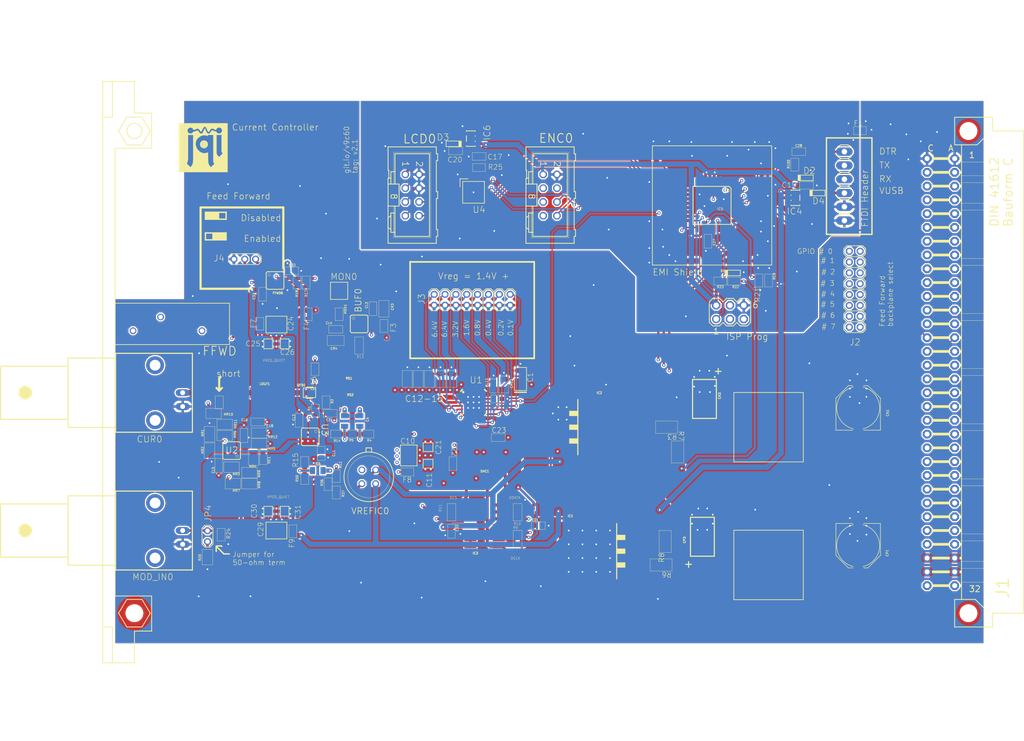
<source format=kicad_pcb>
(kicad_pcb (version 20240108) (generator "pcbnew") (generator_version "8.0")
  (layers (0 "F.Cu" signal) (1 "In1.Cu" signal) (2 "In2.Cu" signal) (31 "B.Cu" signal) (34 "B.Paste" user) (35 "F.Paste" user) (36 "B.SilkS" user "B.Silkscreen") (37 "F.SilkS" user "F.Silkscreen") (38 "B.Mask" user) (39 "F.Mask" user) (44 "Edge.Cuts" user))
  (net 0 "")
  (net 1 "+15V")
  (net 2 "-15V")
  (net 3 "GND")
  (net 4 "Net-(BUF0C-V-)")
  (net 5 "Net-(BUF0A-+IN)")
  (net 6 "Net-(BUF0C-V+)")
  (net 7 "Net-(BUF0A-OUT)")
  (net 8 "Net-(BUF0B--IN)")
  (net 9 "Net-(BUF0A--IN)")
  (net 10 "Net-(BUF0B-+IN)")
  (net 11 "Net-(C2-1)")
  (net 12 "Net-(C3-2)")
  (net 13 "Net-(C4-2)")
  (net 14 "VSET")
  (net 15 "Net-(C5-2)")
  (net 16 "Net-(C6-2)")
  (net 17 "/CurrentController_3/DACG")
  (net 18 "Net-(C11-1)")
  (net 19 "/CurrentController_4/LCD_EN")
  (net 20 "Net-(C18-2)")
  (net 21 "VREG")
  (net 22 "Net-(C27-1)")
  (net 23 "/CurrentController_4/DTR")
  (net 24 "/CurrentController_4/RESET")
  (net 25 "VREG_EN")
  (net 26 "DAC_CS")
  (net 27 "Net-(L2-2)")
  (net 28 "Net-(L1-2)")
  (net 29 "/CurrentController_2/CURR_OUT")
  (net 30 "Net-(IC5-ADC7)")
  (net 31 "Net-(D4-PadA)")
  (net 32 "/CurrentController_3/DCLK")
  (net 33 "DAC_MOSI")
  (net 34 "/CurrentController_3/DCS")
  (net 35 "DAC_SCK")
  (net 36 "/CurrentController_3/DDATA")
  (net 37 "/CurrentController_4/ENC_A")
  (net 40 "/CurrentController_4/ENC_SW")
  (net 41 "/CurrentController_4/ENC_B")
  (net 42 "/CurrentController_4/SW")
  (net 43 "Net-(FFWD0A-+IN)")
  (net 44 "/CurrentController_2/FFWD_POSTGAIN")
  (net 45 "Net-(FFWD0B--IN)")
  (net 46 "/CurrentController_2/-FFWD")
  (net 47 "Net-(IC1-VI)")
  (net 48 "Net-(IC2-VI)")
  (net 49 "Net-(IC3D--IN)")
  (net 50 "Net-(IC3A-+IN)")
  (net 51 "VCC")
  (net 52 "VSS")
  (net 53 "Net-(IC3A--IN)")
  (net 54 "Net-(IC3C--IN)")
  (net 55 "Net-(IC3B--IN)")
  (net 56 "Net-(IC3C-+IN)")
  (net 57 "V+")
  (net 58 "V-")
  (net 59 "Net-(IC3B-+IN)")
  (net 62 "/CurrentController_4/MISO")
  (net 64 "Net-(IC5-ADC6)")
  (net 65 "/CurrentController_4/LCD_RS")
  (net 66 "/CurrentController_4/SCK")
  (net 67 "/CurrentController_4/LCD_RST")
  (net 69 "/CurrentController_4/RXI")
  (net 70 "/CurrentController_4/MOSI")
  (net 71 "/CurrentController_4/TXO")
  (net 72 "/CurrentController_4/LCD_CS")
  (net 74 "/CurrentController_2/N$15")
  (net 75 "/CurrentController_2/DC_OUT")
  (net 76 "/CurrentController_2/N$11")
  (net 82 "+3V")
  (net 90 "/CurrentController_1/GPIO3")
  (net 92 "VNEG_QUIET")
  (net 93 "VPOS_QUIET")
  (net 97 "/CurrentController_1/GPIO5")
  (net 98 "FFWD")
  (net 101 "/CurrentController_1/GPIO1")
  (net 106 "/CurrentController_1/GPIO0")
  (net 111 "SDA")
  (net 112 "SCL")
  (net 117 "/CurrentController_1/GPIO7")
  (net 133 "/CurrentController_1/GPIO6")
  (net 136 "/CurrentController_1/GPIO2")
  (net 137 "/CurrentController_1/GPIO4")
  (net 139 "Net-(U1-6.4A)")
  (net 140 "Net-(U1-0.8)")
  (net 141 "Net-(U1-0.4)")
  (net 142 "Net-(U1-0.2)")
  (net 143 "Net-(U1-0.1)")
  (net 144 "Net-(U1-6.4B)")
  (net 145 "Net-(U1-3.2)")
  (net 146 "Net-(U1-1.6)")
  (net 147 "/CurrentController_2/FEED_FWD")
  (net 148 "Net-(JP4-P$2)")
  (net 149 "Net-(JP4-P$1)")
  (net 150 "/CurrentController_4/LCD_SCK_3V")
  (net 151 "/CurrentController_4/LCD_RST_3V")
  (net 152 "/CurrentController_4/LCD_MOSI_3V")
  (net 153 "/CurrentController_4/LCD_CS_3V")
  (net 154 "/CurrentController_4/LCD_RS_3V")
  (net 155 "Net-(MC1-1)")
  (net 156 "Net-(MC1-2)")
  (net 157 "Net-(MON0-1)")
  (net 158 "Net-(MR1-2)")
  (net 159 "Net-(MR11-1)")
  (net 160 "/CurrentController_2/MOD_OUT")
  (net 161 "Net-(MR8-2)")
  (net 162 "Net-(R1-1)")
  (net 163 "/CurrentController_3/VREF")
  (net 164 "Net-(R14-1)")
  (net 165 "Net-(R15-1)")
  (net 166 "Net-(R25-1)")
  (net 167 "Net-(R36-1)")
  (footprint "CurrentController:L_FERRITE_0603" (layer "F.Cu") (at 95.1611 96.0882 -90)
    (property "Reference" "F7")
    (property "Value" "1k_ferrite" (hide yes))
  )
  (footprint "CurrentController:C_MLCC_0603" (layer "F.Cu") (at 101.0031 86.3346)
    (property "Reference" "C32")
    (property "Value" "100nF" (hide yes))
  )
  (footprint "CurrentController:MSOP08" (layer "F.Cu") (at 113.4491 96.1136 -90)
    (property "Reference" "BUF0")
    (property "Value" "AD8676")
  )
  (footprint "CurrentController:742_ARRAY" (layer "F.Cu") (at 142.6591 134.5946 -90)
    (property "Reference" "R9")
    (property "Value" "10k")
  )
  (footprint "CurrentController:C_MLCC_0805" (layer "F.Cu") (at 113.5761 114.0206 -90)
    (property "Reference" "C4")
    (property "Value" "22uF" (hide yes))
  )
  (footprint "CurrentController:R_0603" (layer "F.Cu") (at 135.5471 67.2846)
    (property "Reference" "R25")
    (property "Value" "200k" (hide yes))
  )
  (footprint "CurrentController:JQI_LOGO_NEGATIVE-SILKSCREEN" (layer "F.Cu") (at 80.264 68.072)
    (property "Reference" "REF**" (hide yes))
    (property "Value" "")
  )
  (footprint "CurrentController:SOD523" (layer "F.Cu") (at 182.4101 86.7156)
    (property "Reference" "D1")
    (property "Value" "Schottky")
  )
  (footprint "CurrentController:C_MLCC_0306" (layer "F.Cu") (at 99.7331 99.7966 180)
    (property "Reference" "C26")
    (property "Value" "10nF" (hide yes))
  )
  (footprint "CurrentController:ML08" (layer "F.Cu") (at 148.5011 72.3646 -90)
    (property "Reference" "ENC0")
    (property "Value" "PINHD-2X4-SHROUD")
  )
  (footprint "CurrentController:1X3_LOW_PROFILE" (layer "F.Cu") (at 93.3831 84.1756 -90)
    (property "Reference" "J4")
    (property "Value" "1X3_LOW_PROFILE_JUMPER" (hide yes))
  )
  (footprint "CurrentController:R_1206" (layer "F.Cu") (at 172.1231 119.7356 -90)
    (property "Reference" "R7")
    (property "Value" "0R" (hide yes))
  )
  (footprint "CurrentController:ML08" (layer "F.Cu") (at 123.1011 72.3646 -90)
    (property "Reference" "LCD0")
    (property "Value" "PINHD-2X4-SHROUD")
  )
  (footprint "CurrentController:L_FERRITE_0603" (layer "F.Cu") (at 101.2571 134.3533 90)
    (property "Reference" "F9")
    (property "Value" "1k_ferrite" (hide yes))
  )
  (footprint "CurrentController:C_MLCC_0603" (layer "F.Cu") (at 102.4001 113.8936 90)
    (property "Reference" "CL2")
    (property "Value" "100nF" (hide yes))
  )
  (footprint "CurrentController:SOT323" (layer "F.Cu") (at 104.3051 108.8136 90)
    (property "Reference" "IC7" (hide yes))
    (property "Value" "PMOS-SOT323")
  )
  (footprint "CurrentController:1X06" (layer "F.Cu") (at 202.8571 70.7136 90)
    (property "Reference" "JP1" (hide yes))
    (property "Value" "PINHD-1X6")
  )
  (footprint "CurrentController:742_ARRAY" (layer "F.Cu") (at 130.4671 132.0546 90)
    (property "Reference" "R11")
    (property "Value" "10k")
  )
  (footprint "CurrentController:R2010" (layer "F.Cu") (at 115.7351 109.3216)
    (property "Reference" "RS2")
    (property "Value" "66R")
  )
  (footprint "CurrentController:R_0805" (layer "F.Cu") (at 90.2081 125.5776)
    (property "Reference" "MR7")
    (property "Value" "1k" (hide yes))
  )
  (footprint "CurrentController:C_MLCC_0805" (layer "F.Cu") (at 110.7821 114.0206 -90)
    (property "Reference" "C5")
    (property "Value" "22uF" (hide yes))
  )
  (footprint "CurrentController:R_0603" (layer "F.Cu") (at 107.7341 125.6792 90)
    (property "Reference" "R36")
    (property "Value" "11k" (hide yes))
  )
  (footprint "CurrentController:L_FERRITE_0603" (layer "F.Cu") (at 118.0211 96.4946 -90)
    (property "Reference" "F3")
    (property "Value" "1k_ferrite" (hide yes))
  )
  (footprint "CurrentController:R_0603" (layer "F.Cu") (at 87.6681 110.5916 -90)
    (property "Reference" "RJH1" (hide yes))
    (property "Value" "0R_DNP" (hide yes))
  )
  (footprint "CurrentController:R_0603" (layer "F.Cu") (at 112.1791 116.4336)
    (property "Reference" "R5")
    (property "Value" "3k" (hide yes))
  )
  (footprint "CurrentController:R_0603" (layer "F.Cu") (at 109.7661 94.3356 90)
    (property "Reference" "MON1")
    (property "Value" "100R" (hide yes))
  )
  (footprint "CurrentController:C_MLCC_0306" (layer "F.Cu") (at 96.6851 99.7966)
    (property "Reference" "C25")
    (property "Value" "10nF" (hide yes))
  )
  (footprint "CurrentController:R_0603" (layer "F.Cu") (at 107.3531 110.5916 -90)
    (property "Reference" "R2")
    (property "Value" "100R" (hide yes))
  )
  (footprint "CurrentController:C_MLCC_0612" (layer "F.Cu") (at 122.5931 120.3706)
    (property "Reference" "C10")
    (property "Value" "0.47uF" (hide yes))
  )
  (footprint "CurrentController:VG64-CUTOUT" (layer "F.Cu") (at 68.2371 101.1936)
    (property "Reference" "J1")
    (property "Value" "VG64C")
    (fp_line (start 0.254 -9.652) (end 0.254 53.8226) (stroke (width 0.05)) (layer "Edge.Cuts"))
    (fp_line (start 0.254 -9.652) (end 12.954 -9.652) (stroke (width 0.05)) (layer "Edge.Cuts"))
    (fp_line (start 0.254 53.8226) (end 160.274 53.8226) (stroke (width 0.05)) (layer "Edge.Cuts"))
    (fp_line (start 12.954 -9.652) (end 12.954 -46.2026) (stroke (width 0.05)) (layer "Edge.Cuts"))
    (fp_line (start 160.274 -46.2026) (end 12.954 -46.2026) (stroke (width 0.05)) (layer "Edge.Cuts"))
    (fp_line (start 160.274 53.8226) (end 160.274 -46.2026) (stroke (width 0.05)) (layer "Edge.Cuts"))
  )
  (footprint "CurrentController:SOT23-5L" (layer "F.Cu") (at 134.0231 61.9506 90)
    (property "Reference" "IC6")
    (property "Value" "MIC5205-3V")
  )
  (footprint "CurrentController:C_MLCC_0603" (layer "F.Cu") (at 177.7111 80.8736 -90)
    (property "Reference" "C27")
    (property "Value" "100nF" (hide yes))
  )
  (footprint "CurrentController:C_MLCC_0805" (layer "F.Cu") (at 118.0211 93.3196 90)
    (property "Reference" "CR3")
    (property "Value" "10uF" (hide yes))
  )
  (footprint "CurrentController:C_MLCC_0603" (layer "F.Cu") (at 87.5919 122.2248 -90)
    (property "Reference" "CL5")
    (property "Value" "100nF" (hide yes))
  )
  (footprint "CurrentController:C_MLCC_0603" (layer "F.Cu") (at 95.7961 120.7516 -90)
    (property "Reference" "MC1")
    (property "Value" "1uF" (hide yes))
  )
  (footprint "CurrentController:CT7343" (layer "F.Cu") (at 176.6951 135.3566 90)
    (property "Reference" "CP3")
    (property "Value" "47uF")
  )
  (footprint "CurrentController:C_MLCC_0805" (layer "F.Cu") (at 105.8291 123.1646 180)
    (property "Reference" "C6")
    (property "Value" "22uF" (hide yes))
  )
  (footprint "CurrentController:C_MLCC_0603" (layer "F.Cu") (at 138.2141 107.5436 90)
    (property "Reference" "CL12")
    (property "Value" "100nF" (hide yes))
  )
  (footprint "CurrentController:C_MLCC_0805" (layer "F.Cu") (at 140.1191 107.2896 90)
    (property "Reference" "CR12")
    (property "Value" "10uF" (hide yes))
  )
  (footprint "CurrentController:R_0805" (layer "F.Cu") (at 85.8901 119.4816 90)
    (property "Reference" "MR2")
    (property "Value" "1k" (hide yes))
  )
  (footprint "CurrentController:TO223-3" (layer "F.Cu") (at 157.8991 115.1636 -90)
    (property "Reference" "IC2")
    (property "Value" "L7912")
  )
  (footprint "CurrentController:C_MLCC_0612" (layer "F.Cu") (at 98.2091 96.2406 -90)
    (property "Reference" "C24")
    (property "Value" "0.47uF" (hide yes))
  )
  (footprint "CurrentController:R_0603" (layer "F.Cu") (at 187.1091 88.1126 90)
    (property "Reference" "R21")
    (property "Value" "3k" (hide yes))
  )
  (footprint "CurrentController:R_0805" (layer "F.Cu") (at 85.8901 116.4336 -90)
    (property "Reference" "MR1")
    (property "Value" "1k" (hide yes))
  )
  (footprint "CurrentController:SOD523" (layer "F.Cu") (at 198.0311 71.9836)
    (property "Reference" "D4")
    (property "Value" "Schottky")
  )
  (footprint "CurrentController:S-PVQFN-N20" (layer "F.Cu") (at 134.5311 110.5916)
    (property "Reference" "U1")
    (property "Value" "TPS7A470")
  )
  (footprint "CurrentController:742_ARRAY" (layer "F.Cu") (at 142.6591 132.0546 90)
    (property "Reference" "R10")
    (property "Value" "10k")
  )
  (footprint "CurrentController:C_MLCC_0603" (layer "F.Cu") (at 195.8721 70.5866)
    (property "Reference" "C19")
    (property "Value" "1uF" (hide yes))
  )
  (footprint "CurrentController:2X8_LOW_PROFILE_JUMPER_MATRIX" (layer "F.Cu") (at 134.2771 91.6686)
    (property "Reference" "J3")
    (property "Value" "2X8_LOW_PROFILE_JUMPER" (hide yes))
  )
  (footprint "CurrentController:WURTH_1280" (layer "F.Cu") (at 188.8871 140.5636 -90)
    (property "Reference" "L1" (hide yes))
    (property "Value" "100uH" (hide yes))
  )
  (footprint "CurrentController:WURTH_SHIELD" (layer "F.Cu") (at 178.4731 74.2696)
    (property "Reference" "U$5" (hide yes))
    (property "Value" "WURTH_EMI" (hide yes))
  )
  (footprint "CurrentController:C_MLCC_0603" (layer "F.Cu") (at 194.4751 64.3636 180)
    (property "Reference" "C28")
    (property "Value" "100nF" (hide yes))
  )
  (footprint "CurrentController:SC-89" (layer "F.Cu") (at 104.3051 108.8136 90)
    (property "Reference" "IC8" (hide yes))
    (property "Value" "PMOS-SOT323-SC89")
  )
  (footprint "CurrentController:R_0603" (layer "F.Cu") (at 102.0191 88.4936 90)
    (property "Reference" "R18")
    (property "Value" "10k" (hide yes))
  )
  (footprint "CurrentController:R_0603" (layer "F.Cu") (at 179.9971 88.2396 180)
    (property "Reference" "R23")
    (property "Value" "3k" (hide yes))
  )
  (footprint "CurrentController:C_MLCC_0603" (layer "F.Cu") (at 106.4641 119.9896 -90)
    (property "Reference" "CL1")
    (property "Value" "100nF" (hide yes))
  )
  (footprint "CurrentController:R_1206" (layer "F.Cu") (at 170.0911 115.1636 180)
    (property "Reference" "R3")
    (property "Value" "0R" (hide yes))
  )
  (footprint "CurrentController:C_MLCC_0603" (layer "F.Cu") (at 130.7211 121.8946 -90)
    (property "Reference" "C22")
    (property "Value" "100nF" (hide yes))
  )
  (footprint "CurrentController:SOD523" (layer "F.Cu") (at 195.8467 69.1896)
    (property "Reference" "D2")
    (property "Value" "Schottky")
  )
  (footprint "CurrentController:C_MLCC_0805" (layer "F.Cu") (at 124.3711 106.2736 90)
    (property "Reference" "C15" (hide yes))
    (property "Value" "10uF" (hide yes))
  )
  (footprint "CurrentController:C_MLCC_0805" (layer "F.Cu") (at 128.4351 106.2736 90)
    (property "Reference" "C13" (hide yes))
    (property "Value" "10uF" (hide yes))
  )
  (footprint "CurrentController:R_0603" (layer "F.Cu") (at 103.4161 124.5616 -90)
    (property "Reference" "R50")
    (property "Value" "3k" (hide yes))
  )
  (footprint "CurrentController:L_FERRITE_0603" (layer "F.Cu") (at 122.3391 123.4186)
    (property "Reference" "F8")
    (property "Value" "1k_ferrite" (hide yes))
  )
  (footprint "CurrentController:C_MLCC_0612" (layer "F.Cu") (at 98.2091 134.2136 90)
    (property "Reference" "C29")
    (property "Value" "0.47uF" (hide yes))
  )
  (footprint "CurrentController:C_MLCC_0603" (layer "F.Cu") (at 135.5471 65.2526 180)
    (property "Reference" "C17")
    (property "Value" "100nF" (hide yes))
  )
  (footprint "CurrentController:C_MLCC_0306" (layer "F.Cu") (at 99.7331 130.6576 180)
    (property "Reference" "C31")
    (property "Value" "10nF" (hide yes))
  )
  (footprint "CurrentController:MA03-2" (layer "F.Cu") (at 181.7751 93.9546)
    (property "Reference" "SV1" (hide yes))
    (property "Value" "MA03-2")
  )
  (footprint "CurrentController:742_ARRAY" (layer "F.Cu") (at 113.4491 98.9076 -90)
    (property "Reference" "R13")
    (property "Value" "10k")
  )
  (footprint "CurrentController:R_0805" (layer "F.Cu") (at 89.9541 122.5296 180)
    (property "Reference" "MR3")
    (property "Value" "1k" (hide yes))
  )
  (footprint "CurrentController:R_0805" (layer "F.Cu") (at 95.0341 116.2304)
    (property "Reference" "MR12")
    (property "Value" "1k" (hide yes))
  )
  (footprint "CurrentController:C_MLCC_0603" (layer "F.Cu") (at 108.1151 112.6236 180)
    (property "Reference" "C3")
    (property "Value" "8.2nF" (hide yes))
  )
  (footprint "CurrentController:MSOP08" (layer "F.Cu") (at 89.9541 119.4816 90)
    (property "Reference" "U2")
    (property "Value" "AD8676")
  )
  (footprint "CurrentController:MSOP08" (layer "F.Cu") (at 97.9551 88.1126 -90)
    (property "Reference" "FFWD0")
    (property "Value" "AD8676")
  )
  (footprint "CurrentController:HVQFN16" (layer "F.Cu") (at 134.5311 71.8566)
    (property "Reference" "U4")
    (property "Value" "NT2006")
  )
  (footprint "CurrentController:R_0805" (layer "F.Cu") (at 95.0341 118.2116)
    (property "Reference" "MR5")
    (property "Value" "1k" (hide yes))
  )
  (footprint "CurrentController:C_MLCC_0603" (layer "F.Cu") (at 146.4691 133.3246)
    (property "Reference" "CD1")
    (property "Value" "100nF" (hide yes))
  )
  (footprint "CurrentController:R_0603" (layer "F.Cu") (at 105.3211 104.4956 90)
    (property "Reference" "R16")
    (property "Value" "R_SMDR0603" (hide yes))
  )
  (footprint "CurrentController:MSOP08" (layer "F.Cu") (at 104.4321 116.9416 180)
    (property "Reference" "U3")
    (property "Value" "AD8676")
  )
  (footprint "CurrentController:R_0805" (layer "F.Cu") (at 88.6841 116.6876 180)
    (property "Reference" "MR6")
    (property "Value" "1k" (hide yes))
  )
  (footprint "CurrentController:SOT23-5L" (layer "F.Cu") (at 193.8401 72.8726 -90)
    (property "Reference" "IC4")
    (property "Value" "MIC5205-5V")
  )
  (footprint "CurrentController:R_1206" (layer "F.Cu") (at 169.8371 136.2456 90)
    (property "Reference" "R8")
    (property "Value" "0R" (hide yes))
  )
  (footprint "CurrentController:R_0603" (layer "F.Cu") (at 109.2581 124.1806 90)
    (property "Reference" "R12")
    (property "Value" "28.7k" (hide yes))
  )
  (footprint "CurrentController:C_MLCC_0603" (layer "F.Cu") (at 109.1311 97.1296 180)
    (property "Reference" "CL4")
    (property "Value" "100nF" (hide yes))
  )
  (footprint "CurrentController:R_0603" (layer "F.Cu") (at 103.6701 88.4936 -90)
    (property "Reference" "R17")
    (property "Value" "10k" (hide yes))
  )
  (footprint "CurrentController:R_0603" (layer "F.Cu") (at 193.7131 66.7766 -90)
    (property "Reference" "R100")
    (property "Value" "10k" (hide yes))
  )
  (footprint "CurrentController:C_MLCC_0805" (layer "F.Cu") (at 109.1311 99.1616 180)
    (property "Reference" "CR4")
    (property "Value" "10uF" (hide yes))
  )
  (footprint "CurrentController:3006P" (layer "F.Cu") (at 76.8731 94.8436 90)
    (property "Reference" "T1" (hide yes))
    (property "Value" "100k" (hide yes))
  )
  (footprint "CurrentController:R_0603" (layer "F.Cu") (at 182.5371 88.2396 180)
    (property "Reference" "R22")
    (property "Value" "28.7k" (hide yes))
  )
  (footprint "CurrentController:C_MLCC_0805" (layer "F.Cu") (at 130.4671 106.2736 90)
    (property "Reference" "C12" (hide yes))
    (property "Value" "10uF" (hide yes))
  )
  (footprint "CurrentController:R_0805" (layer "F.Cu") (at 86.6521 112.6236)
    (property "Reference" "MR10")
    (property "Value" "1k" (hide yes))
  )
  (footprint "CurrentController:C_MLCC_0603" (layer "F.Cu") (at 139.1031 117.0686)
    (property "Reference" "C23")
    (property "Value" "100nF" (hide yes))
  )
  (footprint "CurrentController:1X2_LOW_PROFILE" (layer "F.Cu") (at 85.5091 135.255 180)
    (property "Reference" "JP4")
    (property "Value" "1X2_LOW_PROFILE_JUMPER" (hide yes))
  )
  (footprint "CurrentController:R_0805" (layer "F.Cu") (at 94.0181 120.7516 90)
    (property "Reference" "MR4")
    (property "Value" "1k" (hide yes))
  )
  (footprint "CurrentController:C_MLCC_0603" (layer "F.Cu") (at 115.9891 93.3196 90)
    (property "Reference" "CL3")
    (property "Value" "100nF" (hide yes))
  )
  (footprint "CurrentController:TQFP32-08" (layer "F.Cu") (at 178.4731 74.2696 -90)
    (property "Reference" "IC5")
    (property "Value" "MEGA8-AI")
  )
  (footprint "CurrentController:R_0603" (layer "F.Cu") (at 109.2581 127.2032 90)
    (property "Reference" "R37")
    (property "Value" "7.5k" (hide yes))
  )
  (footprint "CurrentController:C_MLCC_0603" (layer "F.Cu") (at 95.6691 90.6526 90)
    (property "Reference" "C33")
    (property "Value" "100nF" (hide yes))
  )
  (footprint "CurrentController:PANASONIC_F" (layer "F.Cu") (at 205.3971 137.0076 -90)
    (property "Reference" "CP1")
    (property "Value" "220uF")
  )
  (footprint "CurrentController:R_0805" (layer "F.Cu") (at 85.5091 139.1412 90)
    (property "Reference" "R20")
    (property "Value" "50R" (hide yes))
  )
  (footprint "CurrentController:BNC90" (layer "F.Cu") (at 75.8571 134.2136 90)
    (property "Reference" "MOD_IN0")
    (property "Value" "BNC-H" (hide yes))
  )
  (footprint "CurrentController:L3225P" (layer "F.Cu") (at 95.6691 108.8136 180)
    (property "Reference" "LOUT1")
    (property "Value" "100uH")
  )
  (footprint "CurrentController:UMC" (layer "F.Cu") (at 109.7661 90.0176 -90)
    (property "Reference" "MON0")
    (property "Value" "UMC" (hide yes))
  )
  (footprint "CurrentController:R_0603" (layer "F.Cu") (at 114.9731 116.4336)
    (property "Reference" "R4")
    (property "Value" "3k" (hide yes))
  )
  (footprint "CurrentController:R_0805" (layer "F.Cu") (at 88.6841 114.6556 180)
    (property "Reference" "MR11")
    (property "Value" "1k" (hide yes))
  )
  (footprint "CurrentController:C_MLCC_0603" (layer "F.Cu") (at 94.7801 114.1984 180)
    (property "Reference" "C18")
    (property "Value" "1uF" (hide yes))
  )
  (footprint "CurrentController:C_MLCC_0603" (layer "F.Cu") (at 139.0015 109.9439)
    (property "Reference" "C2")
    (property "Value" "1uF" (hide yes))
  )
  (footprint "CurrentController:L_FERRITE_0603" (layer "F.Cu") (at 104.0511 94.3356 90)
    (property "Reference" "F4")
    (property "Value" "1k_ferrite" (hide yes))
  )
  (footprint "CurrentController:C_MLCC_0603" (layer "F.Cu") (at 130.4671 134.3406 -90)
    (property "Reference" "CD2")
    (property "Value" "100nF" (hide yes))
  )
  (footprint "CurrentController:R2010" (layer "F.Cu") (at 115.7351 106.2736)
    (property "Reference" "RS1")
    (property "Value" "66R")
  )
  (footprint "CurrentController:WURTH_1280" (layer "F.Cu") (at 188.8871 115.1636 -90)
    (property "Reference" "L2" (hide yes))
    (property "Value" "100uH" (hide yes))
  )
  (footprint "CurrentController:C_MLCC_0306" (layer "F.Cu") (at 96.6851 130.6576)
    (property "Reference" "C30")
    (property "Value" "10nF" (hide yes))
  )
  (footprint "CurrentController:L_FERRITE_0603" (layer "F.Cu") (at 205.7273 60.4774)
    (property "Reference" "F1")
    (property "Value" "1k_ferrite" (hide yes))
  )
  (footprint "CurrentController:R_0603" (layer "F.Cu") (at 103.4161 121.7676 -90)
    (property "Reference" "R15")
    (property "Value" "R_SMDR0603" (hide yes))
  )
  (footprint "CurrentController:R_0805" (layer "F.Cu") (at 93.2561 125.5776)
    (property "Reference" "MR8")
    (property "Value" "1k" (hide yes))
  )
  (footprint "CurrentController:TO263-3" (layer "F.Cu") (at 158.0261 138.0236 90)
    (property "Reference" "IC1")
    (property "Value" "LM340?-S")
  )
  (footprint "CurrentController:R_0603" (layer "F.Cu") (at 188.8871 88.1126 -90)
    (property "Reference" "R19")
    (property "Value" "28.7k" (hide yes))
  )
  (footprint "CurrentController:R_0603" (layer "F.Cu") (at 88.0237 134.9756 90)
    (property "Reference" "R24")
    (property "Value" "10k" (hide yes))
  )
  (footprint "CurrentController:R_0603" (layer "F.Cu") (at 109.3851 116.4336)
    (property "Reference" "R14")
    (property "Value" "R_SMDR0603" (hide yes))
  )
  (footprint "CurrentController:C_MLCC_0805" (layer "F.Cu") (at 126.4031 106.2736 90)
    (property "Reference" "C14" (hide yes))
    (property "Value" "10uF" (hide yes))
  )
  (footprint "CurrentController:C_MLCC_0805" (layer "F.Cu") (at 122.3391 106.2736 90)
    (property "Reference" "C16" (hide yes))
    (property "Value" "10uF" (hide yes))
  )
  (footprint "CurrentController:R_1206" (layer "F.Cu") (at 169.0751 140.5636 180)
    (property "Reference" "R6")
    (property "Value" "0R" (hide yes))
  )
  (footprint "CurrentController:C_MLCC_0603" (layer "F.Cu") (at 131.2291 64.2366 180)
    (property "Reference" "C20")
    (property "Value" "1uF" (hide yes))
  )
  (footprint "CurrentController:C_MLCC_0306" (layer "F.Cu") (at 126.1491 118.8466 -90)
    (property "Reference" "C21")
    (property "Value" "10nF" (hide yes))
  )
  (footprint "CurrentController:BNC90" (layer "F.Cu") (at 75.8571 108.8136 90)
    (property "Reference" "CUR0")
    (property "Value" "BNC-H" (hide yes))
  )
  (footprint "CurrentController:CT7343" (layer "F.Cu") (at 177.0761 109.9566 -90)
    (property "Reference" "CN3")
    (property "Value" "47uF")
  )
  (footprint "CurrentController:PANASONIC_F" (layer "F.Cu") (at 205.3971 111.6076 90)
    (property "Reference" "CN1")
    (property "Value" "220uF")
  )
  (footprint "CurrentController:2X8_LOW_PROFILE_JUMPER_MATRIX" (layer "F.Cu") (at 204.7621 89.7128 -90)
    (property "Reference" "J2")
    (property "Value" "2X8_LOW_PROFILE_JUMPER" (hide yes))
  )
  (footprint "CurrentController:SO14" (layer "F.Cu") (at 136.5631 133.3246 90)
    (property "Reference" "IC3")
    (property "Value" "TS514")
  )
  (footprint "CurrentController:C_MLCC_0603" (layer "F.Cu") (at 92.2401 116.6876 90)
    (property "Reference" "CL6")
    (property "Value" "100nF" (hide yes))
  )
  (footprint "CurrentController:C_POL_1206" (layer "F.Cu") (at 143.1671 106.2736 90)
    (property "Reference" "C1")
    (property "Value" "47uF" (hide yes))
  )
  (footprint "CurrentController:R_0805" (layer "F.Cu") (at 93.2561 123.5456 180)
    (property "Reference" "MR9")
    (property "Value" "1k" (hide yes))
  )
  (footprint "CurrentController:SOT-23" (layer "F.Cu") (at 104.3051 108.8136 90)
    (property "Reference" "QFB1")
    (property "Value" "NDS0605")
  )
  (footprint "CurrentController:SOIC-8" (layer "F.Cu") (at 135.8011 120.3706 -90)
    (property "Reference" "DAC1")
    (property "Value" "AD5541")
  )
  (footprint "CurrentController:C_MLCC_0306" (layer "F.Cu") (at 126.1491 121.8946 90)
    (property "Reference" "C11")
    (property "Value" "10nF" (hide yes))
  )
  (footprint "CurrentController:TO39_4" (layer "F.Cu") (at 115.2271 124.3076 -90)
    (property "Reference" "VREFIC0")
    (property "Value" "LM399H")
  )
  (footprint "CurrentController:R_0603" (layer "F.Cu") (at 105.3973 112.1156 90)
    (property "Reference" "R1")
    (property "Value" "10k" (hide yes))
  )
  (footprint "CurrentController:SOD523" (layer "F.Cu") (at 130.7465 62.9158 180)
    (property "Reference" "D3")
    (property "Value" "Schottky")
  )
  (footprint "CurrentController:C_MLCC_0805" (layer "B.Cu") (at 113.5761 114.0206 -90)
    (property "Reference" "C7")
    (property "Value" "22uF" (hide yes))
  )
  (footprint "CurrentController:C_MLCC_0805" (layer "B.Cu") (at 110.7821 114.0206 -90)
    (property "Reference" "C8")
    (property "Value" "22uF" (hide yes))
  )
  (footprint "CurrentController:C_MLCC_0805" (layer "B.Cu") (at 105.8291 123.1646 180)
    (property "Reference" "C9")
    (property "Value" "22uF" (hide yes))
  )
  (gr_rect (start 105.156 103.632) (end 105.41 105.156) (stroke (width 0.2)) (fill solid) (layer "F.Cu"))
  (gr_rect (start 103.303014 120.972281) (end 103.557014 122.496281) (stroke (width 0.2)) (fill solid) (layer "F.Cu"))
  (gr_rect (start 108.575718 116.298366) (end 110.099718 116.552366) (stroke (width 0.2)) (fill solid) (layer "F.Cu"))
  (gr_rect (start 87.536816 109.761633) (end 87.790816 111.285633) (stroke (width 0.2)) (fill solid) (layer "F.Cu"))
  (gr_line (start 87.1093 138.0236) (end 87.1347 138.049) (stroke (width 0.254)) (layer "F.SilkS"))
  (gr_line (start 88.9381 75.5396) (end 85.1281 75.5396) (stroke (width 0.254)) (layer "F.SilkS"))
  (gr_line (start 85.1281 76.8096) (end 85.1281 75.5396) (stroke (width 0.254)) (layer "F.SilkS"))
  (gr_line (start 85.1281 79.3496) (end 88.9381 79.3496) (stroke (width 0.254)) (layer "F.SilkS"))
  (gr_line (start 145.7071 84.6836) (end 145.7071 102.4636) (stroke (width 0.3048)) (layer "F.SilkS"))
  (gr_line (start 84.2391 74.6506) (end 99.4791 74.6506) (stroke (width 0.4064)) (layer "F.SilkS"))
  (gr_line (start 88.9381 76.8096) (end 85.1281 76.8096) (stroke (width 0.254)) (layer "F.SilkS"))
  (gr_line (start 87.2109 137.0584) (end 88.0745 137.0584) (stroke (width 0.254)) (layer "F.SilkS"))
  (gr_line (start 99.4791 74.6506) (end 99.4791 85.8266) (stroke (width 0.4064)) (layer "F.SilkS"))
  (gr_line (start 199.5551 61.8236) (end 207.9371 61.8236) (stroke (width 0.254)) (layer "F.SilkS"))
  (gr_line (start 122.8471 84.6836) (end 145.7071 84.6836) (stroke (width 0.3048)) (layer "F.SilkS"))
  (gr_line (start 122.8471 102.4636) (end 122.8471 84.6836) (stroke (width 0.3048)) (layer "F.SilkS"))
  (gr_line (start 207.9371 61.8236) (end 207.9371 79.6036) (stroke (width 0.254)) (layer "F.SilkS"))
  (gr_line (start 88.9381 79.3496) (end 88.9381 80.6196) (stroke (width 0.254)) (layer "F.SilkS"))
  (gr_line (start 88.0745 137.0584) (end 88.1507 137.1346) (stroke (width 0.254)) (layer "F.SilkS"))
  (gr_line (start 199.5551 79.6036) (end 199.5551 61.8236) (stroke (width 0.254)) (layer "F.SilkS"))
  (gr_line (start 84.2391 89.6366) (end 93.6371 89.6366) (stroke (width 0.4064)) (layer "F.SilkS"))
  (gr_line (start 85.1281 80.6196) (end 88.9381 80.6196) (stroke (width 0.254)) (layer "F.SilkS"))
  (gr_line (start 85.1281 80.6196) (end 85.1281 79.3496) (stroke (width 0.254)) (layer "F.SilkS"))
  (gr_line (start 89.5223 138.5316) (end 88.5317 138.5316) (stroke (width 0.254)) (layer "F.SilkS"))
  (gr_line (start 87.6681 106.1466) (end 87.6681 108.4326) (stroke (width 0.381)) (layer "F.SilkS"))
  (gr_line (start 88.9381 75.5396) (end 88.9381 76.8096) (stroke (width 0.254)) (layer "F.SilkS"))
  (gr_line (start 88.5317 138.5316) (end 87.1093 137.1092) (stroke (width 0.254)) (layer "F.SilkS"))
  (gr_line (start 87.9221 105.8926) (end 87.6681 106.1466) (stroke (width 0.381)) (layer "F.SilkS"))
  (gr_line (start 87.6681 108.4326) (end 87.1601 107.9246) (stroke (width 0.381)) (layer "F.SilkS"))
  (gr_line (start 87.1093 137.1092) (end 87.1093 138.0236) (stroke (width 0.254)) (layer "F.SilkS"))
  (gr_line (start 145.7071 102.4636) (end 122.8471 102.4636) (stroke (width 0.3048)) (layer "F.SilkS"))
  (gr_line (start 207.9371 79.6036) (end 199.5551 79.6036) (stroke (width 0.254)) (layer "F.SilkS"))
  (gr_line (start 84.2391 89.6366) (end 84.2391 74.6506) (stroke (width 0.4064)) (layer "F.SilkS"))
  (gr_line (start 87.6681 108.4326) (end 88.1761 107.9246) (stroke (width 0.381)) (layer "F.SilkS"))
  (gr_text "0.4V" (at 137.8331 98.3996 90) (layer "F.SilkS") (effects (font (size 0.93472 0.93472) (thickness 0.08128)) (justify left bottom)))
  (gr_text "# 6" (at 198.5391 95.0722 0) (layer "F.SilkS") (effects (font (size 0.93472 0.93472) (thickness 0.08128)) (justify left bottom)))
  (gr_text "# 7" (at 198.6153 97.155 0) (layer "F.SilkS") (effects (font (size 0.93472 0.93472) (thickness 0.08128)) (justify left bottom)))
  (gr_text "6.4V" (at 129.7051 98.6536 90) (layer "F.SilkS") (effects (font (size 0.93472 0.93472) (thickness 0.08128)) (justify left bottom)))
  (gr_text "0.1V" (at 141.8971 98.3996 90) (layer "F.SilkS") (effects (font (size 0.93472 0.93472) (thickness 0.08128)) (justify left bottom)))
  (gr_text "DTR" (at 209.2071 64.9986 0) (layer "F.SilkS") (effects (font (size 1.1684 1.1684) (thickness 0.1016)) (justify left bottom)))
  (gr_text "6.4V" (at 127.9271 98.6536 90) (layer "F.SilkS") (effects (font (size 0.93472 0.93472) (thickness 0.08128)) (justify left bottom)))
  (gr_text "# 5" (at 198.4883 93.0402 0) (layer "F.SilkS") (effects (font (size 0.93472 0.93472) (thickness 0.08128)) (justify left bottom)))
  (gr_text "VPOS_QUIET" (at 96.454178 128.299058 0) (layer "F.SilkS") (effects (font (size 0.46736 0.46736) (thickness 0.04064)) (justify left bottom)))
  (gr_text "0.2V" (at 140.1191 98.3996 90) (layer "F.SilkS") (effects (font (size 0.93472 0.93472) (thickness 0.08128)) (justify left bottom)))
  (gr_text "Feed Forward" (at 85.2551 73.2536 0) (layer "F.SilkS") (effects (font (size 1.1684 1.1684) (thickness 0.1016)) (justify left bottom)))
  (gr_text "# 2" (at 198.5645 87.0712 0) (layer "F.SilkS") (effects (font (size 0.93472 0.93472) (thickness 0.08128)) (justify left bottom)))
  (gr_text "Disabled" (at 91.571474 77.263244 0) (layer "F.SilkS") (effects (font (size 1.1684 1.1684) (thickness 0.1016)) (justify left bottom)))
  (gr_text "DCLK" (at 141.358233 139.602058 0) (layer "F.SilkS") (effects (font (size 0.46736 0.46736) (thickness 0.04064)) (justify left bottom)))
  (gr_text "TX" (at 209.2071 67.5386 0) (layer "F.SilkS") (effects (font (size 1.1684 1.1684) (thickness 0.1016)) (justify left bottom)))
  (gr_text "0.8V" (at 135.8011 98.3996 90) (layer "F.SilkS") (effects (font (size 0.93472 0.93472) (thickness 0.08128)) (justify left bottom)))
  (gr_text "ISP Prog" (at 181.0131 99.1616 0) (layer "F.SilkS") (effects (font (size 1.1684 1.1684) (thickness 0.1016)) (justify left bottom)))
  (gr_text "3.2V" (at 131.7371 98.6536 90) (layer "F.SilkS") (effects (font (size 0.93472 0.93472) (thickness 0.08128)) (justify left bottom)))
  (gr_text "FFWD" (at 84.4931 102.0826 0) (layer "F.SilkS") (effects (font (size 1.63576 1.63576) (thickness 0.14224)) (justify left bottom)))
  (gr_text "short" (at 87.082932 105.965244 0) (layer "F.SilkS") (effects (font (size 1.1684 1.1684) (thickness 0.1016)) (justify left bottom)))
  (gr_text "Enabled" (at 92.127855 81.073244 0) (layer "F.SilkS") (effects (font (size 1.1684 1.1684) (thickness 0.1016)) (justify left bottom)))
  (gr_text "Vreg = 1.4V +" (at 127.9271 87.9856 0) (layer "F.SilkS") (effects (font (size 1.1684 1.1684) (thickness 0.1016)) (justify left bottom)))
  (gr_text "Current Controller\n" (at 89.9541 60.5536 0) (layer "F.SilkS") (effects (font (size 1.1684 1.1684) (thickness 0.1016)) (justify left bottom)))
  (gr_text "Feed Forward \nbackplane select" (at 211.8741 96.6724 90) (layer "F.SilkS") (effects (font (size 0.93472 0.93472) (thickness 0.08128)) (justify left bottom)))
  (gr_text "# 4" (at 198.5137 91.1352 0) (layer "F.SilkS") (effects (font (size 0.93472 0.93472) (thickness 0.08128)) (justify left bottom)))
  (gr_text "FTDI Header" (at 207.3021 78.3336 90) (layer "F.SilkS") (effects (font (size 1.1684 1.1684) (thickness 0.1016)) (justify left bottom)))
  (gr_text "VUSB" (at 209.2071 72.2376 0) (layer "F.SilkS") (effects (font (size 1.1684 1.1684) (thickness 0.1016)) (justify left bottom)))
  (gr_text "C12-15" (at 121.8311 110.5916 0) (layer "F.SilkS") (effects (font (size 1.1684 1.1684) (thickness 0.1016)) (justify left bottom)))
  (gr_text "RX" (at 209.2071 70.0786 0) (layer "F.SilkS") (effects (font (size 1.1684 1.1684) (thickness 0.1016)) (justify left bottom)))
  (gr_text "# 3" (at 198.4375 89.1794 0) (layer "F.SilkS") (effects (font (size 0.93472 0.93472) (thickness 0.08128)) (justify left bottom)))
  (gr_text "GPIO # 0" (at 194.0941 83.2866 0) (layer "F.SilkS") (effects (font (size 0.93472 0.93472) (thickness 0.08128)) (justify left bottom)))
  (gr_text "1.6V" (at 133.7691 98.3996 90) (layer "F.SilkS") (effects (font (size 0.93472 0.93472) (thickness 0.08128)) (justify left bottom)))
  (gr_text "Jumper for\n50-ohm term" (at 90.0811 140.6652 0) (layer "F.SilkS") (effects (font (size 0.93472 0.93472) (thickness 0.08128)) (justify left bottom)))
  (gr_text "DDATA" (at 141.04666 128.426058 0) (layer "F.SilkS") (effects (font (size 0.46736 0.46736) (thickness 0.04064)) (justify left bottom)))
  (gr_text "# 1" (at 198.4883 84.963 0) (layer "F.SilkS") (effects (font (size 0.93472 0.93472) (thickness 0.08128)) (justify left bottom)))
  (gr_text "VNEG_QUIET" (at 95.6691 103.0986 0) (layer "F.SilkS") (effects (font (size 0.46736 0.46736) (thickness 0.04064)) (justify left bottom)))
  (gr_text "git.io/v9c60\ntag: v2.1" (at 113.1951 68.4276 90) (layer "F.SilkS") (effects (font (size 0.93472 0.93472) (thickness 0.08128)) (justify left bottom)))
  (gr_text "DCS" (at 130.074827 128.426058 0) (layer "F.SilkS") (effects (font (size 0.46736 0.46736) (thickness 0.04064)) (justify left bottom)))
  (segment (start 223.1771 141.8336) (end 218.0971 141.8336) (width 1.651) (layer "F.Cu") (net 1))
  (segment (start 218.0971 139.2936) (end 223.1771 139.2936) (width 1.651) (layer "F.Cu") (net 2))
  (segment (start 107.7221 120.7396) (end 107.7341 120.7516) (width 0.6096) (layer "F.Cu") (net 3))
  (segment (start 129.6171 130.4546) (end 128.6766 130.4546) (width 0.508) (layer "F.Cu") (net 3))
  (segment (start 133.1491 109.9416) (end 133.5151 109.5756) (width 0.3048) (layer "F.Cu") (net 3))
  (segment (start 102.4001 113.1436) (end 102.4001 111.9886) (width 0.6096) (layer "F.Cu") (net 3))
  (segment (start 144.1194 130.4546) (end 144.526 130.048) (width 0.508) (layer "F.Cu") (net 3))
  (segment (start 130.4671 105.3236) (end 130.4671 104.1146) (width 0.6096) (layer "F.Cu") (net 3))
  (segment (start 85.8901 115.4836) (end 85.8901 114.4016) (width 0.6096) (layer "F.Cu") (net 3))
  (segment (start 95.6691 91.4026) (end 95.6691 92.4306) (width 0.508) (layer "F.Cu") (net 3))
  (segment (start 100.2171 89.8666) (end 100.2411 89.8906) (width 0.4064) (layer "F.Cu") (net 3))
  (segment (start 143.5091 130.4546) (end 144.1194 130.4546) (width 0.508) (layer "F.Cu") (net 3))
  (segment (start 131.510118 109.9416) (end 131.3488 109.9416) (width 0.3048) (layer "F.Cu") (net 3))
  (segment (start 135.1811 107.1776) (end 135.0391 107.0356) (width 0.254) (layer "F.Cu") (net 3))
  (segment (start 138.2141 106.7936) (end 138.2141 105.6386) (width 0.6096) (layer "F.Cu") (net 3))
  (segment (start 139.7515 109.9439) (end 140.7541 109.9439) (width 0.6096) (layer "F.Cu") (net 3))
  (segment (start 140.1191 106.3396) (end 140.1191 105.1306) (width 0.6096) (layer "F.Cu") (net 3))
  (segment (start 106.4641 120.7396) (end 107.7221 120.7396) (width 0.6096) (layer "F.Cu") (net 3))
  (segment (start 96.7867 116.2304) (end 96.8375 116.1796) (width 0.6096) (layer "F.Cu") (net 3))
  (segment (start 135.1811 108.2416) (end 135.1811 107.1776) (width 0.254) (layer "F.Cu") (net 3))
  (segment (start 128.6766 130.4546) (end 128.27 130.048) (width 0.508) (layer "F.Cu") (net 3))
  (segment (start 144.3861 136.1946) (end 144.6911 136.4996) (width 0.4064) (layer "F.Cu") (net 3))
  (segment (start 128.4351 105.3236) (end 128.4351 104.1146) (width 0.6096) (layer "F.Cu") (net 3))
  (segment (start 132.1811 109.9416) (end 131.510118 109.9416) (width 0.3048) (layer "F.Cu") (net 3))
  (segment (start 133.8811 112.9416) (end 133.8811 114.0229) (width 0.2) (layer "F.Cu") (net 3))
  (segment (start 95.9841 118.2116) (end 97.0661 118.2116) (width 0.6096) (layer "F.Cu") (net 3))
  (segment (start 132.1811 109.9416) (end 133.8811 109.9416) (width 0.3048) (layer "F.Cu") (net 3))
  (segment (start 133.8811 114.0229) (end 133.35 114.554) (width 0.2) (layer "F.Cu") (net 3))
  (segment (start 92.2401 115.9376) (end 92.2401 114.7826) (width 0.6096) (layer "F.Cu") (net 3))
  (segment (start 143.5091 136.1946) (end 144.3861 136.1946) (width 0.4064) (layer "F.Cu") (net 3))
  (segment (start 143.1671 104.7236) (end 143.1671 103.4796) (width 0.6096) (layer "F.Cu") (net 3))
  (segment (start 122.3391 105.3236) (end 122.3391 104.1146) (width 0.6096) (layer "F.Cu") (net 3))
  (segment (start 126.4031 105.3236) (end 126.4031 104.1146) (width 0.6096) (layer "F.Cu") (net 3))
  (segment (start 95.5301 114.1984) (end 96.4819 114.1984) (width 0.6096) (layer "F.Cu") (net 3))
  (segment (start 131.3488 109.9416) (end 131.106888 109.699688) (width 0.3048) (layer "F.Cu") (net 3))
  (segment (start 133.8811 109.9416) (end 134.5311 110.5916) (width 0.3048) (layer "F.Cu") (net 3))
  (segment (start 124.3711 104.1146) (end 124.3711 105.3236) (width 0.6096) (layer "F.Cu") (net 3))
  (segment (start 101.7531 86.3346) (end 102.7811 86.3346) (width 0.508) (layer "F.Cu") (net 3))
  (segment (start 87.5919 122.9748) (end 87.5919 124.0536) (width 0.6096) (layer "F.Cu") (net 3))
  (segment (start 100.2171 89.0866) (end 100.2171 89.8666) (width 0.4064) (layer "F.Cu") (net 3))
  (segment (start 95.9841 116.2304) (end 96.7867 116.2304) (width 0.6096) (layer "F.Cu") (net 3))
  (segment (start 132.1811 109.9416) (end 133.1491 109.9416) (width 0.3048) (layer "F.Cu") (net 3))
  (via (at 178.0921 108.6866) (size 0.6096) (drill 0.3048) (layers "F.Cu" "B.Cu") (net 3))
  (via (at 134.5311 110.5916) (size 0.6096) (drill 0.3048) (layers "F.Cu" "B.Cu") (net 3))
  (via (at 80.2005 124.46) (size 0.6096) (drill 0.3048) (layers "F.Cu" "B.Cu") (net 3))
  (via (at 203.8731 109.5756) (size 0.6096) (drill 0.3048) (layers "F.Cu" "B.Cu") (net 3))
  (via (at 177.5841 130.1496) (size 0.6096) (drill 0.3048) (layers "F.Cu" "B.Cu") (net 3))
  (via (at 98.2091 130.1496) (size 0.6096) (drill 0.3048) (layers "F.Cu" "B.Cu") (net 3))
  (via (at 219.9259 60.7314) (size 0.6096) (drill 0.3048) (layers "F.Cu" "B.Cu") (net 3))
  (via (at 106.4387 83.9978) (size 0.6096) (drill 0.3048) (layers "F.Cu" "B.Cu") (net 3))
  (via (at 206.9211 133.3246) (size 0.6096) (drill 0.3048) (layers "F.Cu" "B.Cu") (net 3))
  (via (at 76.5937 121.5644) (size 0.6096) (drill 0.3048) (layers "F.Cu" "B.Cu") (net 3))
  (via (at 157.1371 134.2136) (size 0.6096) (drill 0.3048) (layers "F.Cu" "B.Cu") (net 3))
  (via (at 132.1181 134.8486) (size 0.6096) (drill 0.3048) (layers "F.Cu" "B.Cu") (net 3))
  (via (at 159.6771 141.8336) (size 0.6096) (drill 0.3048) (layers "F.Cu" "B.Cu") (net 3))
  (via (at 154.5971 139.2936) (size 0.6096) (drill 0.3048) (layers "F.Cu" "B.Cu") (net 3))
  (via (at 133.5151 111.6076) (size 0.6096) (drill 0.3048) (layers "F.Cu" "B.Cu") (net 3))
  (via (at 159.6771 139.2936) (size 0.6096) (drill 0.3048) (layers "F.Cu" "B.Cu") (net 3))
  (via (at 107.3531 75.7936) (size 0.6096) (drill 0.3048) (layers "F.Cu" "B.Cu") (net 3))
  (via (at 98.2091 98.2726) (size 0.6096) (drill 0.3048) (layers "F.Cu" "B.Cu") (net 3))
  (via (at 135.5471 111.6076) (size 0.6096) (drill 0.3048) (layers "F.Cu" "B.Cu") (net 3))
  (via (at 175.9331 130.1496) (size 0.6096) (drill 0.3048) (layers "F.Cu" "B.Cu") (net 3))
  (via (at 156.6545 88.9508) (size 0.6096) (drill 0.3048) (layers "F.Cu" "B.Cu") (net 3))
  (via (at 174.7901 131.2926) (size 0.6096) (drill 0.3048) (layers "F.Cu" "B.Cu") (net 3))
  (via (at 150.1521 113.7666) (size 0.6096) (drill 0.3048) (layers "F.Cu" "B.Cu") (net 3))
  (via (at 152.0571 139.2936) (size 0.6096) (drill 0.3048) (layers "F.Cu" "B.Cu") (net 3))
  (via (at 175.1711 105.8926) (size 0.6096) (drill 0.3048) (layers "F.Cu" "B.Cu") (net 3))
  (via (at 205.2701 105.3846) (size 0.6096) (drill 0.3048) (layers "F.Cu" "B.Cu") (net 3))
  (via (at 140.1191 105.1306) (size 0.6096) (drill 0.3048) (layers "F.Cu" "B.Cu") (net 3))
  (via (at 98.2091 131.1656) (size 0.6096) (drill 0.3048) (layers "F.Cu" "B.Cu") (net 3))
  (via (at 159.6771 134.2136) (size 0.6096) (drill 0.3048) (layers "F.Cu" "B.Cu") (net 3))
  (via (at 85.5091 141.351) (size 0.6096) (drill 0.3048) (layers "F.Cu" "B.Cu") (net 3))
  (via (at 205.6511 110.7186) (size 0.6096) (drill 0.3048) (layers "F.Cu" "B.Cu") (net 3))
  (via (at 124.3711 104.1146) (size 0.6096) (drill 0.3048) (layers "F.Cu" "B.Cu") (net 3))
  (via (at 138.2141 105.6386) (size 0.6096) (drill 0.3048) (layers "F.Cu" "B.Cu") (net 3))
  (via (at 133.5151 109.5756) (size 0.6096) (drill 0.3048) (layers "F.Cu" "B.Cu") (net 3))
  (via (at 123.6345 132.8928) (size 0.6096) (drill 0.3048) (layers "F.Cu" "B.Cu") (net 3))
  (via (at 178.6001 132.9436) (size 0.6096) (drill 0.3048) (layers "F.Cu" "B.Cu") (net 3))
  (via (at 171.9453 109.6518) (size 0.6096) (drill 0.3048) (layers "F.Cu" "B.Cu") (net 3))
  (via (at 207.8609 60.325) (size 0.6096) (drill 0.3048) (layers "F.Cu" "B.Cu") (net 3))
  (via (at 205.2701 136.1186) (size 0.6096) (drill 0.3048) (layers "F.Cu" "B.Cu") (net 3))
  (via (at 113.8047 143.8148) (size 0.6096) (drill 0.3048) (layers "F.Cu" "B.Cu") (net 3))
  (via (at 102.5525 70.6882) (size 0.6096) (drill 0.3048) (layers "F.Cu" "B.Cu") (net 3))
  (via (at 206.9211 109.5756) (size 0.6096) (drill 0.3048) (layers "F.Cu" "B.Cu") (net 3))
  (via (at 178.9811 107.5436) (size 0.6096) (drill 0.3048) (layers "F.Cu" "B.Cu") (net 3))
  (via (at 152.0571 134.2136) (size 0.6096) (drill 0.3048) (layers "F.Cu" "B.Cu") (net 3))
  (via (at 102.7811 86.3346) (size 0.6096) (drill 0.3048) (layers "F.Cu" "B.Cu") (net 3))
  (via (at 203.8731 133.3246) (size 0.6096) (drill 0.3048) (layers "F.Cu" "B.Cu") (net 3))
  (via (at 152.0571 141.8336) (size 0.6096) (drill 0.3048) (layers "F.Cu" "B.Cu") (net 3))
  (via (at 186.4233 130.3782) (size 0.6096) (drill 0.3048) (layers "F.Cu" "B.Cu") (net 3))
  (via (at 100.2411 89.8906) (size 0.6096) (drill 0.3048) (layers "F.Cu" "B.Cu") (net 3))
  (via (at 97.1931 98.2726) (size 0.6096) (drill 0.3048) (layers "F.Cu" "B.Cu") (net 3))
  (via (at 152.3619 98.3742) (size 0.6096) (drill 0.3048) (layers "F.Cu" "B.Cu") (net 3))
  (via (at 117.4115 85.1916) (size 0.6096) (drill 0.3048) (layers "F.Cu" "B.Cu") (net 3))
  (via (at 203.8731 108.0516) (size 0.6096) (drill 0.3048) (layers "F.Cu" "B.Cu") (net 3))
  (via (at 168.4909 146.812) (size 0.6096) (drill 0.3048) (layers "F.Cu" "B.Cu") (net 3))
  (via (at 157.1371 141.8336) (size 0.6096) (drill 0.3048) (layers "F.Cu" "B.Cu") (net 3))
  (via (at 89.2937 70.358) (size 0.6096) (drill 0.3048) (layers "F.Cu" "B.Cu") (net 3))
  (via (at 154.5971 134.2136) (size 0.6096) (drill 0.3048) (layers "F.Cu" "B.Cu") (net 3))
  (via (at 129.3241 135.1026) (size 0.6096) (drill 0.3048) (layers "F.Cu" "B.Cu") (net 3))
  (via (at 87.5919 124.0536) (size 0.6096) (drill 0.3048) (layers "F.Cu" "B.Cu") (net 3))
  (via (at 175.8061 134.0866) (size 0.6096) (drill 0.3048) (layers "F.Cu" "B.Cu") (net 3))
  (via (at 143.1671 103.4796) (size 0.6096) (drill 0.3048) (layers "F.Cu" "B.Cu") (net 3))
  (via (at 102.4001 111.9886) (size 0.6096) (drill 0.3048) (layers "F.Cu" "B.Cu") (net 3))
  (via (at 176.1871 104.7496) (size 0.6096) (drill 0.3048) (layers "F.Cu" "B.Cu") (net 3))
  (via (at 159.6771 136.7536) (size 0.6096) (drill 0.3048) (layers "F.Cu" "B.Cu") (net 3))
  (via (at 196.4055 103.378) (size 0.6096) (drill 0.3048) (layers "F.Cu" "B.Cu") (net 3))
  (via (at 174.7901 132.9436) (size 0.6096) (drill 0.3048) (layers "F.Cu" "B.Cu") (net 3))
  (via (at 206.7941 58.7502) (size 0.6096) (drill 0.3048) (layers "F.Cu" "B.Cu") (net 3))
  (via (at 154.5971 141.8336) (size 0.6096) (drill 0.3048) (layers "F.Cu" "B.Cu") (net 3))
  (via (at 206.9211 134.9756) (size 0.6096) (drill 0.3048) (layers "F.Cu" "B.Cu") (net 3))
  (via (at 98.2091 99.2886) (size 0.6096) (drill 0.3048) (layers "F.Cu" "B.Cu") (net 3))
  (via (at 140.7541 109.9439) (size 0.6096) (drill 0.3048) (layers "F.Cu" "B.Cu") (net 3))
  (via (at 98.2091 100.3046) (size 0.6096) (drill 0.3048) (layers "F.Cu" "B.Cu") (net 3))
  (via (at 216.9287 62.4586) (size 0.6096) (drill 0.3048) (layers "F.Cu" "B.Cu") (net 3))
  (via (at 95.6691 92.4306) (size 0.6096) (drill 0.3048) (layers "F.Cu" "B.Cu") (net 3))
  (via (at 83.8835 146.3548) (size 0.6096) (drill 0.3048) (layers "F.Cu" "B.Cu") (net 3))
  (via (at 96.4819 114.1984) (size 0.6096) (drill 0.3048) (layers "F.Cu" "B.Cu") (net 3))
  (via (at 177.5841 134.0866) (size 0.6096) (drill 0.3048) (layers "F.Cu" "B.Cu") (net 3))
  (via (at 107.7341 120.7516) (size 0.6096) (drill 0.3048) (layers "F.Cu" "B.Cu") (net 3))
  (via (at 134.5311 109.5756) (size 0.6096) (drill 0.3048) (layers "F.Cu" "B.Cu") (net 3))
  (via (at 111.6457 134.3152) (size 0.6096) (drill 0.3048) (layers "F.Cu" "B.Cu") (net 3))
  (via (at 148.3741 133.3246) (size 0.6096) (drill 0.3048) (layers "F.Cu" "B.Cu") (net 3))
  (via (at 200.0885 125.8316) (size 0.6096) (drill 0.3048) (layers "F.Cu" "B.Cu") (net 3))
  (via (at 181.2163 101.9556) (size 0.6096) (drill 0.3048) (layers "F.Cu" "B.Cu") (net 3))
  (via (at 124.9807 146.5834) (size 0.6096) (drill 0.3048) (layers "F.Cu" "B.Cu") (net 3))
  (via (at 134.5311 111.6076) (size 0.6096) (drill 0.3048) (layers "F.Cu" "B.Cu") (net 3))
  (via (at 158.9405 107.315) (size 0.6096) (drill 0.3048) (layers "F.Cu" "B.Cu") (net 3))
  (via (at 153.1239 103.8098) (size 0.6096) (drill 0.3048) (layers "F.Cu" "B.Cu") (net 3))
  (via (at 211.3661 59.309) (size 0.6096) (drill 0.3048) (layers "F.Cu" "B.Cu") (net 3))
  (via (at 178.9811 105.8926) (size 0.6096) (drill 0.3048) (layers "F.Cu" "B.Cu") (net 3))
  (via (at 205.3971 130.7846) (size 0.6096) (drill 0.3048) (layers "F.Cu" "B.Cu") (net 3))
  (via (at 176.1871 108.6866) (size 0.6096) (drill 0.3048) (layers "F.Cu" "B.Cu") (net 3))
  (via (at 99.2251 132.1816) (size 0.6096) (drill 0.3048) (layers "F.Cu" "B.Cu") (net 3))
  (via (at 203.8731 134.8486) (size 0.6096) (drill 0.3048) (layers "F.Cu" "B.Cu") (net 3))
  (via (at 151.6761 111.4806) (size 0.6096) (drill 0.3048) (layers "F.Cu" "B.Cu") (net 3))
  (via (at 177.9651 104.7496) (size 0.6096) (drill 0.3048) (layers "F.Cu" "B.Cu") (net 3))
  (via (at 150.1521 111.4806) (size 0.6096) (drill 0.3048) (layers "F.Cu" "B.Cu") (net 3))
  (via (at 92.2401 114.7826) (size 0.6096) (drill 0.3048) (layers "F.Cu" "B.Cu") (net 3))
  (via (at 133.5151 110.5916) (size 0.6096) (drill 0.3048) (layers "F.Cu" "B.Cu") (net 3))
  (via (at 214.2871 61.1632) (size 0.6096) (drill 0.3048) (layers "F.Cu" "B.Cu") (net 3))
  (via (at 135.5471 109.5756) (size 0.6096) (drill 0.3048) (layers "F.Cu" "B.Cu") (net 3))
  (via (at 111.6203 84.1248) (size 0.6096) (drill 0.3048) (layers "F.Cu" "B.Cu") (net 3))
  (via (at 122.3391 104.1146) (size 0.6096) (drill 0.3048) (layers "F.Cu" "B.Cu") (net 3))
  (via (at 85.8901 114.4016) (size 0.6096) (drill 0.3048) (layers "F.Cu" "B.Cu") (net 3))
  (via (at 214.6427 65.786) (size 0.6096) (drill 0.3048) (layers "F.Cu" "B.Cu") (net 3))
  (via (at 99.2251 98.2726) (size 0.6096) (drill 0.3048) (layers "F.Cu" "B.Cu") (net 3))
  (via (at 126.4031 104.1146) (size 0.6096) (drill 0.3048) (layers "F.Cu" "B.Cu") (net 3))
  (via (at 83.9597 101.5238) (size 0.6096) (drill 0.3048) (layers "F.Cu" "B.Cu") (net 3))
  (via (at 89.3445 136.7282) (size 0.6096) (drill 0.3048) (layers "F.Cu" "B.Cu") (net 3))
  (via (at 98.2091 132.1816) (size 0.6096) (drill 0.3048) (layers "F.Cu" "B.Cu") (net 3))
  (via (at 151.6761 113.7666) (size 0.6096) (drill 0.3048) (layers "F.Cu" "B.Cu") (net 3))
  (via (at 154.5971 136.7536) (size 0.6096) (drill 0.3048) (layers "F.Cu" "B.Cu") (net 3))
  (via (at 175.1711 107.6706) (size 0.6096) (drill 0.3048) (layers "F.Cu" "B.Cu") (net 3))
  (via (at 135.5471 110.5916) (size 0.6096) (drill 0.3048) (layers "F.Cu" "B.Cu") (net 3))
  (via (at 149.1361 112.6236) (size 0.6096) (drill 0.3048) (layers "F.Cu" "B.Cu") (net 3))
  (via (at 120.2817 90.1192) (size 0.6096) (drill 0.3048) (layers "F.Cu" "B.Cu") (net 3))
  (via (at 97.1931 132.1816) (size 0.6096) (drill 0.3048) (layers "F.Cu" "B.Cu") (net 3))
  (via (at 157.1371 139.2936) (size 0.6096) (drill 0.3048) (layers "F.Cu" "B.Cu") (net 3))
  (via (at 203.8731 106.5276) (size 0.6096) (drill 0.3048) (layers "F.Cu" "B.Cu") (net 3))
  (via (at 206.9211 106.5276) (size 0.6096) (drill 0.3048) (layers "F.Cu" "B.Cu") (net 3))
  (via (at 98.3107 93.218) (size 0.6096) (drill 0.3048) (layers "F.Cu" "B.Cu") (net 3))
  (via (at 178.6001 131.2926) (size 0.6096) (drill 0.3048) (layers "F.Cu" "B.Cu") (net 3))
  (via (at 128.4351 104.1146) (size 0.6096) (drill 0.3048) (layers "F.Cu" "B.Cu") (net 3))
  (via (at 206.9211 131.9276) (size 0.6096) (drill 0.3048) (layers "F.Cu" "B.Cu") (net 3))
  (via (at 157.1371 136.7536) (size 0.6096) (drill 0.3048) (layers "F.Cu" "B.Cu") (net 3))
  (via (at 93.4339 146.3294) (size 0.6096) (drill 0.3048) (layers "F.Cu" "B.Cu") (net 3))
  (via (at 97.0661 118.2116) (size 0.6096) (drill 0.3048) (layers "F.Cu" "B.Cu") (net 3))
  (via (at 206.9211 108.0516) (size 0.6096) (drill 0.3048) (layers "F.Cu" "B.Cu") (net 3))
  (via (at 96.8375 116.1796) (size 0.6096) (drill 0.3048) (layers "F.Cu" "B.Cu") (net 3))
  (via (at 152.0571 136.7536) (size 0.6096) (drill 0.3048) (layers "F.Cu" "B.Cu") (net 3))
  (via (at 130.4671 104.1146) (size 0.6096) (drill 0.3048) (layers "F.Cu" "B.Cu") (net 3))
  (via (at 146.9263 144.4752) (size 0.6096) (drill 0.3048) (layers "F.Cu" "B.Cu") (net 3))
  (via (at 125.0315 83.693) (size 0.6096) (drill 0.3048) (layers "F.Cu" "B.Cu") (net 3))
  (via (at 203.8731 131.9276) (size 0.6096) (drill 0.3048) (layers "F.Cu" "B.Cu") (net 3))
  (via (at 82.7913 90.9828) (size 0.6096) (drill 0.3048) (layers "F.Cu" "B.Cu") (net 3))
  (via (at 144.0307 128.5494) (size 0.6096) (drill 0.3048) (layers "F.Cu" "B.Cu") (net 3))
  (via (at 136.7155 143.5608) (size 0.6096) (drill 0.3048) (layers "F.Cu" "B.Cu") (net 3))
  (segment (start 129.2771 92.6686) (end 129.2771 94.4791) (width 0.508) (layer "B.Cu") (net 3))
  (segment (start 133.2771 92.6686) (end 133.2771 94.4151) (width 0.508) (layer "B.Cu") (net 3))
  (segment (start 127.254 94.234) (end 127.2771 94.2109) (width 0.508) (layer "B.Cu") (net 3))
  (segment (start 137.2771 92.6686) (end 137.2771 94.3709) (width 0.508) (layer "B.Cu") (net 3))
  (segment (start 131.318 94.488) (end 131.2771 94.4471) (width 0.508) (layer "B.Cu") (net 3))
  (segment (start 133.2771 94.4151) (end 133.35 94.488) (width 0.508) (layer "B.Cu") (net 3))
  (segment (start 135.2771 94.3389) (end 135.128 94.488) (width 0.508) (layer "B.Cu") (net 3))
  (segment (start 129.286 94.488) (end 129.2771 94.4791) (width 0.508) (layer "B.Cu") (net 3))
  (segment (start 127.2771 92.6686) (end 127.2771 94.2109) (width 0.508) (layer "B.Cu") (net 3))
  (segment (start 135.2771 92.6686) (end 135.2771 94.3389) (width 0.508) (layer "B.Cu") (net 3))
  (segment (start 131.2771 92.6686) (end 131.2771 94.4471) (width 0.508) (layer "B.Cu") (net 3))
  (segment (start 137.2771 94.3709) (end 137.16 94.488) (width 0.508) (layer "B.Cu") (net 3))
  (segment (start 104.6861 95.9866) (end 104.0511 95.3516) (width 0.508) (layer "F.Cu") (net 4))
  (segment (start 110.1471 98.1456) (end 110.1471 99.0956) (width 0.508) (layer "F.Cu") (net 4))
  (segment (start 104.0511 95.3516) (end 104.0511 95.0856) (width 0.508) (layer "F.Cu") (net 4))
  (segment (start 111.1861 97.0876) (end 109.9231 97.0876) (width 0.4064) (layer "F.Cu") (net 4))
  (segment (start 109.8811 97.8796) (end 110.1471 98.1456) (width 0.508) (layer "F.Cu") (net 4))
  (segment (start 109.7661 96.3676) (end 109.3851 95.9866) (width 0.508) (layer "F.Cu") (net 4))
  (segment (start 109.7661 97.0146) (end 109.7661 96.3676) (width 0.508) (layer "F.Cu") (net 4))
  (segment (start 109.3851 95.9866) (end 104.6861 95.9866) (width 0.508) (layer "F.Cu") (net 4))
  (segment (start 110.1471 99.0956) (end 110.0811 99.1616) (width 0.508) (layer "F.Cu") (net 4))
  (segment (start 109.8811 97.1296) (end 109.7661 97.0146) (width 0.508) (layer "F.Cu") (net 4))
  (segment (start 109.8811 97.1296) (end 109.8811 97.8796) (width 0.508) (layer "F.Cu") (net 4))
  (segment (start 109.9231 97.0876) (end 109.8811 97.1296) (width 0.4064) (layer "F.Cu") (net 4))
  (segment (start 111.1861 96.4376) (end 111.9951 96.4376) (width 0.3048) (layer "F.Cu") (net 5))
  (segment (start 112.4331 97.3836) (end 111.4171 98.3996) (width 0.3048) (layer "F.Cu") (net 5))
  (segment (start 111.9951 96.4376) (end 112.4331 96.8756) (width 0.3048) (layer "F.Cu") (net 5))
  (segment (start 111.7471 100.5076) (end 112.5991 100.5076) (width 0.3048) (layer "F.Cu") (net 5))
  (segment (start 112.4331 96.8756) (end 112.4331 97.3836) (width 0.3048) (layer "F.Cu") (net 5))
  (segment (start 111.4171 100.1776) (end 111.7471 100.5076) (width 0.3048) (layer "F.Cu") (net 5))
  (segment (start 112.5991 100.5076) (end 112.5991 101.3076) (width 0.4064) (layer "F.Cu") (net 5))
  (segment (start 111.4171 98.3996) (end 111.4171 100.1776) (width 0.3048) (layer "F.Cu") (net 5))
  (segment (start 117.0051 94.3356) (end 117.9551 94.3356) (width 0.508) (layer "F.Cu") (net 6))
  (segment (start 115.9891 94.0696) (end 115.9891 94.8596) (width 0.4064) (layer "F.Cu") (net 6))
  (segment (start 115.9891 94.0696) (end 116.7391 94.0696) (width 0.508) (layer "F.Cu") (net 6))
  (segment (start 115.9891 94.8596) (end 115.7111 95.1376) (width 0.4064) (layer "F.Cu") (net 6))
  (segment (start 118.0211 94.2696) (end 118.0211 95.7446) (width 0.508) (layer "F.Cu") (net 6))
  (segment (start 116.7391 94.0696) (end 117.0051 94.3356) (width 0.508) (layer "F.Cu") (net 6))
  (segment (start 117.9551 94.3356) (end 118.0211 94.2696) (width 0.508) (layer "F.Cu") (net 6))
  (segment (start 109.8181 95.1376) (end 109.7661 95.0856) (width 0.4064) (layer "F.Cu") (net 7))
  (segment (start 111.1861 95.1376) (end 109.8181 95.1376) (width 0.4064) (layer "F.Cu") (net 7))
  (segment (start 111.1861 95.1376) (end 112.2191 95.1376) (width 0.3048) (layer "F.Cu") (net 7))
  (segment (start 113.4491 99.4156) (end 113.7411 99.7076) (width 0.3048) (layer "F.Cu") (net 7))
  (segment (start 112.2191 95.1376) (end 113.4491 96.3676) (width 0.3048) (layer "F.Cu") (net 7))
  (segment (start 113.4491 96.3676) (end 113.4491 99.4156) (width 0.3048) (layer "F.Cu") (net 7))
  (segment (start 113.7411 99.7076) (end 114.2991 99.7076) (width 0.3048) (layer "F.Cu") (net 7))
  (segment (start 114.2111 96.6216) (end 114.2111 98.8196) (width 0.3048) (layer "F.Cu") (net 8))
  (segment (start 115.7111 96.4376) (end 115.7111 95.7876) (width 0.4064) (layer "F.Cu") (net 8))
  (segment (start 115.7111 96.4376) (end 114.3951 96.4376) (width 0.3048) (layer "F.Cu") (net 8))
  (segment (start 114.2111 98.8196) (end 114.2991 98.9076) (width 0.3048) (layer "F.Cu") (net 8))
  (segment (start 114.3951 96.4376) (end 114.2111 96.6216) (width 0.3048) (layer "F.Cu") (net 8))
  (segment (start 112.9411 96.6216) (end 112.9411 97.8916) (width 0.3048) (layer "F.Cu") (net 9))
  (segment (start 112.5991 98.9076) (end 112.5991 99.7076) (width 0.4064) (layer "F.Cu") (net 9))
  (segment (start 112.9411 97.8916) (end 112.5991 98.2336) (width 0.3048) (layer "F.Cu") (net 9))
  (segment (start 112.1071 95.7876) (end 112.9411 96.6216) (width 0.3048) (layer "F.Cu") (net 9))
  (segment (start 112.5991 98.2336) (end 112.5991 98.9076) (width 0.3048) (layer "F.Cu") (net 9))
  (segment (start 111.1861 95.7876) (end 112.1071 95.7876) (width 0.3048) (layer "F.Cu") (net 9))
  (segment (start 105.3211 103.7456) (end 105.3211 102.4636) (width 0.4064) (layer "F.Cu") (net 10))
  (segment (start 115.7111 98.1216) (end 115.7111 97.0876) (width 0.4064) (layer "F.Cu") (net 10))
  (segment (start 115.7351 98.1456) (end 115.7111 98.1216) (width 0.4064) (layer "F.Cu") (net 10))
  (via (at 105.3211 102.4636) (size 0.6096) (drill 0.3048) (layers "F.Cu" "B.Cu") (net 10))
  (via (at 115.7351 98.1456) (size 0.6096) (drill 0.3048) (layers "F.Cu" "B.Cu") (net 10))
  (segment (start 136.8834 109.9439) (end 138.2515 109.9439) (width 0.3048) (layer "F.Cu") (net 11))
  (segment (start 136.8811 109.9416) (end 136.8834 109.9439) (width 0.3048) (layer "F.Cu") (net 11))
  (segment (start 107.3651 111.3416) (end 107.3651 112.6236) (width 0.5842) (layer "F.Cu") (net 12))
  (segment (start 107.3531 111.3416) (end 107.3651 111.3416) (width 0.5842) (layer "F.Cu") (net 12))
  (segment (start 114.2231 116.4336) (end 113.5761 116.4336) (width 0.6096) (layer "F.Cu") (net 13))
  (segment (start 112.9291 116.4336) (end 113.5761 116.4336) (width 0.6096) (layer "F.Cu") (net 13))
  (segment (start 113.5761 116.4336) (end 113.5761 117.3226) (width 0.6096) (layer "F.Cu") (net 13))
  (segment (start 113.5761 117.3226) (end 113.5761 114.9706) (width 0.6096) (layer "F.Cu") (net 13))
  (via (at 113.5761 117.3226) (size 0.6096) (drill 0.3048) (layers "F.Cu" "B.Cu") (net 13))
  (segment (start 113.5761 114.9706) (end 113.5761 117.3226) (width 0.508) (layer "B.Cu") (net 13))
  (segment (start 123.6091 116.4336) (end 115.7231 116.4336) (width 0.508) (layer "F.Cu") (net 14))
  (segment (start 133.2011 118.4656) (end 130.9751 118.4656) (width 0.508) (layer "F.Cu") (net 14))
  (via (at 123.6091 116.4336) (size 0.6096) (drill 0.3048) (layers "F.Cu" "B.Cu") (net 14))
  (via (at 130.9751 118.4656) (size 0.6096) (drill 0.3048) (layers "F.Cu" "B.Cu") (net 14))
  (segment (start 110.7821 114.9706) (end 110.7821 117.3226) (width 0.6096) (layer "F.Cu") (net 15))
  (segment (start 111.4291 116.4336) (end 110.6551 116.4336) (width 0.6096) (layer "F.Cu") (net 15))
  (segment (start 110.6551 116.4336) (end 110.1351 116.4336) (width 0.6096) (layer "F.Cu") (net 15))
  (segment (start 110.7821 116.3066) (end 110.6551 116.4336) (width 0.6096) (layer "F.Cu") (net 15))
  (segment (start 110.7821 117.3226) (end 110.7821 116.3066) (width 0.6096) (layer "F.Cu") (net 15))
  (via (at 110.7821 117.3226) (size 0.6096) (drill 0.3048) (layers "F.Cu" "B.Cu") (net 15))
  (segment (start 110.7821 114.9706) (end 110.7821 117.3226) (width 0.508) (layer "B.Cu") (net 15))
  (segment (start 104.8791 123.1646) (end 103.4161 123.1646) (width 0.6096) (layer "F.Cu") (net 16))
  (segment (start 102.5271 123.1646) (end 103.4161 123.1646) (width 0.6096) (layer "F.Cu") (net 16))
  (segment (start 103.4161 123.1646) (end 103.4161 123.8116) (width 0.6096) (layer "F.Cu") (net 16))
  (segment (start 103.4161 122.5176) (end 103.4161 123.1646) (width 0.6096) (layer "F.Cu") (net 16))
  (via (at 102.5271 123.1646) (size 0.6096) (drill 0.3048) (layers "F.Cu" "B.Cu") (net 16))
  (segment (start 104.8791 123.1646) (end 102.5271 123.1646) (width 0.508) (layer "B.Cu") (net 16))
  (segment (start 145.5801 129.0066) (end 142.9131 126.3396) (width 0.4572) (layer "F.Cu") (net 17))
  (segment (start 143.5091 131.2546) (end 144.6021 131.2546) (width 0.4572) (layer "F.Cu") (net 17))
  (segment (start 133.2011 119.7356) (end 135.1153 119.7356) (width 0.6096) (layer "F.Cu") (net 17))
  (segment (start 133.2011 119.7356) (end 131.3561 119.7356) (width 0.6096) (layer "F.Cu") (net 17))
  (segment (start 135.1153 119.7356) (end 135.1407 119.761) (width 0.6096) (layer "F.Cu") (net 17))
  (segment (start 131.3561 119.7356) (end 131.3307 119.761) (width 0.6096) (layer "F.Cu") (net 17))
  (segment (start 104.7581 120.6966) (end 105.0671 121.0056) (width 0.254) (layer "F.Cu") (net 17))
  (segment (start 136.4361 119.7356) (end 136.4107 119.761) (width 0.6096) (layer "F.Cu") (net 17))
  (segment (start 145.5801 130.2766) (end 145.5801 129.0066) (width 0.4572) (layer "F.Cu") (net 17))
  (segment (start 136.4107 119.761) (end 135.1407 119.761) (width 0.6096) (layer "F.Cu") (net 17))
  (segment (start 138.4011 119.7356) (end 136.4361 119.7356) (width 0.6096) (layer "F.Cu") (net 17))
  (segment (start 130.7211 122.6446) (end 130.7211 123.5964) (width 0.6096) (layer "F.Cu") (net 17))
  (segment (start 143.5091 135.3946) (end 144.6021 135.3946) (width 0.4064) (layer "F.Cu") (net 17))
  (segment (start 138.4011 119.7356) (end 140.4493 119.7356) (width 0.6096) (layer "F.Cu") (net 17))
  (segment (start 139.8531 117.0686) (end 140.9065 117.0686) (width 0.6096) (layer "F.Cu") (net 17))
  (segment (start 104.7581 119.2036) (end 104.7581 120.6966) (width 0.254) (layer "F.Cu") (net 17))
  (segment (start 144.6021 131.2546) (end 145.5801 130.2766) (width 0.4572) (layer "F.Cu") (net 17))
  (segment (start 140.4493 119.7356) (end 140.4747 119.761) (width 0.6096) (layer "F.Cu") (net 17))
  (segment (start 129.6171 131.2546) (end 126.7461 131.2546) (width 0.4572) (layer "F.Cu") (net 17))
  (segment (start 144.6021 135.3946) (end 144.6911 135.4836) (width 0.4064) (layer "F.Cu") (net 17))
  (segment (start 126.7461 131.2546) (end 125.1331 129.6416) (width 0.4572) (layer "F.Cu") (net 17))
  (via (at 124.4727 125.476) (size 0.6096) (drill 0.3048) (layers "F.Cu" "B.Cu") (net 17))
  (via (at 130.7211 123.5964) (size 0.6096) (drill 0.3048) (layers "F.Cu" "B.Cu") (net 17))
  (via (at 136.4107 119.761) (size 0.6096) (drill 0.3048) (layers "F.Cu" "B.Cu") (net 17))
  (via (at 125.6411 120.3706) (size 0.6096) (drill 0.3048) (layers "F.Cu" "B.Cu") (net 17))
  (via (at 142.7607 126.238) (size 0.6096) (drill 0.3048) (layers "F.Cu" "B.Cu") (net 17))
  (via (at 124.6251 121.3866) (size 0.6096) (drill 0.3048) (layers "F.Cu" "B.Cu") (net 17))
  (via (at 126.6571 120.3706) (size 0.6096) (drill 0.3048) (layers "F.Cu" "B.Cu") (net 17))
  (via (at 129.0447 125.476) (size 0.6096) (drill 0.3048) (layers "F.Cu" "B.Cu") (net 17))
  (via (at 124.6251 119.3546) (size 0.6096) (drill 0.3048) (layers "F.Cu" "B.Cu") (net 17))
  (via (at 131.3307 119.761) (size 0.6096) (drill 0.3048) (layers "F.Cu" "B.Cu") (net 17))
  (via (at 140.9065 117.0686) (size 0.6096) (drill 0.3048) (layers "F.Cu" "B.Cu") (net 17))
  (via (at 103.0351 117.7036) (size 0.6096) (drill 0.3048) (layers "F.Cu" "B.Cu") (net 17))
  (via (at 105.0671 117.7036) (size 0.6096) (drill 0.3048) (layers "F.Cu" "B.Cu") (net 17))
  (via (at 124.6251 120.3706) (size 0.6096) (drill 0.3048) (layers "F.Cu" "B.Cu") (net 17))
  (via (at 105.0671 121.0056) (size 0.6096) (drill 0.3048) (layers "F.Cu" "B.Cu") (net 17))
  (via (at 135.1407 119.761) (size 0.6096) (drill 0.3048) (layers "F.Cu" "B.Cu") (net 17))
  (via (at 140.4747 119.761) (size 0.6096) (drill 0.3048) (layers "F.Cu" "B.Cu") (net 17))
  (via (at 104.0511 117.7036) (size 0.6096) (drill 0.3048) (layers "F.Cu" "B.Cu") (net 17))
  (via (at 144.6911 135.4836) (size 0.6096) (drill 0.3048) (layers "F.Cu" "B.Cu") (net 17))
  (via (at 125.1331 129.6416) (size 0.6096) (drill 0.3048) (layers "F.Cu" "B.Cu") (net 17))
  (via (at 135.0137 124.587) (size 0.6096) (drill 0.3048) (layers "F.Cu" "B.Cu") (net 17))
  (segment (start 144.6911 135.4836) (end 145.4531 135.4836) (width 0.4064) (layer "B.Cu") (net 17))
  (segment (start 146.2151 134.7216) (end 146.2151 129.6924) (width 0.4064) (layer "B.Cu") (net 17))
  (segment (start 145.4531 135.4836) (end 146.2151 134.7216) (width 0.4064) (layer "B.Cu") (net 17))
  (segment (start 146.2151 129.6924) (end 142.7607 126.238) (width 0.4064) (layer "B.Cu") (net 17))
  (segment (start 127.8001 117.9576) (end 127.6731 117.8306) (width 0.762) (layer "F.Cu") (net 18))
  (segment (start 125.6411 117.8306) (end 126.6571 117.8306) (width 1.143) (layer "F.Cu") (net 18))
  (segment (start 126.6571 122.9106) (end 127.6731 122.9106) (width 0.762) (layer "F.Cu") (net 18))
  (segment (start 133.2011 121.0056) (end 130.8601 121.0056) (width 0.508) (layer "F.Cu") (net 18))
  (segment (start 128.6891 117.0686) (end 127.8001 117.9576) (width 0.508) (layer "F.Cu") (net 18))
  (segment (start 123.0891 123.4186) (end 125.1331 123.4186) (width 0.508) (layer "F.Cu") (net 18))
  (segment (start 127.9271 122.6566) (end 127.9271 120.8786) (width 0.762) (layer "F.Cu") (net 18))
  (segment (start 125.6411 117.9386) (end 126.1491 118.4466) (width 0.508) (layer "F.Cu") (net 18))
  (segment (start 125.1331 123.4186) (end 125.6411 122.9106) (width 0.508) (layer "F.Cu") (net 18))
  (segment (start 125.6411 122.9106) (end 126.6571 122.9106) (width 1.143) (layer "F.Cu") (net 18))
  (segment (start 125.6411 122.8026) (end 126.1491 122.2946) (width 0.508) (layer "F.Cu") (net 18))
  (segment (start 128.1931 121.1446) (end 127.9271 120.8786) (width 0.508) (layer "F.Cu") (net 18))
  (segment (start 138.3531 117.0686) (end 128.6891 117.0686) (width 0.508) (layer "F.Cu") (net 18))
  (segment (start 130.8601 121.0056) (end 130.7211 121.1446) (width 0.508) (layer "F.Cu") (net 18))
  (segment (start 130.7211 121.1446) (end 128.1931 121.1446) (width 0.508) (layer "F.Cu") (net 18))
  (segment (start 127.6731 122.9106) (end 127.9271 122.6566) (width 0.762) (layer "F.Cu") (net 18))
  (segment (start 127.9271 118.0846) (end 127.8001 117.9576) (width 0.762) (layer "F.Cu") (net 18))
  (segment (start 138.3531 117.0686) (end 138.3531 118.4176) (width 0.508) (layer "F.Cu") (net 18))
  (segment (start 127.6731 117.8306) (end 126.6571 117.8306) (width 0.762) (layer "F.Cu") (net 18))
  (segment (start 125.6411 117.8306) (end 125.6411 117.9386) (width 0.508) (layer "F.Cu") (net 18))
  (segment (start 138.3531 118.4176) (end 138.4011 118.4656) (width 0.508) (layer "F.Cu") (net 18))
  (segment (start 125.6411 122.9106) (end 125.6411 122.8026) (width 0.508) (layer "F.Cu") (net 18))
  (segment (start 127.9271 120.8786) (end 127.9271 118.0846) (width 0.762) (layer "F.Cu") (net 18))
  (via (at 126.6571 117.8306) (size 0.6096) (drill 0.3048) (layers "F.Cu" "B.Cu") (net 18))
  (via (at 125.6411 122.9106) (size 0.6096) (drill 0.3048) (layers "F.Cu" "B.Cu") (net 18))
  (via (at 126.6571 122.9106) (size 0.6096) (drill 0.3048) (layers "F.Cu" "B.Cu") (net 18))
  (via (at 125.6411 117.8306) (size 0.6096) (drill 0.3048) (layers "F.Cu" "B.Cu") (net 18))
  (segment (start 142.0241 67.2846) (end 136.2971 67.2846) (width 0.254) (layer "F.Cu") (net 19))
  (segment (start 134.0231 61.0616) (end 134.0231 63.3476) (width 0.254) (layer "F.Cu") (net 19))
  (segment (start 136.3091 68.5546) (end 136.3091 67.2966) (width 0.254) (layer "F.Cu") (net 19))
  (segment (start 169.5831 67.1576) (end 165.5191 67.1576) (width 0.254) (layer "F.Cu") (net 19))
  (segment (start 143.9291 65.3796) (end 142.0241 67.2846) (width 0.254) (layer "F.Cu") (net 19))
  (segment (start 136.3091 64.3636) (end 136.3091 65.2406) (width 0.254) (layer "F.Cu") (net 19))
  (segment (start 136.3091 65.2406) (end 136.2971 65.2526) (width 0.254) (layer "F.Cu") (net 19))
  (segment (start 163.7411 65.3796) (end 143.9291 65.3796) (width 0.254) (layer "F.Cu") (net 19))
  (segment (start 135.2811 70.3066) (end 135.2811 69.5826) (width 0.254) (layer "F.Cu") (net 19))
  (segment (start 134.0231 63.3476) (end 134.7851 64.1096) (width 0.254) (layer "F.Cu") (net 19))
  (segment (start 136.2971 67.2846) (end 136.2971 65.2526) (width 0.254) (layer "F.Cu") (net 19))
  (segment (start 165.5191 67.1576) (end 163.7411 65.3796) (width 0.254) (layer "F.Cu") (net 19))
  (segment (start 136.3091 67.2966) (end 136.2971 67.2846) (width 0.254) (layer "F.Cu") (net 19))
  (segment (start 135.2811 69.5826) (end 136.3091 68.5546) (width 0.254) (layer "F.Cu") (net 19))
  (segment (start 134.0841 61.0006) (end 134.0231 61.0616) (width 0.254) (layer "F.Cu") (net 19))
  (segment (start 174.1805 71.4696) (end 173.8951 71.4696) (width 0.254) (layer "F.Cu") (net 19))
  (segment (start 136.0551 64.1096) (end 136.3091 64.3636) (width 0.254) (layer "F.Cu") (net 19))
  (segment (start 173.8951 71.4696) (end 169.5831 67.1576) (width 0.254) (layer "F.Cu") (net 19))
  (segment (start 135.3231 61.0006) (end 134.0841 61.0006) (width 0.254) (layer "F.Cu") (net 19))
  (segment (start 134.7851 64.1096) (end 136.0551 64.1096) (width 0.254) (layer "F.Cu") (net 19))
  (segment (start 92.8181 119.1576) (end 92.2171 119.1576) (width 0.381) (layer "F.Cu") (net 20))
  (segment (start 94.0841 116.299169) (end 94.076843 116.306425) (width 0.381) (layer "F.Cu") (net 20))
  (segment (start 94.076843 116.306425) (end 94.0301 114.1984) (width 0.4064) (layer "F.Cu") (net 20))
  (segment (start 94.0841 118.2116) (end 93.7641 118.2116) (width 0.381) (layer "F.Cu") (net 20))
  (segment (start 92.8181 119.1576) (end 93.7641 118.2116) (width 0.381) (layer "F.Cu") (net 20))
  (segment (start 94.0841 118.2116) (end 94.0841 116.6336) (width 0.4064) (layer "F.Cu") (net 20))
  (segment (start 94.0841 116.2304) (end 94.0841 116.299169) (width 0.381) (layer "F.Cu") (net 20))
  (segment (start 94.0841 116.6336) (end 94.076843 116.306425) (width 0.4064) (layer "F.Cu") (net 20))
  (segment (start 108.8651 112.6236) (end 108.8651 113.8816) (width 0.762) (layer "F.Cu") (net 21))
  (segment (start 109.2581 123.4306) (end 109.2581 122.4026) (width 0.508) (layer "F.Cu") (net 21))
  (segment (start 118.5291 108.7276) (end 117.9351 109.3216) (width 0.508) (layer "F.Cu") (net 21))
  (segment (start 128.4351 109.5756) (end 129.4511 110.5916) (width 0.508) (layer "F.Cu") (net 21))
  (segment (start 113.5761 113.0706) (end 113.5761 111.8616) (width 0.762) (layer "F.Cu") (net 21))
  (segment (start 118.0211 107.7976) (end 118.2751 107.5436) (width 1.27) (layer "F.Cu") (net 21))
  (segment (start 116.8271 100.5076) (end 117.9351 101.6156) (width 0.4064) (layer "F.Cu") (net 21))
  (segment (start 119.5451 109.5756) (end 128.4351 109.5756) (width 0.508) (layer "F.Cu") (net 21))
  (segment (start 118.5291 108.5596) (end 118.5291 108.7276) (width 0.508) (layer "F.Cu") (net 21))
  (segment (start 118.2751 107.5436) (end 119.7991 107.5436) (width 1.27) (layer "F.Cu") (net 21))
  (segment (start 129.4511 110.5916) (end 131.3561 110.5916) (width 0.508) (layer "F.Cu") (net 21))
  (segment (start 110.7821 113.0706) (end 110.7821 111.8616) (width 0.762) (layer "F.Cu") (net 21))
  (segment (start 108.1151 123.1646) (end 106.7791 123.1646) (width 0.762) (layer "F.Cu") (net 21))
  (segment (start 121.5891 123.4186) (end 120.6881 123.4186) (width 0.508) (layer "F.Cu") (net 21))
  (segment (start 121.5891 120.4746) (end 121.6931 120.3706) (width 0.508) (layer "F.Cu") (net 21))
  (segment (start 117.9351 101.6156) (end 117.9351 106.2736) (width 0.4064) (layer "F.Cu") (net 21))
  (segment (start 117.9351 107.7116) (end 118.0211 107.7976) (width 1.778) (layer "F.Cu") (net 21))
  (segment (start 108.8651 113.8816) (end 108.8771 113.8936) (width 0.762) (layer "F.Cu") (net 21))
  (segment (start 132.1811 110.5916) (end 131.3561 110.5916) (width 0.3048) (layer "F.Cu") (net 21))
  (segment (start 117.9351 106.2736) (end 117.9351 109.3216) (width 1.778) (layer "F.Cu") (net 21))
  (segment (start 114.2991 100.5076) (end 116.8271 100.5076) (width 0.4064) (layer "F.Cu") (net 21))
  (segment (start 119.5451 109.5756) (end 118.5291 108.5596) (width 0.508) (layer "F.Cu") (net 21))
  (segment (start 121.5891 123.4186) (end 121.5891 120.4746) (width 0.508) (layer "F.Cu") (net 21))
  (segment (start 117.9351 106.2736) (end 117.9351 107.7116) (width 1.778) (layer "F.Cu") (net 21))
  (via (at 123.8631 108.3056) (size 0.6096) (drill 0.3048) (layers "F.Cu" "B.Cu") (net 21))
  (via (at 120.6881 123.4186) (size 0.6096) (drill 0.3048) (layers "F.Cu" "B.Cu") (net 21))
  (via (at 126.4031 108.3056) (size 0.6096) (drill 0.3048) (layers "F.Cu" "B.Cu") (net 21))
  (via (at 110.7821 111.8616) (size 0.6096) (drill 0.3048) (layers "F.Cu" "B.Cu") (net 21))
  (via (at 131.4831 108.3056) (size 0.6096) (drill 0.3048) (layers "F.Cu" "B.Cu") (net 21))
  (via (at 130.2131 108.3056) (size 0.6096) (drill 0.3048) (layers "F.Cu" "B.Cu") (net 21))
  (via (at 122.5931 108.3056) (size 0.6096) (drill 0.3048) (layers "F.Cu" "B.Cu") (net 21))
  (via (at 120.4341 121.6406) (size 0.6096) (drill 0.3048) (layers "F.Cu" "B.Cu") (net 21))
  (via (at 109.2581 122.4026) (size 0.6096) (drill 0.3048) (layers "F.Cu" "B.Cu") (net 21))
  (via (at 113.5761 111.8616) (size 0.6096) (drill 0.3048) (layers "F.Cu" "B.Cu") (net 21))
  (via (at 120.0531 108.3056) (size 0.6096) (drill 0.3048) (layers "F.Cu" "B.Cu") (net 21))
  (via (at 125.1331 108.3056) (size 0.6096) (drill 0.3048) (layers "F.Cu" "B.Cu") (net 21))
  (via (at 108.1151 123.1646) (size 0.6096) (drill 0.3048) (layers "F.Cu" "B.Cu") (net 21))
  (via (at 108.8771 113.8936) (size 0.6096) (drill 0.3048) (layers "F.Cu" "B.Cu") (net 21))
  (via (at 120.4341 119.3546) (size 0.6096) (drill 0.3048) (layers "F.Cu" "B.Cu") (net 21))
  (via (at 120.4341 120.4976) (size 0.6096) (drill 0.3048) (layers "F.Cu" "B.Cu") (net 21))
  (via (at 121.3231 108.3056) (size 0.6096) (drill 0.3048) (layers "F.Cu" "B.Cu") (net 21))
  (via (at 132.2451 107.2896) (size 0.6096) (drill 0.3048) (layers "F.Cu" "B.Cu") (net 21))
  (via (at 128.9431 108.3056) (size 0.6096) (drill 0.3048) (layers "F.Cu" "B.Cu") (net 21))
  (via (at 127.6731 108.3056) (size 0.6096) (drill 0.3048) (layers "F.Cu" "B.Cu") (net 21))
  (segment (start 113.5761 111.8616) (end 113.5761 113.0706) (width 0.762) (layer "B.Cu") (net 21))
  (segment (start 110.7821 113.1316) (end 110.6551 113.1316) (width 0.762) (layer "B.Cu") (net 21))
  (segment (start 110.7821 113.0706) (end 113.5761 113.0706) (width 0.762) (layer "B.Cu") (net 21))
  (segment (start 106.7791 123.1646) (end 108.1151 123.1646) (width 0.762) (layer "B.Cu") (net 21))
  (segment (start 110.7821 111.8616) (end 110.7821 113.1316) (width 0.762) (layer "B.Cu") (net 21))
  (segment (start 177.7111 80.1236) (end 178.0731 79.7616) (width 0.4064) (layer "F.Cu") (net 22))
  (segment (start 178.0731 79.7616) (end 178.0731 78.5622) (width 0.4064) (layer "F.Cu") (net 22))
  (segment (start 202.8571 64.3636) (end 195.2251 64.3636) (width 0.4064) (layer "F.Cu") (net 23))
  (segment (start 182.7657 73.8696) (end 184.7151 73.8696) (width 0.254) (layer "F.Cu") (net 24))
  (segment (start 190.9191 64.3636) (end 193.7251 64.3636) (width 0.254) (layer "F.Cu") (net 24))
  (segment (start 187.1091 68.1736) (end 189.9031 68.1736) (width 0.254) (layer "F.Cu") (net 24))
  (segment (start 193.7251 64.3636) (end 193.7131 64.3756) (width 0.254) (layer "F.Cu") (net 24))
  (segment (start 193.5981 66.1416) (end 193.7131 66.0266) (width 0.254) (layer "F.Cu") (net 24))
  (segment (start 186.8551 68.4276) (end 187.1091 68.1736) (width 0.254) (layer "F.Cu") (net 24))
  (segment (start 190.4111 67.6656) (end 190.4111 64.8716) (width 0.254) (layer "F.Cu") (net 24))
  (segment (start 193.7131 64.3756) (end 193.7131 66.0266) (width 0.254) (layer "F.Cu") (net 24))
  (segment (start 184.7151 73.8696) (end 186.8551 71.7296) (width 0.254) (layer "F.Cu") (net 24))
  (segment (start 189.9031 68.1736) (end 190.4111 67.6656) (width 0.254) (layer "F.Cu") (net 24))
  (segment (start 184.8231 73.7616) (end 184.8231 73.9776) (width 0.254) (layer "F.Cu") (net 24))
  (segment (start 186.8551 71.7296) (end 186.8551 68.4276) (width 0.254) (layer "F.Cu") (net 24))
  (segment (start 190.4111 64.8716) (end 190.9191 64.3636) (width 0.254) (layer "F.Cu") (net 24))
  (segment (start 184.8231 73.9776) (end 184.7151 73.8696) (width 0.254) (layer "F.Cu") (net 24))
  (via (at 184.8231 73.7616) (size 0.6096) (drill 0.3048) (layers "F.Cu" "B.Cu") (net 24))
  (segment (start 137.7061 110.7186) (end 141.0081 110.7186) (width 0.254) (layer "F.Cu") (net 25))
  (segment (start 178.7271 72.6186) (end 180.4731 70.8726) (width 0.254) (layer "F.Cu") (net 25))
  (segment (start 137.5791 110.5916) (end 137.7061 110.7186) (width 0.254) (layer "F.Cu") (net 25))
  (segment (start 141.0081 110.7186) (end 141.3891 110.3376) (width 0.254) (layer "F.Cu") (net 25))
  (segment (start 180.4731 70.8726) (end 180.4731 69.977) (width 0.254) (layer "F.Cu") (net 25))
  (segment (start 178.7271 73.1266) (end 178.7271 72.6186) (width 0.254) (layer "F.Cu") (net 25))
  (segment (start 141.3891 110.3376) (end 143.1671 110.3376) (width 0.254) (layer "F.Cu") (net 25))
  (segment (start 136.8811 110.5916) (end 137.5791 110.5916) (width 0.254) (layer "F.Cu") (net 25))
  (via (at 168.6941 75.6666) (size 0.6096) (drill 0.3048) (layers "F.Cu" "B.Cu") (net 25))
  (via (at 178.7271 73.1266) (size 0.6096) (drill 0.3048) (layers "F.Cu" "B.Cu") (net 25))
  (via (at 143.1671 110.3376) (size 0.6096) (drill 0.3048) (layers "F.Cu" "B.Cu") (net 25))
  (segment (start 143.1671 110.3376) (end 145.7071 110.3376) (width 0.254) (layer "B.Cu") (net 25))
  (segment (start 155.9941 75.7936) (end 168.5671 75.7936) (width 0.254) (layer "B.Cu") (net 25))
  (segment (start 149.0091 107.0356) (end 149.0091 79.3496) (width 0.254) (layer "B.Cu") (net 25))
  (segment (start 150.0251 78.3336) (end 153.4541 78.3336) (width 0.254) (layer "B.Cu") (net 25))
  (segment (start 145.7071 110.3376) (end 149.0091 107.0356) (width 0.254) (layer "B.Cu") (net 25))
  (segment (start 153.4541 78.3336) (end 155.9941 75.7936) (width 0.254) (layer "B.Cu") (net 25))
  (segment (start 168.5671 75.7936) (end 168.6941 75.6666) (width 0.254) (layer "B.Cu") (net 25))
  (segment (start 149.0091 79.3496) (end 150.0251 78.3336) (width 0.254) (layer "B.Cu") (net 25))
  (segment (start 168.5671 93.3196) (end 174.1551 87.7316) (width 0.4064) (layer "F.Cu") (net 26))
  (segment (start 180.4731 80.9056) (end 180.4731 78.5622) (width 0.254) (layer "F.Cu") (net 26))
  (segment (start 129.6171 132.0546) (end 127.6731 132.0546) (width 0.508) (layer "F.Cu") (net 26))
  (segment (start 176.6951 85.1916) (end 176.6951 84.6836) (width 0.254) (layer "F.Cu") (net 26))
  (segment (start 176.6951 84.6836) (end 180.4731 80.9056) (width 0.254) (layer "F.Cu") (net 26))
  (segment (start 174.1551 87.7316) (end 176.6951 85.1916) (width 0.254) (layer "F.Cu") (net 26))
  (segment (start 168.5671 102.7176) (end 168.5671 93.3196) (width 0.4064) (layer "F.Cu") (net 26))
  (via (at 168.5671 102.7176) (size 0.6096) (drill 0.3048) (layers "F.Cu" "B.Cu") (net 26))
  (via (at 127.6731 132.0546) (size 0.6096) (drill 0.3048) (layers "F.Cu" "B.Cu") (net 26))
  (segment (start 87.6681 108.8136) (end 80.9371 108.8136) (width 1.016) (layer "F.Cu") (net 29))
  (segment (start 87.6681 109.8416) (end 87.6681 109.9566) (width 0.381) (layer "F.Cu") (net 29))
  (segment (start 94.2691 108.8136) (end 87.6681 108.8136) (width 1.016) (layer "F.Cu") (net 29))
  (segment (start 87.6681 109.8416) (end 87.6681 108.8136) (width 1.016) (layer "F.Cu") (net 29))
  (segment (start 179.6731 78.5622) (end 179.6731 77.2476) (width 0.4064) (layer "F.Cu") (net 30))
  (segment (start 180.7471 88.2396) (end 181.7871 88.2396) (width 0.508) (layer "F.Cu") (net 30))
  (segment (start 181.7871 86.7386) (end 181.8101 86.7156) (width 0.4064) (layer "F.Cu") (net 30))
  (segment (start 179.6731 77.2476) (end 179.4891 77.0636) (width 0.4064) (layer "F.Cu") (net 30))
  (segment (start 181.7871 88.2396) (end 181.7871 86.7386) (width 0.4064) (layer "F.Cu") (net 30))
  (segment (start 180.7591 88.2276) (end 180.7471 88.2396) (width 0.4064) (layer "F.Cu") (net 30))
  (segment (start 180.7591 87.2236) (end 180.7591 88.2276) (width 0.4064) (layer "F.Cu") (net 30))
  (via (at 180.7591 87.2236) (size 0.6096) (drill 0.3048) (layers "F.Cu" "B.Cu") (net 30))
  (via (at 179.4891 77.0636) (size 0.6096) (drill 0.3048) (layers "F.Cu" "B.Cu") (net 30))
  (segment (start 180.7591 82.6516) (end 180.7591 87.2236) (width 0.4064) (layer "B.Cu") (net 30))
  (segment (start 179.4891 81.3816) (end 180.7591 82.6516) (width 0.4064) (layer "B.Cu") (net 30))
  (segment (start 179.4891 77.0636) (end 179.4891 81.3816) (width 0.4064) (layer "B.Cu") (net 30))
  (segment (start 202.8571 71.9836) (end 198.7311 71.9836) (width 0.508) (layer "F.Cu") (net 31))
  (segment (start 137.0711 136.6266) (end 137.5791 137.1346) (width 0.508) (layer "F.Cu") (net 32))
  (segment (start 137.0711 124.9426) (end 137.0711 136.6266) (width 0.508) (layer "F.Cu") (net 32))
  (segment (start 139.1631 137.1346) (end 139.8651 137.1346) (width 0.381) (layer "F.Cu") (net 32))
  (segment (start 139.8651 137.1346) (end 140.6271 137.8966) (width 0.381) (layer "F.Cu") (net 32))
  (segment (start 138.4011 123.6126) (end 137.0711 124.9426) (width 0.508) (layer "F.Cu") (net 32))
  (segment (start 138.4011 122.2756) (end 138.4011 123.6126) (width 0.508) (layer "F.Cu") (net 32))
  (segment (start 143.1671 137.8966) (end 143.4211 137.6426) (width 0.381) (layer "F.Cu") (net 32))
  (segment (start 143.4211 137.6426) (end 143.4211 137.0826) (width 0.381) (layer "F.Cu") (net 32))
  (segment (start 140.6271 137.8966) (end 143.1671 137.8966) (width 0.381) (layer "F.Cu") (net 32))
  (segment (start 137.5791 137.1346) (end 139.1631 137.1346) (width 0.508) (layer "F.Cu") (net 32))
  (segment (start 143.4211 137.0826) (end 143.5091 136.9946) (width 0.381) (layer "F.Cu") (net 32))
  (segment (start 177.4571 85.6996) (end 177.4571 84.6836) (width 0.254) (layer "F.Cu") (net 33))
  (segment (start 174.6631 88.4936) (end 177.4571 85.6996) (width 0.254) (layer "F.Cu") (net 33))
  (segment (start 143.5091 132.0546) (end 144.6911 132.0546) (width 0.508) (layer "F.Cu") (net 33))
  (segment (start 169.5831 93.5736) (end 174.6631 88.4936) (width 0.4064) (layer "F.Cu") (net 33))
  (segment (start 181.2731 80.8676) (end 181.2731 78.5622) (width 0.254) (layer "F.Cu") (net 33))
  (segment (start 169.5831 103.7336) (end 169.5831 93.5736) (width 0.4064) (layer "F.Cu") (net 33))
  (segment (start 177.4571 84.6836) (end 181.2731 80.8676) (width 0.254) (layer "F.Cu") (net 33))
  (via (at 144.6911 132.0546) (size 0.6096) (drill 0.3048) (layers "F.Cu" "B.Cu") (net 33))
  (via (at 169.5831 103.7336) (size 0.6096) (drill 0.3048) (layers "F.Cu" "B.Cu") (net 33))
  (segment (start 132.4991 128.7526) (end 133.2611 129.5146) (width 0.381) (layer "F.Cu") (net 34))
  (segment (start 129.6171 129.6546) (end 129.6171 129.0946) (width 0.381) (layer "F.Cu") (net 34))
  (segment (start 133.2011 128.0506) (end 132.4991 128.7526) (width 0.508) (layer "F.Cu") (net 34))
  (segment (start 133.2011 122.2756) (end 133.2011 128.0506) (width 0.508) (layer "F.Cu") (net 34))
  (segment (start 133.2611 129.5146) (end 133.9631 129.5146) (width 0.381) (layer "F.Cu") (net 34))
  (segment (start 129.9591 128.7526) (end 132.4991 128.7526) (width 0.381) (layer "F.Cu") (net 34))
  (segment (start 129.6171 129.0946) (end 129.9591 128.7526) (width 0.381) (layer "F.Cu") (net 34))
  (segment (start 175.1711 89.2556) (end 178.2191 86.2076) (width 0.254) (layer "F.Cu") (net 35))
  (segment (start 143.5091 134.5946) (end 144.9451 134.5946) (width 0.508) (layer "F.Cu") (net 35))
  (segment (start 178.2191 84.9376) (end 182.5371 80.6196) (width 0.254) (layer "F.Cu") (net 35))
  (segment (start 178.2191 86.2076) (end 178.2191 84.9376) (width 0.254) (layer "F.Cu") (net 35))
  (segment (start 170.5991 104.7496) (end 170.5991 93.8276) (width 0.4064) (layer "F.Cu") (net 35))
  (segment (start 182.7657 77.0696) (end 182.5371 77.2982) (width 0.254) (layer "F.Cu") (net 35))
  (segment (start 170.5991 93.8276) (end 175.1711 89.2556) (width 0.4064) (layer "F.Cu") (net 35))
  (segment (start 182.5371 80.6196) (end 182.5371 77.2982) (width 0.254) (layer "F.Cu") (net 35))
  (via (at 144.9451 134.5946) (size 0.6096) (drill 0.3048) (layers "F.Cu" "B.Cu") (net 35))
  (via (at 170.5991 104.7496) (size 0.6096) (drill 0.3048) (layers "F.Cu" "B.Cu") (net 35))
  (segment (start 139.8651 129.5146) (end 139.1631 129.5146) (width 0.381) (layer "F.Cu") (net 36))
  (segment (start 138.4011 121.0056) (end 139.9921 121.0056) (width 0.508) (layer "F.Cu") (net 36))
  (segment (start 140.3731 121.3866) (end 140.3731 128.7526) (width 0.508) (layer "F.Cu") (net 36))
  (segment (start 143.5091 129.0946) (end 143.1671 128.7526) (width 0.381) (layer "F.Cu") (net 36))
  (segment (start 140.6271 128.7526) (end 140.5001 128.8796) (width 0.381) (layer "F.Cu") (net 36))
  (segment (start 143.1671 128.7526) (end 140.6271 128.7526) (width 0.381) (layer "F.Cu") (net 36))
  (segment (start 140.3731 128.7526) (end 140.5001 128.8796) (width 0.508) (layer "F.Cu") (net 36))
  (segment (start 140.5001 128.8796) (end 139.8651 129.5146) (width 0.381) (layer "F.Cu") (net 36))
  (segment (start 143.5091 129.6546) (end 143.5091 129.0946) (width 0.381) (layer "F.Cu") (net 36))
  (segment (start 139.9921 121.0056) (end 140.3731 121.3866) (width 0.508) (layer "F.Cu") (net 36))
  (segment (start 152.8191 72.9996) (end 149.8981 75.9206) (width 0.254) (layer "F.Cu") (net 37))
  (segment (start 170.0911 72.9996) (end 152.8191 72.9996) (width 0.254) (layer "F.Cu") (net 37))
  (segment (start 174.1805 75.4696) (end 172.5611 75.4696) (width 0.254) (layer "F.Cu") (net 37))
  (segment (start 172.5611 75.4696) (end 170.0911 72.9996) (width 0.254) (layer "F.Cu") (net 37))
  (segment (start 149.8981 75.9206) (end 149.8981 76.1746) (width 0.254) (layer "F.Cu") (net 37))
  (segment (start 182.7657 70.866) (end 183.9341 69.6976) (width 0.254) (layer "F.Cu") (net 40))
  (segment (start 182.7657 71.4696) (end 182.7657 70.866) (width 0.254) (layer "F.Cu") (net 40))
  (via (at 183.9341 69.6976) (size 0.6096) (drill 0.3048) (layers "F.Cu" "B.Cu") (net 40))
  (segment (start 150.0251 73.5076) (end 149.8981 73.6346) (width 0.254) (layer "F.Cu") (net 41))
  (segment (start 170.3451 72.4916) (end 151.0411 72.4916) (width 0.254) (layer "F.Cu") (net 41))
  (segment (start 151.0411 72.4916) (end 149.8981 73.6346) (width 0.254) (layer "F.Cu") (net 41))
  (segment (start 172.5231 74.6696) (end 170.3451 72.4916) (width 0.254) (layer "F.Cu") (net 41))
  (segment (start 174.1805 74.6696) (end 172.5231 74.6696) (width 0.254) (layer "F.Cu") (net 41))
  (segment (start 180.8861 71.4756) (end 181.2731 71.0886) (width 0.254) (layer "F.Cu") (net 42))
  (segment (start 181.2731 71.0886) (end 181.2731 69.977) (width 0.254) (layer "F.Cu") (net 42))
  (via (at 180.8861 71.4756) (size 0.6096) (drill 0.3048) (layers "F.Cu" "B.Cu") (net 42))
  (segment (start 93.6941 88.4366) (end 95.6921 88.4366) (width 0.4064) (layer "F.Cu") (net 43))
  (segment (start 93.6371 88.4936) (end 93.6941 88.4366) (width 0.4064) (layer "F.Cu") (net 43))
  (via (at 93.6371 88.4936) (size 0.6096) (drill 0.3048) (layers "F.Cu" "B.Cu") (net 43))
  (segment (start 95.6921 87.1366) (end 95.6921 85.8496) (width 0.4064) (layer "F.Cu") (net 44))
  (segment (start 95.6921 87.7866) (end 95.6921 87.1366) (width 0.4064) (layer "F.Cu") (net 44))
  (segment (start 95.6921 85.8496) (end 94.3831 84.5406) (width 0.508) (layer "F.Cu") (net 44))
  (segment (start 94.3831 84.5406) (end 94.3831 84.1756) (width 0.508) (layer "F.Cu") (net 44))
  (segment (start 102.0191 89.2436) (end 101.2121 88.4366) (width 0.4064) (layer "F.Cu") (net 45))
  (segment (start 101.2121 88.4366) (end 100.2171 88.4366) (width 0.4064) (layer "F.Cu") (net 45))
  (segment (start 102.0191 89.2436) (end 103.6701 89.2436) (width 0.4064) (layer "F.Cu") (net 45))
  (segment (start 98.2091 87.3506) (end 98.6451 87.7866) (width 0.4064) (layer "F.Cu") (net 46))
  (segment (start 98.6451 87.7866) (end 100.2171 87.7866) (width 0.4064) (layer "F.Cu") (net 46))
  (segment (start 100.2171 87.7866) (end 101.8491 87.7866) (width 0.4064) (layer "F.Cu") (net 46))
  (segment (start 101.8491 87.7866) (end 102.0191 87.7436) (width 0.4064) (layer "F.Cu") (net 46))
  (via (at 98.2091 87.3506) (size 0.6096) (drill 0.3048) (layers "F.Cu" "B.Cu") (net 46))
  (segment (start 163.8173 140.5636) (end 167.0431 140.5636) (width 1.651) (layer "F.Cu") (net 47))
  (segment (start 167.0431 140.5636) (end 167.6251 140.5636) (width 0.762) (layer "F.Cu") (net 47))
  (segment (start 133.9631 137.1346) (end 133.9631 135.8646) (width 0.381) (layer "F.Cu") (net 49))
  (segment (start 141.8091 135.3946) (end 141.8091 134.5946) (width 0.381) (layer "F.Cu") (net 50))
  (segment (start 139.1631 134.5946) (end 141.8091 134.5946) (width 0.381) (layer "F.Cu") (net 50))
  (segment (start 195.1401 71.9226) (end 195.1221 71.9046) (width 1.016) (layer "F.Cu") (net 51))
  (segment (start 193.7131 68.4276) (end 194.4751 69.1896) (width 0.508) (layer "F.Cu") (net 51))
  (segment (start 195.1221 71.9046) (end 195.1221 70.5866) (width 1.016) (layer "F.Cu") (net 51))
  (segment (start 193.7131 67.5266) (end 193.7131 68.4276) (width 0.508) (layer "F.Cu") (net 51))
  (segment (start 195.2011 71.9836) (end 195.1401 71.9226) (width 0.508) (layer "F.Cu") (net 51))
  (segment (start 176.1871 79.8576) (end 174.6631 79.8576) (width 0.4064) (layer "F.Cu") (net 51))
  (segment (start 135.3231 62.9006) (end 136.8171 62.9006) (width 0.508) (layer "F.Cu") (net 51))
  (segment (start 177.2731 68.3576) (end 177.4571 68.1736) (width 0.508) (layer "F.Cu") (net 51))
  (segment (start 195.1221 69.4666) (end 195.1221 69.3142) (width 0.508) (layer "F.Cu") (net 51))
  (segment (start 194.4751 69.1896) (end 195.1451 69.1896) (width 0.508) (layer "F.Cu") (net 51))
  (segment (start 195.1221 69.4666) (end 195.1221 70.5866) (width 1.016) (layer "F.Cu") (net 51))
  (segment (start 178.8731 68.2816) (end 178.9811 68.1736) (width 0.508) (layer "F.Cu") (net 51))
  (segment (start 136.8171 62.9006) (end 136.8171 63.0936) (width 0.508) (layer "F.Cu") (net 51))
  (segment (start 177.2731 69.977) (end 177.2731 68.3576) (width 0.508) (layer "F.Cu") (net 51))
  (segment (start 195.1221 70.5866) (end 193.8401 70.5866) (width 1.016) (layer "F.Cu") (net 51))
  (segment (start 176.4731 79.5716) (end 176.1871 79.8576) (width 0.4064) (layer "F.Cu") (net 51))
  (segment (start 179.2351 92.6846) (end 179.2471 92.6726) (width 0.508) (layer "F.Cu") (net 51))
  (segment (start 179.2471 92.6726) (end 179.2471 88.2396) (width 0.508) (layer "F.Cu") (net 51))
  (segment (start 178.8731 69.977) (end 178.8731 68.2816) (width 0.508) (layer "F.Cu") (net 51))
  (segment (start 195.1221 69.3142) (end 195.2467 69.1896) (width 0.508) (layer "F.Cu") (net 51))
  (segment (start 195.1451 69.1896) (end 195.2467 69.1896) (width 0.254) (layer "F.Cu") (net 51))
  (segment (start 176.4731 78.5622) (end 176.4731 79.5716) (width 0.4064) (layer "F.Cu") (net 51))
  (segment (start 193.8401 70.5866) (end 193.7131 70.4596) (width 1.016) (layer "F.Cu") (net 51))
  (segment (start 197.4311 71.9836) (end 195.2011 71.9836) (width 0.508) (layer "F.Cu") (net 51))
  (via (at 177.4571 68.1736) (size 0.6096) (drill 0.3048) (layers "F.Cu" "B.Cu") (net 51))
  (via (at 174.6631 79.8576) (size 0.6096) (drill 0.3048) (layers "F.Cu" "B.Cu") (net 51))
  (via (at 193.7131 70.4596) (size 0.6096) (drill 0.3048) (layers "F.Cu" "B.Cu") (net 51))
  (via (at 136.8171 63.0936) (size 0.6096) (drill 0.3048) (layers "F.Cu" "B.Cu") (net 51))
  (via (at 178.9811 68.1736) (size 0.6096) (drill 0.3048) (layers "F.Cu" "B.Cu") (net 51))
  (segment (start 147.2311 68.5546) (end 147.2311 66.6496) (width 0.508) (layer "B.Cu") (net 51))
  (segment (start 136.8171 63.0936) (end 136.5631 63.0936) (width 0.508) (layer "B.Cu") (net 51))
  (segment (start 142.6591 63.0936) (end 136.5631 63.0936) (width 1.016) (layer "B.Cu") (net 51))
  (segment (start 174.6631 66.6496) (end 175.9331 66.6496) (width 1.016) (layer "B.Cu") (net 51))
  (segment (start 147.3581 68.5546) (end 147.2311 68.5546) (width 0.508) (layer "B.Cu") (net 51))
  (segment (start 147.2311 66.6496) (end 146.2151 66.6496) (width 1.016) (layer "B.Cu") (net 51))
  (segment (start 174.6631 88.1126) (end 174.6631 79.8576) (width 1.016) (layer "B.Cu") (net 51))
  (segment (start 193.7131 70.4596) (end 192.4431 70.4596) (width 1.016) (layer "B.Cu") (net 51))
  (segment (start 192.4431 70.4596) (end 190.1571 68.1736) (width 1.016) (layer "B.Cu") (net 51))
  (segment (start 174.6631 66.6496) (end 147.2311 66.6496) (width 1.016) (layer "B.Cu") (net 51))
  (segment (start 190.1571 68.1736) (end 178.9811 68.1736) (width 1.016) (layer "B.Cu") (net 51))
  (segment (start 178.9811 68.1736) (end 177.4571 68.1736) (width 1.016) (layer "B.Cu") (net 51))
  (segment (start 174.6631 79.8576) (end 174.6631 66.6496) (width 1.016) (layer "B.Cu") (net 51))
  (segment (start 179.2351 92.6846) (end 174.6631 88.1126) (width 1.016) (layer "B.Cu") (net 51))
  (segment (start 175.9331 66.6496) (end 177.4571 68.1736) (width 1.016) (layer "B.Cu") (net 51))
  (segment (start 146.2151 66.6496) (end 142.6591 63.0936) (width 1.016) (layer "B.Cu") (net 51))
  (segment (start 179.6731 69.977) (end 179.6731 68.7389) (width 0.508) (layer "F.Cu") (net 52))
  (segment (start 192.5401 72.8726) (end 191.0334 72.8726) (width 0.508) (layer "F.Cu") (net 52))
  (segment (start 136.6774 61.9506) (end 137.414 61.214) (width 0.508) (layer "F.Cu") (net 52))
  (segment (start 134.2771 71.2216) (end 134.5311 71.2216) (width 0.254) (layer "F.Cu") (net 52))
  (segment (start 135.3231 61.9506) (end 136.6774 61.9506) (width 0.508) (layer "F.Cu") (net 52))
  (segment (start 191.008 72.898) (end 191.0334 72.8726) (width 0.508) (layer "F.Cu") (net 52))
  (segment (start 179.6731 68.7389) (end 180.086 68.326) (width 0.508) (layer "F.Cu") (net 52))
  (segment (start 123.718933 71.0946) (end 123.153683 71.65985) (width 0.508) (layer "F.Cu") (net 52))
  (segment (start 123.097059 71.65985) (end 122.459344 72.297565) (width 0.381) (layer "F.Cu") (net 52))
  (segment (start 134.5311 71.2216) (end 134.5311 71.8566) (width 0.254) (layer "F.Cu") (net 52))
  (segment (start 124.4981 71.0946) (end 123.718933 71.0946) (width 0.508) (layer "F.Cu") (net 52))
  (segment (start 123.153683 71.65985) (end 123.097059 71.65985) (width 0.381) (layer "F.Cu") (net 52))
  (segment (start 134.2771 70.3066) (end 134.2771 71.2216) (width 0.254) (layer "F.Cu") (net 52))
  (segment (start 134.2811 70.3066) (end 134.2771 70.3066) (width 0.254) (layer "F.Cu") (net 52))
  (via (at 194.0941 86.4616) (size 0.6096) (drill 0.3048) (layers "F.Cu" "B.Cu") (net 52))
  (via (at 166.9161 77.1906) (size 0.6096) (drill 0.3048) (layers "F.Cu" "B.Cu") (net 52))
  (via (at 170.5991 62.4586) (size 0.6096) (drill 0.3048) (layers "F.Cu" "B.Cu") (net 52))
  (via (at 187.4901 77.1906) (size 0.6096) (drill 0.3048) (layers "F.Cu" "B.Cu") (net 52))
  (via (at 138.3411 78.9686) (size 0.6096) (drill 0.3048) (layers "F.Cu" "B.Cu") (net 52))
  (via (at 187.4901 66.5226) (size 0.6096) (drill 0.3048) (layers "F.Cu" "B.Cu") (net 52))
  (via (at 184.3151 86.5886) (size 0.6096) (drill 0.3048) (layers "F.Cu" "B.Cu") (net 52))
  (via (at 177.0761 74.3966) (size 0.6096) (drill 0.3048) (layers "F.Cu" "B.Cu") (net 52))
  (via (at 184.1881 84.5566) (size 0.6096) (drill 0.3048) (layers "F.Cu" "B.Cu") (net 52))
  (via (at 189.9031 78.0796) (size 0.6096) (drill 0.3048) (layers "F.Cu" "B.Cu") (net 52))
  (via (at 188.7601 72.4916) (size 0.6096) (drill 0.3048) (layers "F.Cu" "B.Cu") (net 52))
  (via (at 133.6421 65.2526) (size 0.6096) (drill 0.3048) (layers "F.Cu" "B.Cu") (net 52))
  (via (at 176.1871 72.2376) (size 0.6096) (drill 0.3048) (layers "F.Cu" "B.Cu") (net 52))
  (via (at 166.9161 84.8106) (size 0.6096) (drill 0.3048) (layers "F.Cu" "B.Cu") (net 52))
  (via (at 116.7511 76.6826) (size 0.6096) (drill 0.3048) (layers "F.Cu" "B.Cu") (net 52))
  (via (at 190.1571 70.4596) (size 0.6096) (drill 0.3048) (layers "F.Cu" "B.Cu") (net 52))
  (via (at 196.6341 67.7926) (size 0.6096) (drill 0.3048) (layers "F.Cu" "B.Cu") (net 52))
  (via (at 188.3791 93.7006) (size 0.6096) (drill 0.3048) (layers "F.Cu" "B.Cu") (net 52))
  (via (at 159.4231 78.7146) (size 0.6096) (drill 0.3048) (layers "F.Cu" "B.Cu") (net 52))
  (via (at 177.3301 82.6516) (size 0.6096) (drill 0.3048) (layers "F.Cu" "B.Cu") (net 52))
  (via (at 174.6631 62.5856) (size 0.6096) (drill 0.3048) (layers "F.Cu" "B.Cu") (net 52))
  (via (at 169.4561 81.8896) (size 0.6096) (drill 0.3048) (layers "F.Cu" "B.Cu") (net 52))
  (via (at 134.5311 71.8566) (size 0.6096) (drill 0.3048) (layers "F.Cu" "B.Cu") (net 52))
  (via (at 197.7771 70.5866) (size 0.6096) (drill 0.3048) (layers "F.Cu" "B.Cu") (net 52))
  (via (at 167.6781 62.4586) (size 0.6096) (drill 0.3048) (layers "F.Cu" "B.Cu") (net 52))
  (via (at 131.9911 80.3656) (size 0.6096) (drill 0.3048) (layers "F.Cu" "B.Cu") (net 52))
  (via (at 187.4901 79.0956) (size 0.6096) (drill 0.3048) (layers "F.Cu" "B.Cu") (net 52))
  (via (at 154.7241 61.0616) (size 0.6096) (drill 0.3048) (layers "F.Cu" "B.Cu") (net 52))
  (via (at 139.7381 68.6816) (size 0.6096) (drill 0.3048) (layers "F.Cu" "B.Cu") (net 52))
  (via (at 189.0141 62.5856) (size 0.6096) (drill 0.3048) (layers "F.Cu" "B.Cu") (net 52))
  (via (at 187.3631 89.8906) (size 0.6096) (drill 0.3048) (layers "F.Cu" "B.Cu") (net 52))
  (via (at 204.5081 62.2046) (size 0.6096) (drill 0.3048) (layers "F.Cu" "B.Cu") (net 52))
  (via (at 203.6191 59.1566) (size 0.6096) (drill 0.3048) (layers "F.Cu" "B.Cu") (net 52))
  (via (at 141.0081 64.9986) (size 0.6096) (drill 0.3048) (layers "F.Cu" "B.Cu") (net 52))
  (via (at 203.4921 61.0616) (size 0.6096) (drill 0.3048) (layers "F.Cu" "B.Cu") (net 52))
  (via (at 171.7421 84.5566) (size 0.6096) (drill 0.3048) (layers "F.Cu" "B.Cu") (net 52))
  (via (at 128.6891 62.7126) (size 0.6096) (drill 0.3048) (layers "F.Cu" "B.Cu") (net 52))
  (via (at 169.3291 78.7146) (size 0.6096) (drill 0.3048) (layers "F.Cu" "B.Cu") (net 52))
  (via (at 180.6321 73.1266) (size 0.6096) (drill 0.3048) (layers "F.Cu" "B.Cu") (net 52))
  (via (at 166.9161 69.9516) (size 0.6096) (drill 0.3048) (layers "F.Cu" "B.Cu") (net 52))
  (via (at 190.1571 63.7286) (size 0.6096) (drill 0.3048) (layers "F.Cu" "B.Cu") (net 52))
  (via (at 188.7601 80.8736) (size 0.6096) (drill 0.3048) (layers "F.Cu" "B.Cu") (net 52))
  (via (at 170.5991 83.4136) (size 0.6096) (drill 0.3048) (layers "F.Cu" "B.Cu") (net 52))
  (via (at 186.9821 85.8266) (size 0.6096) (drill 0.3048) (layers "F.Cu" "B.Cu") (net 52))
  (via (at 185.2041 63.9826) (size 0.6096) (drill 0.3048) (layers "F.Cu" "B.Cu") (net 52))
  (via (at 118.2751 63.3476) (size 0.6096) (drill 0.3048) (layers "F.Cu" "B.Cu") (net 52))
  (via (at 186.8551 83.4136) (size 0.6096) (drill 0.3048) (layers "F.Cu" "B.Cu") (net 52))
  (via (at 131.6101 68.5546) (size 0.6096) (drill 0.3048) (layers "F.Cu" "B.Cu") (net 52))
  (via (at 189.0141 85.8266) (size 0.6096) (drill 0.3048) (layers "F.Cu" "B.Cu") (net 52))
  (via (at 182.1561 62.5856) (size 0.6096) (drill 0.3048) (layers "F.Cu" "B.Cu") (net 52))
  (via (at 173.6471 94.7166) (size 0.6096) (drill 0.3048) (layers "F.Cu" "B.Cu") (net 52))
  (via (at 181.2671 65.1256) (size 0.6096) (drill 0.3048) (layers "F.Cu" "B.Cu") (net 52))
  (via (at 132.4991 59.6646) (size 0.6096) (drill 0.3048) (layers "F.Cu" "B.Cu") (net 52))
  (via (at 166.9161 82.1436) (size 0.6096) (drill 0.3048) (layers "F.Cu" "B.Cu") (net 52))
  (via (at 186.3471 62.5856) (size 0.6096) (drill 0.3048) (layers "F.Cu" "B.Cu") (net 52))
  (via (at 196.8881 77.6986) (size 0.6096) (drill 0.3048) (layers "F.Cu" "B.Cu") (net 52))
  (via (at 174.7901 65.1256) (size 0.6096) (drill 0.3048) (layers "F.Cu" "B.Cu") (net 52))
  (via (at 159.1691 69.1896) (size 0.6096) (drill 0.3048) (layers "F.Cu" "B.Cu") (net 52))
  (via (at 129.1971 64.2366) (size 0.6096) (drill 0.3048) (layers "F.Cu" "B.Cu") (net 52))
  (segment (start 140.9571 136.1946) (end 140.6271 135.8646) (width 0.381) (layer "F.Cu") (net 53))
  (segment (start 141.8091 136.1946) (end 141.8091 136.9946) (width 0.381) (layer "F.Cu") (net 53))
  (segment (start 140.6271 135.8646) (end 139.1631 135.8646) (width 0.381) (layer "F.Cu") (net 53))
  (segment (start 141.8091 136.1946) (end 140.9571 136.1946) (width 0.381) (layer "F.Cu") (net 53))
  (segment (start 133.9631 130.7846) (end 132.4991 130.7846) (width 0.381) (layer "F.Cu") (net 54))
  (segment (start 132.4991 130.7846) (end 132.1691 130.4546) (width 0.381) (layer "F.Cu") (net 54))
  (segment (start 131.3171 129.6546) (end 131.3171 130.4546) (width 0.381) (layer "F.Cu") (net 54))
  (segment (start 132.1691 130.4546) (end 131.3171 130.4546) (width 0.381) (layer "F.Cu") (net 54))
  (segment (start 140.9571 130.4546) (end 140.6271 130.7846) (width 0.381) (layer "F.Cu") (net 55))
  (segment (start 141.8091 130.4546) (end 140.9571 130.4546) (width 0.381) (layer "F.Cu") (net 55))
  (segment (start 140.6271 130.7846) (end 139.1631 130.7846) (width 0.381) (layer "F.Cu") (net 55))
  (segment (start 141.8091 129.6546) (end 141.8091 130.4546) (width 0.381) (layer "F.Cu") (net 55))
  (segment (start 131.3171 132.0546) (end 131.3171 131.2546) (width 0.381) (layer "F.Cu") (net 56))
  (segment (start 133.9631 132.0546) (end 131.3171 132.0546) (width 0.381) (layer "F.Cu") (net 56))
  (segment (start 193.7131 73.5076) (end 193.7131 72.2376) (width 0.4064) (layer "F.Cu") (net 57))
  (segment (start 101.2571 135.1033) (end 98.7178 135.1033) (width 0.6096) (layer "F.Cu") (net 57))
  (segment (start 192.5401 71.9226) (end 191.3661 71.9226) (width 0.508) (layer "F.Cu") (net 57))
  (segment (start 145.1991 107.2896) (end 145.4531 107.2896) (width 1.016) (layer "F.Cu") (net 57))
  (segment (start 98.7178 135.1033) (end 98.7171 135.1026) (width 0.6096) (layer "F.Cu") (net 57))
  (segment (start 98.2201 135.1026) (end 98.2091 135.1136) (width 0.6096) (layer "F.Cu") (net 57))
  (segment (start 145.7191 131.6616) (end 146.2151 131.1656) (width 0.508) (layer "F.Cu") (net 57))
  (segment (start 150.1521 130.6576) (end 151.5491 130.6576) (width 1.016) (layer "F.Cu") (net 57))
  (segment (start 101.2571 135.1033) (end 102.0184 135.1033) (width 0.6096) (layer "F.Cu") (net 57))
  (segment (start 149.6441 131.1656) (end 150.1521 130.6576) (width 0.508) (layer "F.Cu") (net 57))
  (segment (start 168.8211 130.4036) (end 168.8211 130.1496) (width 1.016) (layer "F.Cu") (net 57))
  (segment (start 193.3981 71.9226) (end 192.5401 71.9226) (width 0.4064) (layer "F.Cu") (net 57))
  (segment (start 168.8211 130.1496) (end 168.0591 129.3876) (width 1.016) (layer "F.Cu") (net 57))
  (segment (start 146.2151 131.1656) (end 149.6441 131.1656) (width 0.508) (layer "F.Cu") (net 57))
  (segment (start 151.5491 130.6576) (end 151.6761 130.5306) (width 1.016) (layer "F.Cu") (net 57))
  (segment (start 118.0211 98.1456) (end 118.5291 98.6536) (width 1.016) (layer "F.Cu") (net 57))
  (segment (start 139.1631 133.3246) (end 145.7191 133.3246) (width 0.6096) (layer "F.Cu") (net 57))
  (segment (start 102.0184 135.1033) (end 102.0191 135.1026) (width 0.6096) (layer "F.Cu") (net 57))
  (segment (start 188.8871 88.8626) (end 191.0581 88.8626) (width 0.4064) (layer "F.Cu") (net 57))
  (segment (start 191.3661 71.9226) (end 191.1731 71.7296) (width 0.508) (layer "F.Cu") (net 57))
  (segment (start 98.7171 135.1026) (end 98.2201 135.1026) (width 0.6096) (layer "F.Cu") (net 57))
  (segment (start 192.5401 73.8226) (end 193.3981 73.8226) (width 0.4064) (layer "F.Cu") (net 57))
  (segment (start 191.0581 88.8626) (end 191.1731 88.7476) (width 0.4064) (layer "F.Cu") (net 57))
  (segment (start 193.3981 73.8226) (end 193.7131 73.5076) (width 0.4064) (layer "F.Cu") (net 57))
  (segment (start 102.0191 135.1026) (end 102.7811 135.1026) (width 1.016) (layer "F.Cu") (net 57))
  (segment (start 118.0211 97.2446) (end 118.0211 98.1456) (width 1.016) (layer "F.Cu") (net 57))
  (segment (start 193.7131 72.2376) (end 193.3981 71.9226) (width 0.4064) (layer "F.Cu") (net 57))
  (segment (start 145.7191 133.3246) (end 145.7191 131.6616) (width 0.508) (layer "F.Cu") (net 57))
  (via (at 118.5291 98.6536) (size 0.6096) (drill 0.3048) (layers "F.Cu" "B.Cu") (net 57))
  (via (at 168.8211 130.4036) (size 0.6096) (drill 0.3048) (layers "F.Cu" "B.Cu") (net 57))
  (via (at 102.7811 135.1026) (size 0.6096) (drill 0.3048) (layers "F.Cu" "B.Cu") (net 57))
  (via (at 150.1521 130.6576) (size 0.6096) (drill 0.3048) (layers "F.Cu" "B.Cu") (net 57))
  (via (at 145.1991 107.2896) (size 0.6096) (drill 0.3048) (layers "F.Cu" "B.Cu") (net 57))
  (via (at 191.1731 88.7476) (size 0.6096) (drill 0.3048) (layers "F.Cu" "B.Cu") (net 57))
  (via (at 191.1731 71.7296) (size 0.6096) (drill 0.3048) (layers "F.Cu" "B.Cu") (net 57))
  (segment (start 148.2471 136.7536) (end 150.1521 134.8486) (width 1.016) (layer "B.Cu") (net 57))
  (segment (start 176.6951 122.5296) (end 168.8211 130.4036) (width 1.016) (layer "B.Cu") (net 57))
  (segment (start 116.4971 125.5776) (end 116.4971 136.7536) (width 1.016) (layer "B.Cu") (net 57))
  (segment (start 150.1521 134.8486) (end 150.1521 130.6576) (width 1.016) (layer "B.Cu") (net 57))
  (segment (start 102.7811 135.1026) (end 104.4321 136.7536) (width 1.016) (layer "B.Cu") (net 57))
  (segment (start 191.1731 119.9896) (end 188.6331 122.5296) (width 1.016) (layer "B.Cu") (net 57))
  (segment (start 188.6331 122.5296) (end 176.6951 122.5296) (width 1.016) (layer "B.Cu") (net 57))
  (segment (start 104.4321 136.7536) (end 116.4971 136.7536) (width 1.016) (layer "B.Cu") (net 57))
  (segment (start 191.1731 88.7476) (end 191.1731 119.9896) (width 1.016) (layer "B.Cu") (net 57))
  (segment (start 191.1731 71.7296) (end 191.1731 88.7476) (width 1.016) (layer "B.Cu") (net 57))
  (segment (start 116.4971 136.7536) (end 148.2471 136.7536) (width 1.016) (layer "B.Cu") (net 57))
  (segment (start 130.4671 133.5906) (end 128.9551 133.5906) (width 1.016) (layer "F.Cu") (net 58))
  (segment (start 133.9631 133.3246) (end 130.7331 133.3246) (width 0.6096) (layer "F.Cu") (net 58))
  (segment (start 101.0141 95.3406) (end 102.7811 93.5736) (width 1.016) (layer "F.Cu") (net 58))
  (segment (start 104.0511 93.5856) (end 105.4361 93.5856) (width 1.016) (layer "F.Cu") (net 58))
  (segment (start 150.0251 119.6086) (end 150.7871 119.6086) (width 1.016) (layer "F.Cu") (net 58))
  (segment (start 104.0391 93.5736) (end 104.0511 93.5856) (width 1.016) (layer "F.Cu") (net 58))
  (segment (start 172.8851 122.7836) (end 172.6311 122.7836) (width 0.4064) (layer "F.Cu") (net 58))
  (segment (start 115.2271 126.5936) (end 115.2271 124.3076) (width 0.508) (layer "F.Cu") (net 58))
  (segment (start 113.8301 127.9906) (end 115.2271 126.5936) (width 0.508) (layer "F.Cu") (net 58))
  (segment (start 109.2581 127.9532) (end 109.2955 127.9906) (width 0.508) (layer "F.Cu") (net 58))
  (segment (start 115.2271 124.3076) (end 116.4971 123.0376) (width 0.508) (layer "F.Cu") (net 58))
  (segment (start 95.1611 95.3382) (end 98.2067 95.3382) (width 0.6096) (layer "F.Cu") (net 58))
  (segment (start 98.2091 95.3406) (end 101.0141 95.3406) (width 1.016) (layer "F.Cu") (net 58))
  (segment (start 98.2067 95.3382) (end 98.2091 95.3406) (width 0.6096) (layer "F.Cu") (net 58))
  (segment (start 105.4361 93.5856) (end 105.4481 93.5736) (width 1.016) (layer "F.Cu") (net 58))
  (segment (start 150.4061 121.5136) (end 150.7871 121.8946) (width 1.016) (layer "F.Cu") (net 58))
  (segment (start 183.2871 88.2396) (end 184.3151 88.2396) (width 0.4064) (layer "F.Cu") (net 58))
  (segment (start 102.7811 93.5736) (end 104.0391 93.5736) (width 1.016) (layer "F.Cu") (net 58))
  (segment (start 128.9551 133.5906) (end 128.9431 133.5786) (width 1.016) (layer "F.Cu") (net 58))
  (segment (start 130.7331 133.3246) (end 130.4671 133.5906) (width 0.6096) (layer "F.Cu") (net 58))
  (segment (start 109.2955 127.9906) (end 113.8301 127.9906) (width 0.508) (layer "F.Cu") (net 58))
  (via (at 150.4061 121.5136) (size 0.6096) (drill 0.3048) (layers "F.Cu" "B.Cu") (net 58))
  (via (at 172.8851 122.7836) (size 0.6096) (drill 0.3048) (layers "F.Cu" "B.Cu") (net 58))
  (via (at 150.0251 119.6086) (size 0.6096) (drill 0.3048) (layers "F.Cu" "B.Cu") (net 58))
  (via (at 184.3151 88.2396) (size 0.6096) (drill 0.3048) (layers "F.Cu" "B.Cu") (net 58))
  (via (at 105.4481 93.5736) (size 0.6096) (drill 0.3048) (layers "F.Cu" "B.Cu") (net 58))
  (via (at 128.9431 133.5786) (size 0.6096) (drill 0.3048) (layers "F.Cu" "B.Cu") (net 58))
  (segment (start 129.1971 133.3246) (end 128.9431 133.5786) (width 1.016) (layer "B.Cu") (net 58))
  (segment (start 138.0871 127.2286) (end 138.0871 132.1816) (width 1.016) (layer "B.Cu") (net 58))
  (segment (start 116.4971 123.0376) (end 117.3861 123.0376) (width 1.016) (layer "B.Cu") (net 58))
  (segment (start 186.3471 90.0176) (end 186.3471 118.9736) (width 0.4064) (layer "B.Cu") (net 58))
  (segment (start 138.0871 132.1816) (end 136.9441 133.3246) (width 1.016) (layer "B.Cu") (net 58))
  (segment (start 144.0561 121.5136) (end 138.0871 127.2286) (width 1.016) (layer "B.Cu") (net 58))
  (segment (start 175.6791 120.4976) (end 173.3931 122.7836) (width 0.4064) (layer "B.Cu") (net 58))
  (segment (start 121.8311 127.4826) (end 137.8331 127.4826) (width 1.016) (layer "B.Cu") (net 58))
  (segment (start 150.4061 121.5136) (end 144.0561 121.5136) (width 1.016) (layer "B.Cu") (net 58))
  (segment (start 186.3471 118.9736) (end 184.8231 120.4976) (width 0.4064) (layer "B.Cu") (net 58))
  (segment (start 184.8231 120.4976) (end 175.6791 120.4976) (width 0.4064) (layer "B.Cu") (net 58))
  (segment (start 137.8331 127.4826) (end 138.0871 127.2286) (width 1.016) (layer "B.Cu") (net 58))
  (segment (start 173.3931 122.7836) (end 172.8851 122.7836) (width 0.4064) (layer "B.Cu") (net 58))
  (segment (start 136.9441 133.3246) (end 129.1971 133.3246) (width 1.016) (layer "B.Cu") (net 58))
  (segment (start 117.3861 123.0376) (end 121.8311 127.4826) (width 1.016) (layer "B.Cu") (net 58))
  (segment (start 184.5691 88.2396) (end 186.3471 90.0176) (width 0.4064) (layer "B.Cu") (net 58))
  (segment (start 184.3151 88.2396) (end 184.5691 88.2396) (width 0.4064) (layer "B.Cu") (net 58))
  (segment (start 141.8091 132.0546) (end 141.8091 131.2546) (width 0.381) (layer "F.Cu") (net 59))
  (segment (start 139.1631 132.0546) (end 141.8091 132.0546) (width 0.381) (layer "F.Cu") (net 59))
  (segment (start 174.1805 77.0696) (end 176.1811 77.0696) (width 0.254) (layer "F.Cu") (net 62))
  (segment (start 176.1811 77.0696) (end 176.6951 76.5556) (width 0.254) (layer "F.Cu") (net 62))
  (via (at 176.6951 76.5556) (size 0.6096) (drill 0.3048) (layers "F.Cu" "B.Cu") (net 62))
  (segment (start 180.5051 91.7956) (end 176.1811 87.4716) (width 0.254) (layer "B.Cu") (net 62))
  (segment (start 176.1811 77.0696) (end 176.6951 76.5556) (width 0.254) (layer "B.Cu") (net 62))
  (segment (start 176.1811 87.4716) (end 176.1811 77.0696) (width 0.254) (layer "B.Cu") (net 62))
  (segment (start 179.2351 95.2246) (end 180.5051 93.9546) (width 0.254) (layer "B.Cu") (net 62))
  (segment (start 180.5051 93.9546) (end 180.5051 91.7956) (width 0.254) (layer "B.Cu") (net 62))
  (segment (start 187.1091 87.3626) (end 188.8871 87.3626) (width 0.4064) (layer "F.Cu") (net 64))
  (segment (start 177.2731 77.5016) (end 177.7111 77.0636) (width 0.4064) (layer "F.Cu") (net 64))
  (segment (start 185.8391 87.4776) (end 186.9941 87.4776) (width 0.4064) (layer "F.Cu") (net 64))
  (segment (start 177.2731 78.5622) (end 177.2731 77.5016) (width 0.4064) (layer "F.Cu") (net 64))
  (segment (start 186.9941 87.4776) (end 187.1091 87.3626) (width 0.4064) (layer "F.Cu") (net 64))
  (via (at 185.8391 87.4776) (size 0.6096) (drill 0.3048) (layers "F.Cu" "B.Cu") (net 64))
  (via (at 177.7111 77.0636) (size 0.6096) (drill 0.3048) (layers "F.Cu" "B.Cu") (net 64))
  (segment (start 180.7591 75.7936) (end 185.5851 80.6196) (width 0.4064) (layer "B.Cu") (net 64))
  (segment (start 177.7111 77.0636) (end 178.9811 75.7936) (width 0.4064) (layer "B.Cu") (net 64))
  (segment (start 185.5851 87.2236) (end 185.8391 87.4776) (width 0.4064) (layer "B.Cu") (net 64))
  (segment (start 185.5851 80.6196) (end 185.5851 87.2236) (width 0.4064) (layer "B.Cu") (net 64))
  (segment (start 178.9811 75.7936) (end 180.7591 75.7936) (width 0.4064) (layer "B.Cu") (net 64))
  (segment (start 172.3771 72.4916) (end 172.9551 73.0696) (width 0.254) (layer "F.Cu") (net 65))
  (segment (start 163.2331 66.3956) (end 165.0111 68.1736) (width 0.254) (layer "F.Cu") (net 65))
  (segment (start 136.0811 72.6066) (end 138.4801 72.6066) (width 0.254) (layer "F.Cu") (net 65))
  (segment (start 165.0111 68.1736) (end 169.0751 68.1736) (width 0.254) (layer "F.Cu") (net 65))
  (segment (start 172.9551 73.0696) (end 174.1805 73.0696) (width 0.254) (layer "F.Cu") (net 65))
  (segment (start 144.6911 66.3956) (end 163.2331 66.3956) (width 0.254) (layer "F.Cu") (net 65))
  (segment (start 172.3771 71.4756) (end 172.3771 72.4916) (width 0.254) (layer "F.Cu") (net 65))
  (segment (start 138.4801 72.6066) (end 144.6911 66.3956) (width 0.254) (layer "F.Cu") (net 65))
  (segment (start 169.0751 68.1736) (end 172.3771 71.4756) (width 0.254) (layer "F.Cu") (net 65))
  (segment (start 175.4445 78.3336) (end 173.6471 78.3336) (width 0.254) (layer "F.Cu") (net 66))
  (segment (start 173.5201 78.2066) (end 169.3291 74.0156) (width 0.254) (layer "F.Cu") (net 66))
  (segment (start 173.6471 78.3336) (end 173.5201 78.2066) (width 0.254) (layer "F.Cu") (net 66))
  (segment (start 175.6791 78.5682) (end 175.6731 78.5622) (width 0.254) (layer "F.Cu") (net 66))
  (segment (start 136.0811 71.6066) (end 137.1941 71.6066) (width 0.254) (layer "F.Cu") (net 66))
  (segment (start 154.5971 74.0156) (end 153.8351 74.7776) (width 0.254) (layer "F.Cu") (net 66))
  (segment (start 175.6731 78.5622) (end 175.4445 78.3336) (width 0.254) (layer "F.Cu") (net 66))
  (segment (start 137.1941 71.6066) (end 137.8331 70.9676) (width 0.254) (layer "F.Cu") (net 66))
  (segment (start 169.3291 74.0156) (end 154.5971 74.0156) (width 0.254) (layer "F.Cu") (net 66))
  (segment (start 172.8851 78.8416) (end 173.5201 78.2066) (width 0.254) (layer "F.Cu") (net 66))
  (via (at 172.8851 78.8416) (size 0.6096) (drill 0.3048) (layers "F.Cu" "B.Cu") (net 66))
  (via (at 153.8351 74.7776) (size 0.6096) (drill 0.3048) (layers "F.Cu" "B.Cu") (net 66))
  (via (at 137.8331 70.9676) (size 0.6096) (drill 0.3048) (layers "F.Cu" "B.Cu") (net 66))
  (segment (start 153.7081 74.9046) (end 141.7701 74.9046) (width 0.254) (layer "B.Cu") (net 66))
  (segment (start 153.8351 74.7776) (end 153.7081 74.9046) (width 0.254) (layer "B.Cu") (net 66))
  (segment (start 141.7701 74.9046) (end 137.8331 70.9676) (width 0.254) (layer "B.Cu") (net 66))
  (segment (start 172.7391 73.8696) (end 174.1805 73.8696) (width 0.254) (layer "F.Cu") (net 67))
  (segment (start 171.8691 72.9996) (end 172.7391 73.8696) (width 0.254) (layer "F.Cu") (net 67))
  (segment (start 135.2811 73.4066) (end 135.3821 73.5076) (width 0.254) (layer "F.Cu") (net 67))
  (segment (start 135.3821 73.5076) (end 138.3411 73.5076) (width 0.254) (layer "F.Cu") (net 67))
  (segment (start 168.8211 68.6816) (end 171.8691 71.7296) (width 0.254) (layer "F.Cu") (net 67))
  (segment (start 144.9451 66.9036) (end 162.9791 66.9036) (width 0.254) (layer "F.Cu") (net 67))
  (segment (start 162.9791 66.9036) (end 164.7571 68.6816) (width 0.254) (layer "F.Cu") (net 67))
  (segment (start 138.3411 73.5076) (end 144.9451 66.9036) (width 0.254) (layer "F.Cu") (net 67))
  (segment (start 164.7571 68.6816) (end 168.8211 68.6816) (width 0.254) (layer "F.Cu") (net 67))
  (segment (start 171.8691 71.7296) (end 171.8691 72.9996) (width 0.254) (layer "F.Cu") (net 67))
  (segment (start 183.7371 73.0696) (end 184.3151 72.4916) (width 0.254) (layer "F.Cu") (net 69))
  (segment (start 182.7657 73.0696) (end 183.7371 73.0696) (width 0.254) (layer "F.Cu") (net 69))
  (via (at 184.3151 72.4916) (size 0.6096) (drill 0.3048) (layers "F.Cu" "B.Cu") (net 69))
  (segment (start 136.4241 71.1066) (end 138.0871 69.4436) (width 0.254) (layer "F.Cu") (net 70))
  (segment (start 169.8371 73.5076) (end 153.7081 73.5076) (width 0.254) (layer "F.Cu") (net 70))
  (segment (start 153.7081 73.5076) (end 153.0731 74.1426) (width 0.254) (layer "F.Cu") (net 70))
  (segment (start 174.1805 76.2696) (end 172.5991 76.2696) (width 0.254) (layer "F.Cu") (net 70))
  (segment (start 136.0811 71.1066) (end 136.4241 71.1066) (width 0.254) (layer "F.Cu") (net 70))
  (segment (start 174.1805 76.2696) (end 175.4571 76.2696) (width 0.254) (layer "F.Cu") (net 70))
  (segment (start 172.5991 76.2696) (end 169.8371 73.5076) (width 0.254) (layer "F.Cu") (net 70))
  (segment (start 175.4571 76.2696) (end 176.1871 75.5396) (width 0.254) (layer "F.Cu") (net 70))
  (via (at 176.1871 75.5396) (size 0.6096) (drill 0.3048) (layers "F.Cu" "B.Cu") (net 70))
  (via (at 138.0871 69.4436) (size 0.6096) (drill 0.3048) (layers "F.Cu" "B.Cu") (net 70))
  (via (at 153.0731 74.1426) (size 0.6096) (drill 0.3048) (layers "F.Cu" "B.Cu") (net 70))
  (segment (start 151.2951 72.3646) (end 153.0731 74.1426) (width 0.254) (layer "B.Cu") (net 70))
  (segment (start 151.2951 72.3646) (end 141.0081 72.3646) (width 0.254) (layer "B.Cu") (net 70))
  (segment (start 141.0081 72.3646) (end 138.0871 69.4436) (width 0.254) (layer "B.Cu") (net 70))
  (segment (start 183.5211 72.2696) (end 184.5691 71.2216) (width 0.254) (layer "F.Cu") (net 71))
  (segment (start 182.7657 72.2696) (end 183.5211 72.2696) (width 0.254) (layer "F.Cu") (net 71))
  (via (at 184.5691 71.2216) (size 0.6096) (drill 0.3048) (layers "F.Cu" "B.Cu") (net 71))
  (segment (start 138.2181 72.1066) (end 144.4371 65.8876) (width 0.254) (layer "F.Cu") (net 72))
  (segment (start 173.1711 72.2696) (end 174.1805 72.2696) (width 0.254) (layer "F.Cu") (net 72))
  (segment (start 169.3291 67.6656) (end 172.8851 71.2216) (width 0.254) (layer "F.Cu") (net 72))
  (segment (start 163.4871 65.8876) (end 165.2651 67.6656) (width 0.254) (layer "F.Cu") (net 72))
  (segment (start 172.8851 71.2216) (end 172.8851 71.9836) (width 0.254) (layer "F.Cu") (net 72))
  (segment (start 165.2651 67.6656) (end 169.3291 67.6656) (width 0.254) (layer "F.Cu") (net 72))
  (segment (start 136.0811 72.1066) (end 138.2181 72.1066) (width 0.254) (layer "F.Cu") (net 72))
  (segment (start 172.8851 71.9836) (end 173.1711 72.2696) (width 0.254) (layer "F.Cu") (net 72))
  (segment (start 144.4371 65.8876) (end 163.4871 65.8876) (width 0.254) (layer "F.Cu") (net 72))
  (segment (start 105.3211 106.7816) (end 105.3211 107.7796) (width 0.4064) (layer "F.Cu") (net 74))
  (segment (start 104.7581 113.8386) (end 104.3051 113.3856) (width 0.4064) (layer "F.Cu") (net 74))
  (segment (start 113.5351 107.7976) (end 113.5351 106.2736) (width 1.778) (layer "F.Cu") (net 74))
  (segment (start 104.7581 114.6786) (end 104.7581 113.8386) (width 0.4064) (layer "F.Cu") (net 74))
  (segment (start 105.3211 105.2456) (end 105.3211 106.7816) (width 0.381) (layer "F.Cu") (net 74))
  (segment (start 113.5351 109.3216) (end 113.5351 107.7976) (width 1.778) (layer "F.Cu") (net 74))
  (segment (start 105.4051 107.8636) (end 113.5351 107.8636) (width 1.016) (layer "F.Cu") (net 74))
  (segment (start 105.3211 107.7796) (end 105.4051 107.8636) (width 0.4064) (layer "F.Cu") (net 74))
  (segment (start 113.5351 107.8636) (end 113.5351 107.7976) (width 1.016) (layer "F.Cu") (net 74))
  (via (at 105.3211 106.7816) (size 0.6096) (drill 0.3048) (layers "F.Cu" "B.Cu") (net 74))
  (via (at 104.3051 113.3856) (size 0.6096) (drill 0.3048) (layers "F.Cu" "B.Cu") (net 74))
  (segment (start 103.2051 108.8136) (end 97.0691 108.8136) (width 1.016) (layer "F.Cu") (net 75))
  (segment (start 103.4051 108.8136) (end 103.6551 108.8136) (width 0.254) (layer "F.Cu") (net 75))
  (segment (start 103.4051 108.8136) (end 103.2051 108.8136) (width 0.254) (layer "F.Cu") (net 75))
  (segment (start 105.4051 109.8416) (end 105.4051 109.7636) (width 0.5842) (layer "F.Cu") (net 76))
  (segment (start 105.3973 109.7636) (end 105.3973 111.3656) (width 0.5842) (layer "F.Cu") (net 76))
  (segment (start 107.3531 109.8416) (end 105.4051 109.8416) (width 0.5842) (layer "F.Cu") (net 76))
  (segment (start 105.4051 109.7636) (end 105.3973 109.7636) (width 0.5842) (layer "F.Cu") (net 76))
  (segment (start 123.8631 66.3956) (end 131.2291 66.3956) (width 0.508) (layer "F.Cu") (net 82))
  (segment (start 133.7811 68.1856) (end 131.6101 66.0146) (width 0.508) (layer "F.Cu") (net 82))
  (segment (start 131.9791 62.9126) (end 131.9911 62.9006) (width 0.508) (layer "F.Cu") (net 82))
  (segment (start 131.3617 62.9006) (end 131.3465 62.9158) (width 0.508) (layer "F.Cu") (net 82))
  (segment (start 131.2291 66.3956) (end 131.6101 66.0146) (width 0.508) (layer "F.Cu") (net 82))
  (segment (start 133.7811 70.3066) (end 133.7811 69.2016) (width 0.254) (layer "F.Cu") (net 82))
  (segment (start 131.9911 65.6336) (end 131.9911 64.2486) (width 0.508) (layer "F.Cu") (net 82))
  (segment (start 131.9911 62.9006) (end 131.3617 62.9006) (width 0.508) (layer "F.Cu") (net 82))
  (segment (start 133.7811 69.2016) (end 133.7811 68.1856) (width 0.508) (layer "F.Cu") (net 82))
  (segment (start 131.9791 64.2366) (end 131.9791 62.9126) (width 0.508) (layer "F.Cu") (net 82))
  (segment (start 132.7231 62.9006) (end 131.9911 62.9006) (width 0.508) (layer "F.Cu") (net 82))
  (segment (start 121.9581 68.5546) (end 121.9581 68.3006) (width 0.508) (layer "F.Cu") (net 82))
  (segment (start 131.6101 66.0146) (end 131.9911 65.6336) (width 0.508) (layer "F.Cu") (net 82))
  (segment (start 131.9911 64.2486) (end 131.9791 64.2366) (width 0.508) (layer "F.Cu") (net 82))
  (segment (start 121.9581 68.3006) (end 123.8631 66.3956) (width 0.508) (layer "F.Cu") (net 82))
  (segment (start 92.4941 116.9416) (end 92.2401 117.1956) (width 0.508) (layer "F.Cu") (net 92))
  (segment (start 100.4951 99.7966) (end 100.4951 99.2886) (width 1.143) (layer "F.Cu") (net 92))
  (segment (start 96.6851 101.5746) (end 99.7331 101.5746) (width 0.762) (layer "F.Cu") (net 92))
  (segment (start 102.4001 114.6436) (end 102.3881 114.6556) (width 0.508) (layer "F.Cu") (net 92))
  (segment (start 95.9231 99.7966) (end 95.9231 100.3046) (width 1.143) (layer "F.Cu") (net 92))
  (segment (start 102.3881 114.6556) (end 101.2571 114.6556) (width 0.508) (layer "F.Cu") (net 92))
  (segment (start 93.0021 117.0076) (end 93.1291 117.0686) (width 0.508) (layer "F.Cu") (net 92))
  (segment (start 95.6691 89.9026) (end 93.7761 89.9026) (width 1.016) (layer "F.Cu") (net 92))
  (segment (start 96.2851 99.7966) (end 95.9231 99.7966) (width 0.508) (layer "F.Cu") (net 92))
  (segment (start 96.1771 101.0666) (end 95.6691 100.3046) (width 0.762) (layer "F.Cu") (net 92))
  (segment (start 93.0681 116.9416) (end 93.0021 117.0076) (width 0.508) (layer "F.Cu") (net 92))
  (segment (start 95.9231 100.3046) (end 95.9231 100.5586) (width 0.508) (layer "F.Cu") (net 92))
  (segment (start 93.7761 89.9026) (end 93.7641 89.8906) (width 1.016) (layer "F.Cu") (net 92))
  (segment (start 96.1771 101.0666) (end 96.6851 101.5746) (width 0.762) (layer "F.Cu") (net 92))
  (segment (start 95.1611 98.5266) (end 95.9231 99.2886) (width 0.508) (layer "F.Cu") (net 92))
  (segment (start 102.4351 114.6786) (end 102.4001 114.6436) (width 0.4064) (layer "F.Cu") (net 92))
  (segment (start 100.2411 101.0666) (end 100.4951 100.5586) (width 0.762) (layer "F.Cu") (net 92))
  (segment (start 95.9231 100.3046) (end 95.6691 100.3046) (width 0.254) (layer "F.Cu") (net 92))
  (segment (start 99.7331 101.5746) (end 100.2411 101.0666) (width 0.762) (layer "F.Cu") (net 92))
  (segment (start 95.1611 96.8382) (end 95.1611 98.5266) (width 0.508) (layer "F.Cu") (net 92))
  (segment (start 92.2401 118.4846) (end 92.2171 118.5076) (width 0.254) (layer "F.Cu") (net 92))
  (segment (start 103.4581 114.6786) (end 102.4351 114.6786) (width 0.4064) (layer "F.Cu") (net 92))
  (segment (start 92.2401 117.1956) (end 92.2401 117.4376) (width 0.508) (layer "F.Cu") (net 92))
  (segment (start 95.9231 99.2886) (end 95.9231 99.7966) (width 1.143) (layer "F.Cu") (net 92))
  (segment (start 100.1331 99.7966) (end 100.4951 99.7966) (width 0.508) (layer "F.Cu") (net 92))
  (segment (start 95.6921 89.0866) (end 95.6921 89.8796) (width 0.4064) (layer "F.Cu") (net 92))
  (segment (start 92.2401 118.4846) (end 92.2401 117.4376) (width 0.4064) (layer "F.Cu") (net 92))
  (segment (start 100.4951 100.3046) (end 100.4951 99.7966) (width 1.143) (layer "F.Cu") (net 92))
  (segment (start 95.6921 89.8796) (end 95.6691 89.9026) (width 0.4064) (layer "F.Cu") (net 92))
  (segment (start 93.0681 116.9416) (end 92.4941 116.9416) (width 0.508) (layer "F.Cu") (net 92))
  (segment (start 100.4951 100.5586) (end 100.4951 100.3046) (width 1.143) (layer "F.Cu") (net 92))
  (segment (start 100.7491 100.3046) (end 100.4951 100.3046) (width 0.508) (layer "F.Cu") (net 92))
  (segment (start 100.4951 99.2886) (end 100.7491 99.2886) (width 0.762) (layer "F.Cu") (net 92))
  (via (at 100.7491 99.2886) (size 0.6096) (drill 0.3048) (layers "F.Cu" "B.Cu") (net 92))
  (via (at 95.6691 99.2886) (size 0.6096) (drill 0.3048) (layers "F.Cu" "B.Cu") (net 92))
  (via (at 101.2571 114.6556) (size 0.6096) (drill 0.3048) (layers "F.Cu" "B.Cu") (net 92))
  (via (at 100.7491 100.3046) (size 0.6096) (drill 0.3048) (layers "F.Cu" "B.Cu") (net 92))
  (via (at 93.1291 117.0686) (size 0.6096) (drill 0.3048) (layers "F.Cu" "B.Cu") (net 92))
  (via (at 95.6691 100.3046) (size 0.6096) (drill 0.3048) (layers "F.Cu" "B.Cu") (net 92))
  (via (at 93.7641 89.8906) (size 0.6096) (drill 0.3048) (layers "F.Cu" "B.Cu") (net 92))
  (segment (start 101.2571 114.6556) (end 101.0031 114.9096) (width 0.508) (layer "B.Cu") (net 92))
  (segment (start 93.7641 98.2726) (end 94.7801 99.2886) (width 1.016) (layer "B.Cu") (net 92))
  (segment (start 93.1291 117.0686) (end 93.1291 117.4496) (width 0.508) (layer "B.Cu") (net 92))
  (segment (start 94.7801 99.2886) (end 95.6691 99.2886) (width 1.016) (layer "B.Cu") (net 92))
  (segment (start 93.7641 89.8906) (end 93.7641 98.2726) (width 1.016) (layer "B.Cu") (net 92))
  (segment (start 101.0031 114.9096) (end 100.7491 114.9096) (width 0.508) (layer "B.Cu") (net 92))
  (segment (start 95.6691 131.1656) (end 95.6691 130.1496) (width 1.143) (layer "F.Cu") (net 93))
  (segment (start 100.7491 131.1656) (end 100.7491 130.1496) (width 1.143) (layer "F.Cu") (net 93))
  (segment (start 87.5919 121.4748) (end 86.3099 121.4748) (width 0.508) (layer "F.Cu") (net 93))
  (segment (start 86.3099 121.4748) (end 86.2711 121.5136) (width 0.508) (layer "F.Cu") (net 93))
  (segment (start 100.2171 87.1366) (end 100.2171 86.3706) (width 0.4064) (layer "F.Cu") (net 93))
  (segment (start 100.7491 130.1496) (end 100.7491 129.3876) (width 0.762) (layer "F.Cu") (net 93))
  (segment (start 100.2411 130.9116) (end 100.4951 130.9116) (width 0.508) (layer "F.Cu") (net 93))
  (segment (start 105.4081 119.2036) (end 106.4281 119.2036) (width 0.4064) (layer "F.Cu") (net 93))
  (segment (start 87.5919 121.4748) (end 87.5919 120.5578) (width 0.4064) (layer "F.Cu") (net 93))
  (segment (start 95.6691 131.1656) (end 95.7771 131.1656) (width 0.508) (layer "F.Cu") (net 93))
  (segment (start 100.2411 128.8796) (end 96.4311 128.8796) (width 0.762) (layer "F.Cu") (net 93))
  (segment (start 101.2571 131.6736) (end 100.7491 131.1656) (width 0.508) (layer "F.Cu") (net 93))
  (segment (start 106.4281 119.2036) (end 106.4641 119.2396) (width 0.4064) (layer "F.Cu") (net 93))
  (segment (start 106.4641 119.2396) (end 107.5951 119.2396) (width 0.508) (layer "F.Cu") (net 93))
  (segment (start 101.2571 133.6033) (end 101.2571 131.6736) (width 0.508) (layer "F.Cu") (net 93))
  (segment (start 100.2411 86.3226) (end 100.2411 84.9376) (width 1.016) (layer "F.Cu") (net 93))
  (segment (start 107.5951 119.2396) (end 107.6071 119.2276) (width 0.508) (layer "F.Cu") (net 93))
  (segment (start 100.7491 129.3876) (end 100.2411 128.8796) (width 0.762) (layer "F.Cu") (net 93))
  (segment (start 100.2171 86.3706) (end 100.2531 86.3346) (width 0.4064) (layer "F.Cu") (net 93))
  (segment (start 100.4951 130.9116) (end 100.7491 131.1656) (width 0.508) (layer "F.Cu") (net 93))
  (segment (start 87.6921 120.4576) (end 87.5919 120.5578) (width 0.254) (layer "F.Cu") (net 93))
  (segment (start 95.6691 129.6416) (end 95.6691 130.1496) (width 0.762) (layer "F.Cu") (net 93))
  (segment (start 100.1331 130.8036) (end 100.2411 130.9116) (width 0.508) (layer "F.Cu") (net 93))
  (segment (start 96.4311 128.8796) (end 95.6691 129.6416) (width 0.762) (layer "F.Cu") (net 93))
  (segment (start 95.7771 131.1656) (end 96.2851 130.6576) (width 0.508) (layer "F.Cu") (net 93))
  (segment (start 100.1331 130.6576) (end 100.1331 130.8036) (width 0.508) (layer "F.Cu") (net 93))
  (segment (start 100.2531 86.3346) (end 100.2411 86.3226) (width 1.016) (layer "F.Cu") (net 93))
  (via (at 86.2711 121.5136) (size 0.6096) (drill 0.3048) (layers "F.Cu" "B.Cu") (net 93))
  (via (at 100.7491 130.1496) (size 0.6096) (drill 0.3048) (layers "F.Cu" "B.Cu") (net 93))
  (via (at 100.2411 84.9376) (size 0.6096) (drill 0.3048) (layers "F.Cu" "B.Cu") (net 93))
  (via (at 100.7491 131.1656) (size 0.6096) (drill 0.3048) (layers "F.Cu" "B.Cu") (net 93))
  (via (at 107.6071 119.2276) (size 0.6096) (drill 0.3048) (layers "F.Cu" "B.Cu") (net 93))
  (via (at 95.6691 131.1656) (size 0.6096) (drill 0.3048) (layers "F.Cu" "B.Cu") (net 93))
  (via (at 95.6691 130.1496) (size 0.6096) (drill 0.3048) (layers "F.Cu" "B.Cu") (net 93))
  (segment (start 106.7181 113.3856) (end 106.7181 118.8466) (width 1.016) (layer "B.Cu") (net 93))
  (segment (start 86.2711 121.5136) (end 86.2711 122.0216) (width 0.508) (layer "B.Cu") (net 93))
  (segment (start 103.0351 89.6366) (end 103.0351 109.7026) (width 1.016) (layer "B.Cu") (net 93))
  (segment (start 107.6071 119.2276) (end 107.6071 118.9736) (width 0.508) (layer "B.Cu") (net 93))
  (segment (start 100.2411 84.9376) (end 100.2411 86.8426) (width 1.016) (layer "B.Cu") (net 93))
  (segment (start 86.2711 122.0216) (end 86.0171 122.2756) (width 0.508) (layer "B.Cu") (net 93))
  (segment (start 106.7181 118.8466) (end 107.0991 119.2276) (width 1.016) (layer "B.Cu") (net 93))
  (segment (start 103.0351 109.7026) (end 106.7181 113.3856) (width 1.016) (layer "B.Cu") (net 93))
  (segment (start 107.6071 118.9736) (end 107.8611 118.7196) (width 0.508) (layer "B.Cu") (net 93))
  (segment (start 107.0991 119.2276) (end 107.6071 119.2276) (width 1.016) (layer "B.Cu") (net 93))
  (segment (start 100.2411 86.8426) (end 103.0351 89.6366) (width 1.016) (layer "B.Cu") (net 93))
  (segment (start 105.3211 87.7316) (end 103.6821 87.7316) (width 0.508) (layer "F.Cu") (net 98))
  (segment (start 103.6821 87.7316) (end 103.6701 87.7436) (width 0.508) (layer "F.Cu") (net 98))
  (via (at 105.3211 87.7316) (size 0.6096) (drill 0.3048) (layers "F.Cu" "B.Cu") (net 98))
  (segment (start 210.4771 79.6036) (end 215.0491 84.1756) (width 0.254) (layer "F.Cu") (net 111))
  (segment (start 190.0871 75.4696) (end 194.2211 79.6036) (width 0.254) (layer "F.Cu") (net 111))
  (segment (start 215.0491 84.1756) (end 215.0491 98.1456) (width 0.254) (layer "F.Cu") (net 111))
  (segment (start 221.9071 99.9236) (end 223.1771 98.6536) (width 0.254) (layer "F.Cu") (net 111))
  (segment (start 182.7657 75.4696) (end 190.0871 75.4696) (width 0.254) (layer "F.Cu") (net 111))
  (segment (start 215.0491 98.1456) (end 216.8271 99.9236) (width 0.254) (layer "F.Cu") (net 111))
  (segment (start 194.2211 79.6036) (end 210.4771 79.6036) (width 0.254) (layer "F.Cu") (net 111))
  (segment (start 216.8271 99.9236) (end 221.9071 99.9236) (width 0.254) (layer "F.Cu") (net 111))
  (segment (start 194.7291 78.8416) (end 211.2391 78.8416) (width 0.254) (layer "F.Cu") (net 112))
  (segment (start 216.5731 97.1296) (end 218.0971 98.6536) (width 0.254) (layer "F.Cu") (net 112))
  (segment (start 216.5731 84.1756) (end 216.5731 97.1296) (width 0.254) (layer "F.Cu") (net 112))
  (segment (start 182.7657 74.6696) (end 190.5571 74.6696) (width 0.254) (layer "F.Cu") (net 112))
  (segment (start 211.2391 78.8416) (end 216.5731 84.1756) (width 0.254) (layer "F.Cu") (net 112))
  (segment (start 190.5571 74.6696) (end 194.7291 78.8416) (width 0.254) (layer "F.Cu") (net 112))
  (segment (start 132.1811 111.2416) (end 132.1661 111.2266) (width 0.3048) (layer "F.Cu") (net 139))
  (segment (start 130.7211 111.2266) (end 129.9591 111.9886) (width 0.3048) (layer "F.Cu") (net 139))
  (segment (start 132.1661 111.2266) (end 130.7211 111.2266) (width 0.3048) (layer "F.Cu") (net 139))
  (via (at 129.9591 111.9886) (size 0.6096) (drill 0.3048) (layers "F.Cu" "B.Cu") (net 139))
  (segment (start 128.3081 106.0196) (end 127.4191 105.1306) (width 0.3048) (layer "B.Cu") (net 139))
  (segment (start 125.7681 93.7006) (end 125.7681 92.1776) (width 0.254) (layer "B.Cu") (net 139))
  (segment (start 125.7681 92.1776) (end 127.2771 90.6686) (width 0.254) (layer "B.Cu") (net 139))
  (segment (start 128.3081 110.3376) (end 128.3081 106.0196) (width 0.3048) (layer "B.Cu") (net 139))
  (segment (start 127.4191 102.3366) (end 125.7681 100.6856) (width 0.3048) (layer "B.Cu") (net 139))
  (segment (start 125.7681 100.6856) (end 125.7681 93.7006) (width 0.3048) (layer "B.Cu") (net 139))
  (segment (start 127.4191 105.1306) (end 127.4191 102.3366) (width 0.3048) (layer "B.Cu") (net 139))
  (segment (start 129.9591 111.9886) (end 128.3081 110.3376) (width 0.3048) (layer "B.Cu") (net 139))
  (segment (start 135.6741 114.2746) (end 137.9601 114.2746) (width 0.3048) (layer "F.Cu") (net 140))
  (segment (start 135.1811 113.7816) (end 135.6741 114.2746) (width 0.3048) (layer "F.Cu") (net 140))
  (segment (start 135.1811 112.9416) (end 135.1811 113.7816) (width 0.3048) (layer "F.Cu") (net 140))
  (via (at 137.9601 114.2746) (size 0.6096) (drill 0.3048) (layers "F.Cu" "B.Cu") (net 140))
  (segment (start 134.2771 99.4156) (end 134.2771 91.7194) (width 0.254) (layer "B.Cu") (net 140))
  (segment (start 134.2771 99.4156) (end 139.1031 104.2416) (width 0.254) (layer "B.Cu") (net 140))
  (segment (start 134.2771 91.7194) (end 135.2771 90.7194) (width 0.254) (layer "B.Cu") (net 140))
  (segment (start 138.2141 112.2426) (end 139.1031 111.3536) (width 0.3048) (layer "B.Cu") (net 140))
  (segment (start 135.2771 90.7194) (end 135.2771 90.6686) (width 0.254) (layer "B.Cu") (net 140))
  (segment (start 138.2141 114.0206) (end 138.2141 112.2426) (width 0.3048) (layer "B.Cu") (net 140))
  (segment (start 139.1031 111.3536) (end 139.1031 104.2416) (width 0.3048) (layer "B.Cu") (net 140))
  (segment (start 137.9601 114.2746) (end 138.2141 114.0206) (width 0.3048) (layer "B.Cu") (net 140))
  (segment (start 136.0221 112.7506) (end 139.1031 112.7506) (width 0.3048) (layer "F.Cu") (net 141))
  (segment (start 135.8311 112.9416) (end 136.0221 112.7506) (width 0.3048) (layer "F.Cu") (net 141))
  (via (at 139.1031 112.7506) (size 0.6096) (drill 0.3048) (layers "F.Cu" "B.Cu") (net 141))
  (segment (start 139.7381 107.7976) (end 140.8811 106.6546) (width 0.3048) (layer "B.Cu") (net 141))
  (segment (start 139.7381 112.1156) (end 139.7381 107.7976) (width 0.3048) (layer "B.Cu") (net 141))
  (segment (start 139.1031 112.7506) (end 139.7381 112.1156) (width 0.3048) (layer "B.Cu") (net 141))
  (segment (start 140.8811 103.2256) (end 136.2837 98.6282) (width 0.254) (layer "B.Cu") (net 141))
  (segment (start 136.2837 98.6282) (end 136.2837 91.821) (width 0.254) (layer "B.Cu") (net 141))
  (segment (start 140.8811 106.6546) (end 140.8811 103.2256) (width 0.3048) (layer "B.Cu") (net 141))
  (segment (start 137.2771 90.8276) (end 137.2771 90.6686) (width 0.254) (layer "B.Cu") (net 141))
  (segment (start 136.2837 91.821) (end 137.2771 90.8276) (width 0.254) (layer "B.Cu") (net 141))
  (segment (start 136.8811 111.8916) (end 140.0221 111.8916) (width 0.3048) (layer "F.Cu") (net 142))
  (segment (start 140.0221 111.8916) (end 140.6271 112.4966) (width 0.3048) (layer "F.Cu") (net 142))
  (via (at 140.6271 112.4966) (size 0.6096) (drill 0.3048) (layers "F.Cu" "B.Cu") (net 142))
  (segment (start 141.5161 102.3366) (end 138.2649 99.0854) (width 0.254) (layer "B.Cu") (net 142))
  (segment (start 139.2771 90.8088) (end 139.2771 90.6686) (width 0.254) (layer "B.Cu") (net 142))
  (segment (start 138.2649 91.821) (end 139.2771 90.8088) (width 0.254) (layer "B.Cu") (net 142))
  (segment (start 138.2649 99.0854) (end 138.2649 91.821) (width 0.254) (layer "B.Cu") (net 142))
  (segment (start 141.5161 111.6076) (end 141.5161 102.3366) (width 0.3048) (layer "B.Cu") (net 142))
  (segment (start 140.6271 112.4966) (end 141.5161 111.6076) (width 0.3048) (layer "B.Cu") (net 142))
  (segment (start 141.8821 111.2416) (end 142.4051 111.2266) (width 0.3048) (layer "F.Cu") (net 143))
  (segment (start 136.8811 111.2416) (end 141.8821 111.2416) (width 0.3048) (layer "F.Cu") (net 143))
  (via (at 142.4051 111.2266) (size 0.6096) (drill 0.3048) (layers "F.Cu" "B.Cu") (net 143))
  (segment (start 142.4051 96.6216) (end 142.9131 96.1136) (width 0.254) (layer "B.Cu") (net 143))
  (segment (start 142.4051 111.2266) (end 142.4051 96.6216) (width 0.3048) (layer "B.Cu") (net 143))
  (segment (start 142.9131 91.7956) (end 141.7861 90.6686) (width 0.254) (layer "B.Cu") (net 143))
  (segment (start 142.9131 96.1136) (end 142.9131 91.7956) (width 0.254) (layer "B.Cu") (net 143))
  (segment (start 141.7861 90.6686) (end 141.2771 90.6686) (width 0.254) (layer "B.Cu") (net 143))
  (segment (start 131.5801 111.8916) (end 131.2291 112.2426) (width 0.3048) (layer "F.Cu") (net 144))
  (segment (start 132.1811 111.8916) (end 131.5801 111.8916) (width 0.3048) (layer "F.Cu") (net 144))
  (via (at 131.2291 112.2426) (size 0.6096) (drill 0.3048) (layers "F.Cu" "B.Cu") (net 144))
  (segment (start 131.2291 112.2426) (end 129.5781 110.5916) (width 0.3048) (layer "B.Cu") (net 144))
  (segment (start 129.5781 103.2256) (end 128.2827 101.9302) (width 0.254) (layer "B.Cu") (net 144))
  (segment (start 129.0541 90.6686) (end 129.2771 90.6686) (width 0.254) (layer "B.Cu") (net 144))
  (segment (start 129.5781 110.5916) (end 129.5781 103.2256) (width 0.3048) (layer "B.Cu") (net 144))
  (segment (start 128.2827 101.9302) (end 128.2827 91.44) (width 0.254) (layer "B.Cu") (net 144))
  (segment (start 128.2827 91.44) (end 129.0541 90.6686) (width 0.254) (layer "B.Cu") (net 144))
  (segment (start 133.2311 112.9416) (end 132.5621 112.9416) (width 0.3048) (layer "F.Cu") (net 145))
  (segment (start 132.5621 112.9416) (end 132.1181 113.3856) (width 0.3048) (layer "F.Cu") (net 145))
  (via (at 132.1181 113.3856) (size 0.6096) (drill 0.3048) (layers "F.Cu" "B.Cu") (net 145))
  (segment (start 130.2893 101.3968) (end 130.2893 91.6432) (width 0.254) (layer "B.Cu") (net 145))
  (segment (start 131.4831 102.5906) (end 130.2893 101.3968) (width 0.254) (layer "B.Cu") (net 145))
  (segment (start 130.2893 91.6432) (end 131.2639 90.6686) (width 0.254) (layer "B.Cu") (net 145))
  (segment (start 130.8481 109.7026) (end 130.8481 106.0196) (width 0.3048) (layer "B.Cu") (net 145))
  (segment (start 132.3721 113.1316) (end 132.3721 111.2266) (width 0.3048) (layer "B.Cu") (net 145))
  (segment (start 132.1181 113.3856) (end 132.3721 113.1316) (width 0.3048) (layer "B.Cu") (net 145))
  (segment (start 131.4831 105.3846) (end 131.4831 102.5906) (width 0.3048) (layer "B.Cu") (net 145))
  (segment (start 131.2639 90.6686) (end 131.2771 90.6686) (width 0.254) (layer "B.Cu") (net 145))
  (segment (start 132.3721 111.2266) (end 130.8481 109.7026) (width 0.3048) (layer "B.Cu") (net 145))
  (segment (start 130.8481 106.0196) (end 131.4831 105.3846) (width 0.3048) (layer "B.Cu") (net 145))
  (segment (start 134.5311 114.4016) (end 135.0391 114.9096) (width 0.3048) (layer "F.Cu") (net 146))
  (segment (start 134.5311 112.9416) (end 134.5311 114.4016) (width 0.3048) (layer "F.Cu") (net 146))
  (via (at 135.0391 114.9096) (size 0.6096) (drill 0.3048) (layers "F.Cu" "B.Cu") (net 146))
  (segment (start 132.2705 98.806) (end 137.1981 103.7336) (width 0.254) (layer "B.Cu") (net 146))
  (segment (start 133.2771 90.8652) (end 133.2771 90.6686) (width 0.254) (layer "B.Cu") (net 146))
  (segment (start 136.9441 114.9096) (end 137.1981 114.6556) (width 0.3048) (layer "B.Cu") (net 146))
  (segment (start 135.0391 114.9096) (end 136.9441 114.9096) (width 0.3048) (layer "B.Cu") (net 146))
  (segment (start 132.2705 91.8718) (end 133.2771 90.8652) (width 0.254) (layer "B.Cu") (net 146))
  (segment (start 132.2705 98.806) (end 132.2705 91.8718) (width 0.254) (layer "B.Cu") (net 146))
  (segment (start 137.1981 114.6556) (end 137.1981 103.7336) (width 0.3048) (layer "B.Cu") (net 146))
  (segment (start 85.7021 112.6236) (end 85.7021 110.7846) (width 0.508) (layer "F.Cu") (net 147))
  (segment (start 89.9541 98.7806) (end 91.0971 97.6376) (width 0.508) (layer "F.Cu") (net 147))
  (segment (start 92.3831 85.4296) (end 92.3831 84.1756) (width 0.508) (layer "F.Cu") (net 147))
  (segment (start 91.0971 97.6376) (end 91.0971 86.7156) (width 0.508) (layer "F.Cu") (net 147))
  (segment (start 91.0971 86.7156) (end 92.3831 85.4296) (width 0.508) (layer "F.Cu") (net 147))
  (segment (start 85.7021 110.7846) (end 85.6361 110.7186) (width 0.508) (layer "F.Cu") (net 147))
  (via (at 89.9541 98.7806) (size 0.6096) (drill 0.3048) (layers "F.Cu" "B.Cu") (net 147))
  (via (at 85.6361 110.7186) (size 0.6096) (drill 0.3048) (layers "F.Cu" "B.Cu") (net 147))
  (segment (start 85.5091 138.1912) (end 85.5091 136.255) (width 0.4572) (layer "F.Cu") (net 148))
  (segment (start 91.7575 125.6538) (end 91.7321 125.6538) (width 0.4572) (layer "F.Cu") (net 149))
  (segment (start 91.7321 125.5776) (end 91.1581 125.5776) (width 0.4572) (layer "F.Cu") (net 149))
  (segment (start 85.4677 134.2136) (end 85.5091 134.255) (width 0.4572) (layer "F.Cu") (net 149))
  (segment (start 91.1581 125.5776) (end 92.3061 125.5776) (width 0.4572) (layer "F.Cu") (net 149))
  (segment (start 91.7575 125.6538) (end 91.7575 126.2126) (width 0.508) (layer "F.Cu") (net 149))
  (segment (start 91.7321 126.2126) (end 91.7321 132.334) (width 0.4572) (layer "F.Cu") (net 149))
  (segment (start 89.8659 134.2256) (end 89.8659 134.2002) (width 0.4572) (layer "F.Cu") (net 149))
  (segment (start 87.9943 134.255) (end 88.0237 134.2256) (width 0.4572) (layer "F.Cu") (net 149))
  (segment (start 88.0237 134.2256) (end 89.8659 134.2256) (width 0.4572) (layer "F.Cu") (net 149))
  (segment (start 91.7321 125.6538) (end 91.7321 125.5776) (width 0.4572) (layer "F.Cu") (net 149))
  (segment (start 89.8659 134.2002) (end 91.7321 132.334) (width 0.4572) (layer "F.Cu") (net 149))
  (segment (start 80.9371 134.2136) (end 85.4677 134.2136) (width 0.4572) (layer "F.Cu") (net 149))
  (segment (start 85.5091 134.255) (end 87.9943 134.255) (width 0.4572) (layer "F.Cu") (net 149))
  (segment (start 91.7575 126.2126) (end 91.7321 126.2126) (width 0.508) (layer "F.Cu") (net 149))
  (segment (start 131.2291 71.6026) (end 130.4671 72.3646) (width 0.254) (layer "F.Cu") (net 150))
  (segment (start 132.9771 71.6026) (end 131.2291 71.6026) (width 0.254) (layer "F.Cu") (net 150))
  (segment (start 132.9811 71.6066) (end 132.9771 71.6026) (width 0.254) (layer "F.Cu") (net 150))
  (segment (start 130.4671 72.3646) (end 123.2281 72.3646) (width 0.254) (layer "F.Cu") (net 150))
  (segment (start 123.2281 72.3646) (end 121.9581 73.6346) (width 0.254) (layer "F.Cu") (net 150))
  (segment (start 133.7811 73.4066) (end 133.7811 74.1306) (width 0.254) (layer "F.Cu") (net 151))
  (segment (start 133.7811 74.1306) (end 131.7371 76.1746) (width 0.254) (layer "F.Cu") (net 151))
  (segment (start 131.7371 76.1746) (end 124.4981 76.1746) (width 0.254) (layer "F.Cu") (net 151))
  (segment (start 130.9751 69.8246) (end 123.2281 69.8246) (width 0.254) (layer "F.Cu") (net 152))
  (segment (start 123.2281 69.8246) (end 121.9581 71.0946) (width 0.254) (layer "F.Cu") (net 152))
  (segment (start 132.2571 71.1066) (end 130.9751 69.8246) (width 0.254) (layer "F.Cu") (net 152))
  (segment (start 132.9811 71.1066) (end 132.2571 71.1066) (width 0.254) (layer "F.Cu") (net 152))
  (segment (start 132.2491 72.1066) (end 130.7211 73.6346) (width 0.254) (layer "F.Cu") (net 153))
  (segment (start 132.9811 72.1066) (end 132.2491 72.1066) (width 0.254) (layer "F.Cu") (net 153))
  (segment (start 130.7211 73.6346) (end 124.4981 73.6346) (width 0.254) (layer "F.Cu") (net 153))
  (segment (start 133.0071 73.3806) (end 131.4831 74.9046) (width 0.254) (layer "F.Cu") (net 154))
  (segment (start 133.0071 72.6326) (end 133.0071 73.3806) (width 0.254) (layer "F.Cu") (net 154))
  (segment (start 131.4831 74.9046) (end 123.2281 74.9046) (width 0.254) (layer "F.Cu") (net 154))
  (segment (start 123.2281 74.9046) (end 121.9581 76.1746) (width 0.254) (layer "F.Cu") (net 154))
  (segment (start 132.9811 72.6066) (end 133.0071 72.6326) (width 0.254) (layer "F.Cu") (net 154))
  (segment (start 95.5961 119.8016) (end 95.7961 120.0016) (width 0.4064) (layer "F.Cu") (net 155))
  (segment (start 94.0181 119.8016) (end 95.5961 119.8016) (width 0.4572) (layer "F.Cu") (net 155))
  (segment (start 91.4061 119.8076) (end 90.9041 120.3096) (width 0.4572) (layer "F.Cu") (net 155))
  (segment (start 94.0121 119.8076) (end 94.0181 119.8016) (width 0.381) (layer "F.Cu") (net 155))
  (segment (start 92.2171 119.8076) (end 94.0121 119.8076) (width 0.4572) (layer "F.Cu") (net 155))
  (segment (start 90.9041 120.3096) (end 90.9041 122.5296) (width 0.4572) (layer "F.Cu") (net 155))
  (segment (start 92.2171 119.8076) (end 91.4061 119.8076) (width 0.4572) (layer "F.Cu") (net 155))
  (segment (start 92.3721 121.7016) (end 92.3061 121.7676) (width 0.381) (layer "F.Cu") (net 156))
  (segment (start 92.3061 120.5466) (end 92.2171 120.4576) (width 0.254) (layer "F.Cu") (net 156))
  (segment (start 92.3061 123.5456) (end 92.3061 121.7676) (width 0.4572) (layer "F.Cu") (net 156))
  (segment (start 95.5961 121.7016) (end 95.7961 121.5016) (width 0.4064) (layer "F.Cu") (net 156))
  (segment (start 92.3061 121.7676) (end 92.3061 120.5466) (width 0.4572) (layer "F.Cu") (net 156))
  (segment (start 94.0181 121.7016) (end 92.3721 121.7016) (width 0.4572) (layer "F.Cu") (net 156))
  (segment (start 94.0181 121.7016) (end 95.5961 121.7016) (width 0.4572) (layer "F.Cu") (net 156))
  (segment (start 109.7661 91.5289) (end 109.7661 93.5856) (width 0.508) (layer "F.Cu") (net 157))
  (segment (start 85.8901 118.5316) (end 86.5161 119.1576) (width 0.4572) (layer "F.Cu") (net 158))
  (segment (start 86.5161 119.1576) (end 87.6921 119.1576) (width 0.4572) (layer "F.Cu") (net 158))
  (segment (start 85.8901 118.5316) (end 85.8901 117.3836) (width 0.4572) (layer "F.Cu") (net 158))
  (segment (start 88.5021 119.8076) (end 87.6921 119.8076) (width 0.4572) (layer "F.Cu") (net 159))
  (segment (start 89.6341 118.6756) (end 89.6341 116.6876) (width 0.4572) (layer "F.Cu") (net 159))
  (segment (start 89.6341 116.6876) (end 89.6341 114.6556) (width 0.4572) (layer "F.Cu") (net 159))
  (segment (start 89.6341 118.6756) (end 88.5021 119.8076) (width 0.4572) (layer "F.Cu") (net 159))
  (segment (start 89.0041 120.3096) (end 88.5021 119.8076) (width 0.4572) (layer "F.Cu") (net 159))
  (segment (start 89.0041 122.5296) (end 89.0041 120.3096) (width 0.4572) (layer "F.Cu") (net 159))
  (segment (start 85.8901 120.4316) (end 86.5141 119.8076) (width 0.4572) (layer "F.Cu") (net 159))
  (segment (start 87.6921 119.8076) (end 86.5141 119.8076) (width 0.4572) (layer "F.Cu") (net 159))
  (segment (start 88.6841 117.7036) (end 87.7341 117.7036) (width 0.381) (layer "F.Cu") (net 160))
  (segment (start 87.7341 118.4656) (end 87.6921 118.5076) (width 0.254) (layer "F.Cu") (net 160))
  (segment (start 87.6681 116.6216) (end 87.6681 114.6556) (width 0.4572) (layer "F.Cu") (net 160))
  (segment (start 87.7341 117.7036) (end 87.7341 116.6876) (width 0.381) (layer "F.Cu") (net 160))
  (segment (start 87.7341 114.6556) (end 87.6681 114.6556) (width 0.4064) (layer "F.Cu") (net 160))
  (segment (start 87.6681 112.3696) (end 87.6681 111.3416) (width 0.508) (layer "F.Cu") (net 160))
  (segment (start 87.7341 116.6876) (end 87.6681 116.6216) (width 0.381) (layer "F.Cu") (net 160))
  (segment (start 87.7341 118.4656) (end 87.7341 117.7036) (width 0.381) (layer "F.Cu") (net 160))
  (segment (start 87.6021 112.4356) (end 87.6681 112.3696) (width 0.508) (layer "F.Cu") (net 160))
  (segment (start 87.6021 112.6236) (end 87.6021 112.4356) (width 0.508) (layer "F.Cu") (net 160))
  (segment (start 89.2581 125.5776) (end 89.2581 124.4956) (width 0.4572) (layer "F.Cu") (net 160))
  (segment (start 87.6681 114.6556) (end 87.6681 112.3696) (width 0.4572) (layer "F.Cu") (net 160))
  (segment (start 89.2581 124.4956) (end 89.4461 124.3076) (width 0.4572) (layer "F.Cu") (net 160))
  (via (at 88.6841 117.7036) (size 0.6096) (drill 0.3048) (layers "F.Cu" "B.Cu") (net 160))
  (via (at 89.4461 124.3076) (size 0.6096) (drill 0.3048) (layers "F.Cu" "B.Cu") (net 160))
  (segment (start 94.2061 123.5456) (end 94.2061 125.5776) (width 0.4572) (layer "F.Cu") (net 161))
  (segment (start 105.3973 112.8656) (end 105.4081 112.8656) (width 0.4064) (layer "F.Cu") (net 162))
  (segment (start 105.4081 112.8656) (end 105.4081 114.6786) (width 0.4064) (layer "F.Cu") (net 162))
  (segment (start 103.4281 125.3236) (end 105.0671 125.3236) (width 0.508) (layer "F.Cu") (net 163))
  (segment (start 105.4615 124.9292) (end 107.7341 124.9292) (width 0.508) (layer "F.Cu") (net 163))
  (segment (start 105.0671 125.3236) (end 105.4615 124.9292) (width 0.508) (layer "F.Cu") (net 163))
  (segment (start 109.2581 124.9306) (end 107.7341 124.9292) (width 0.508) (layer "F.Cu") (net 163))
  (segment (start 103.4161 125.3116) (end 103.4281 125.3236) (width 0.508) (layer "F.Cu") (net 163))
  (segment (start 104.1081 115.7286) (end 104.8131 116.4336) (width 0.4064) (layer "F.Cu") (net 164))
  (segment (start 104.8131 116.4336) (end 108.6351 116.4336) (width 0.4064) (layer "F.Cu") (net 164))
  (segment (start 104.1081 114.6786) (end 104.1081 115.7286) (width 0.4064) (layer "F.Cu") (net 164))
  (segment (start 103.4581 119.2036) (end 103.4581 120.9756) (width 0.4064) (layer "F.Cu") (net 165))
  (segment (start 103.4581 120.9756) (end 103.4161 121.0176) (width 0.4064) (layer "F.Cu") (net 165))
  (segment (start 134.7811 70.3066) (end 134.7811 67.3006) (width 0.254) (layer "F.Cu") (net 166))
  (segment (start 134.7811 67.3006) (end 134.7971 67.2846) (width 0.254) (layer "F.Cu") (net 166))
  (segment (start 109.2581 126.4532) (end 113.0815 126.4532) (width 0.508) (layer "F.Cu") (net 167))
  (segment (start 113.0815 126.4532) (end 113.9571 125.5776) (width 0.508) (layer "F.Cu") (net 167))
  (segment (start 107.7341 126.4292) (end 109.2581 126.4532) (width 0.508) (layer "F.Cu") (net 167))
  (zone (net 58) (net_name "V-") (layer "F.Cu") (priority 6) (connect_pads yes (clearance 0.254)) (min_thickness 0.1016) (fill yes (thermal_gap 0.5) (thermal_bridge_width 0.5))
    (polygon (pts (xy 152.1587 121.217516) (xy 152.607184 121.666) (xy 168.779016 121.666) (xy 170.049016 120.396) (xy 173.4947 120.396) (xy 173.4947 123.333684) (xy 171.149184 125.6792) (xy 149.1615 125.6792) (xy 149.1615 116.84) (xy 152.1587 116.84)))
  )
  (zone (net 2) (net_name "-15V") (layer "F.Cu") (priority 6) (connect_pads yes (clearance 0.254)) (min_thickness 0.1016) (fill yes (thermal_gap 0.5) (thermal_bridge_width 0.5))
    (polygon (pts (xy 214.107505 115.348322) (xy 215.6587 116.899516) (xy 215.6587 136.203516) (xy 217.885184 138.43) (xy 224.2947 138.43) (xy 224.2947 140.1572) (xy 215.261016 140.1572) (xy 210.6295 135.525684) (xy 210.6295 122.825684) (xy 206.625016 118.8212) (xy 192.3415 118.8212) (xy 192.3415 111.506) (xy 210.777493 111.506)))
  )
  (zone (net 1) (net_name "+15V") (layer "F.Cu") (priority 6) (connect_pads yes (clearance 0.254)) (min_thickness 0.1016) (fill yes (thermal_gap 0.5) (thermal_bridge_width 0.5))
    (polygon (pts (xy 214.333203 140.97) (xy 224.2947 140.97) (xy 224.2947 142.6972) (xy 216.627475 142.6972) (xy 215.611475 144.2212) (xy 192.3415 144.2212) (xy 192.3415 136.906) (xy 210.777203 136.906)))
  )
  (zone (net 76) (net_name "/CurrentController_2/N$11") (layer "F.Cu") (priority 6) (connect_pads yes (clearance 0.000001)) (min_thickness 0.0635) (fill yes (thermal_gap 0.5) (thermal_bridge_width 0.5))
    (polygon (pts (xy 105.791 110.2741) (xy 104.5972 110.2741) (xy 104.5972 109.0041) (xy 105.791 109.0041)))
  )
  (zone (net 0) (net_name "") (layer "F.Cu") (connect_pads (clearance 0)) (min_thickness 0.25)
    (keepout (tracks allowed) (vias allowed) (pads allowed) (copperpour not_allowed) (footprints allowed))
    (fill (thermal_gap 0.5) (thermal_bridge_width 0.5))
    (polygon (pts (xy 95.253042 107.583978) (xy 96.015042 107.583978) (xy 96.032028 110.042829) (xy 95.270028 110.042829)))
  )
  (zone (net 74) (net_name "/CurrentController_2/N$15") (layer "F.Cu") (priority 6) (connect_pads yes (clearance 0.000001)) (min_thickness 0.0635) (fill yes (thermal_gap 0.5) (thermal_bridge_width 0.5))
    (polygon (pts (xy 105.7402 108.6231) (xy 104.5972 108.6231) (xy 104.5972 107.3531) (xy 105.7402 107.3531)))
  )
  (zone (net 57) (net_name "V+") (layer "F.Cu") (priority 6) (connect_pads yes (clearance 0.254)) (min_thickness 0.127) (fill yes (thermal_gap 0.5) (thermal_bridge_width 0.5))
    (polygon (pts (xy 148.3741 126.286994) (xy 148.807706 126.7206) (xy 149.3901 126.7206) (xy 149.3901 131.5466) (xy 145.8341 131.5466) (xy 145.8341 128.932206) (xy 143.8021 126.900205) (xy 143.8021 106.1466) (xy 148.3741 106.1466)))
  )
  (zone (net 48) (net_name "Net-(IC2-VI)") (layer "F.Cu") (priority 6) (connect_pads yes (clearance 0.254)) (min_thickness 0.1016) (fill yes (thermal_gap 0.5) (thermal_bridge_width 0.5))
    (polygon (pts (xy 169.1767 114.105516) (xy 169.1767 116.221684) (xy 164.799184 120.5992) (xy 163.3855 120.5992) (xy 163.3855 109.728) (xy 164.799184 109.728)))
  )
  (zone (net 28) (net_name "Net-(L1-2)") (layer "F.Cu") (priority 6) (connect_pads yes (clearance 0.254)) (min_thickness 0.1016) (fill yes (thermal_gap 0.5) (thermal_bridge_width 0.5))
    (polygon (pts (xy 185.4327 144.2212) (xy 169.9895 144.2212) (xy 169.9895 139.081684) (xy 169.541016 138.6332) (xy 168.7195 138.6332) (xy 168.7195 136.906) (xy 185.4327 136.906)))
  )
  (zone (net 27) (net_name "Net-(L2-2)") (layer "F.Cu") (priority 6) (connect_pads yes (clearance 0.254)) (min_thickness 0.1016) (fill yes (thermal_gap 0.5) (thermal_bridge_width 0.5))
    (polygon (pts (xy 185.4327 118.8212) (xy 171.0055 118.8212) (xy 171.0055 111.506) (xy 185.4327 111.506)))
  )
  (zone (net 17) (net_name "/CurrentController_3/DACG") (layer "F.Cu") (priority 6) (connect_pads yes (clearance 0.254)) (min_thickness 0.127) (fill yes (thermal_gap 0.5) (thermal_bridge_width 0.5))
    (polygon (pts (xy 143.2941 126.7206) (xy 122.8471 126.7206) (xy 122.8471 115.9256) (xy 143.2941 115.9256)))
  )
  (zone (net 57) (net_name "V+") (layer "F.Cu") (priority 6) (connect_pads yes (clearance 0.254)) (min_thickness 0.1016) (fill yes (thermal_gap 0.5) (thermal_bridge_width 0.5))
    (polygon (pts (xy 145.0467 109.4232) (xy 137.621184 109.4232) (xy 137.367184 109.6772) (xy 135.4455 109.6772) (xy 135.4455 107.696) (xy 140.833513 107.696) (xy 142.103513 106.172) (xy 145.0467 106.172)))
  )
  (zone (net 21) (net_name "VREG") (layer "F.Cu") (priority 6) (connect_pads yes (clearance 0.254)) (min_thickness 0.1016) (fill yes (thermal_gap 0.5) (thermal_bridge_width 0.5))
    (polygon (pts (xy 133.3627 107.501516) (xy 133.3627 109.6772) (xy 131.695016 109.6772) (xy 130.933016 108.9152) (xy 118.1735 108.9152) (xy 118.1735 106.426) (xy 132.287184 106.426)))
  )
  (zone (net 52) (net_name "VSS") (layer "F.Cu") (priority 6) (connect_pads (clearance 0.254)) (min_thickness 0.2032) (fill yes (thermal_gap 0.4564) (thermal_bridge_width 0.4564))
    (polygon (pts (xy 205.6003 79.8068) (xy 200.401268 79.8068) (xy 197.9803 82.227768) (xy 197.9803 94.927768) (xy 195.321268 97.5868) (xy 164.5539 97.5868) (xy 164.5539 87.307768) (xy 159.592932 82.3468) (xy 113.7539 82.3468) (xy 113.7539 54.0004) (xy 205.6003 54.0004)))
  )
  (zone (net 57) (net_name "V+") (layer "F.Cu") (priority 6) (connect_pads yes (clearance 0.254)) (min_thickness 0.1016) (fill yes (thermal_gap 0.5) (thermal_bridge_width 0.5))
    (polygon (pts (xy 171.2087 129.853516) (xy 171.2087 135.5852) (xy 168.863184 135.5852) (xy 168.355184 136.0932) (xy 162.6235 136.0932) (xy 162.6235 132.731684) (xy 161.413016 131.5212) (xy 149.1615 131.5212) (xy 149.1615 126.746) (xy 168.101184 126.746)))
  )
  (zone (net 17) (net_name "/CurrentController_3/DACG") (layer "F.Cu") (priority 6) (connect_pads yes (clearance 0.254)) (min_thickness 0.127) (fill yes (thermal_gap 0.5) (thermal_bridge_width 0.5))
    (polygon (pts (xy 105.7021 121.6406) (xy 103.6701 121.6406) (xy 103.6701 118.5926) (xy 102.4001 118.5926) (xy 102.4001 117.0686) (xy 105.7021 117.0686)))
  )
  (zone (net 3) (net_name "GND") (layer "F.Cu") (priority 4) (connect_pads (clearance 0.254)) (min_thickness 0.2032) (fill yes (thermal_gap 0.4564) (thermal_bridge_width 0.4564))
    (polygon (pts (xy 228.4603 156.0068) (xy 68.0339 156.0068) (xy 68.0339 54.0004) (xy 228.4603 54.0004)))
  )
  (zone (net 3) (net_name "GND") (layer "B.Cu") (priority 4) (connect_pads (clearance 0.254)) (min_thickness 0.2032) (fill yes (thermal_gap 0.4564) (thermal_bridge_width 0.4564))
    (polygon (pts (xy 228.4603 156.0068) (xy 68.0339 156.0068) (xy 68.0339 54.0004) (xy 228.4603 54.0004)))
  )
  (zone (net 93) (net_name "VPOS_QUIET") (layer "B.Cu") (priority 6) (connect_pads (clearance 0.254)) (min_thickness 0.127) (fill yes (thermal_gap 0.304) (thermal_bridge_width 0.304))
    (polygon (pts (xy 108.4961 120.1166) (xy 105.881706 120.1166) (xy 104.9401 121.058206) (xy 104.9401 129.948205) (xy 103.087705 131.8006) (xy 85.964495 131.8006) (xy 84.6201 130.456205) (xy 84.6201 121.968995) (xy 86.472495 120.1166) (xy 99.680494 120.1166) (xy 101.458495 118.3386) (xy 108.4961 118.3386)))
  )
  (zone (net 92) (net_name "VNEG_QUIET") (layer "B.Cu") (priority 6) (connect_pads (clearance 0.254)) (min_thickness 0.127) (fill yes (thermal_gap 0.304) (thermal_bridge_width 0.304))
    (polygon (pts (xy 101.6381 98.600995) (xy 101.6381 111.300995) (xy 103.9241 113.586995) (xy 103.9241 117.3226) (xy 100.293706 117.3226) (xy 98.515705 119.1006) (xy 90.9701 119.1006) (xy 90.9701 115.364995) (xy 93.5101 112.824995) (xy 93.5101 98.2726) (xy 101.309705 98.2726)))
  )
  (zone (net 52) (net_name "VSS") (layer "B.Cu") (priority 6) (connect_pads (clearance 0.254)) (min_thickness 0.2032) (fill yes (thermal_gap 0.4564) (thermal_bridge_width 0.4564))
    (polygon (pts (xy 205.6003 79.8068) (xy 200.401268 79.8068) (xy 197.9803 82.227768) (xy 197.9803 94.927768) (xy 195.321268 97.5868) (xy 164.5539 97.5868) (xy 164.5539 87.307768) (xy 159.592932 82.3468) (xy 113.7539 82.3468) (xy 113.7539 54.0004) (xy 205.6003 54.0004)))
  )
  (zone (net 0) (net_name "") (layer "F.SilkS") (connect_pads (clearance 0.5)) (min_thickness 0.25) (fill yes (thermal_gap 0.5) (thermal_bridge_width 0.5))
    (polygon (pts (xy 88.9381 80.6196) (xy 88.9381 79.3496) (xy 86.3981 79.3496) (xy 86.3981 80.6196)))
  )
  (zone (net 0) (net_name "") (layer "F.SilkS") (connect_pads (clearance 0.5)) (min_thickness 0.25) (fill yes (thermal_gap 0.5) (thermal_bridge_width 0.5))
    (polygon (pts (xy 85.1281 75.5396) (xy 85.1281 76.8096) (xy 87.6681 76.8096) (xy 87.6681 75.5396)))
  )
)
</source>
